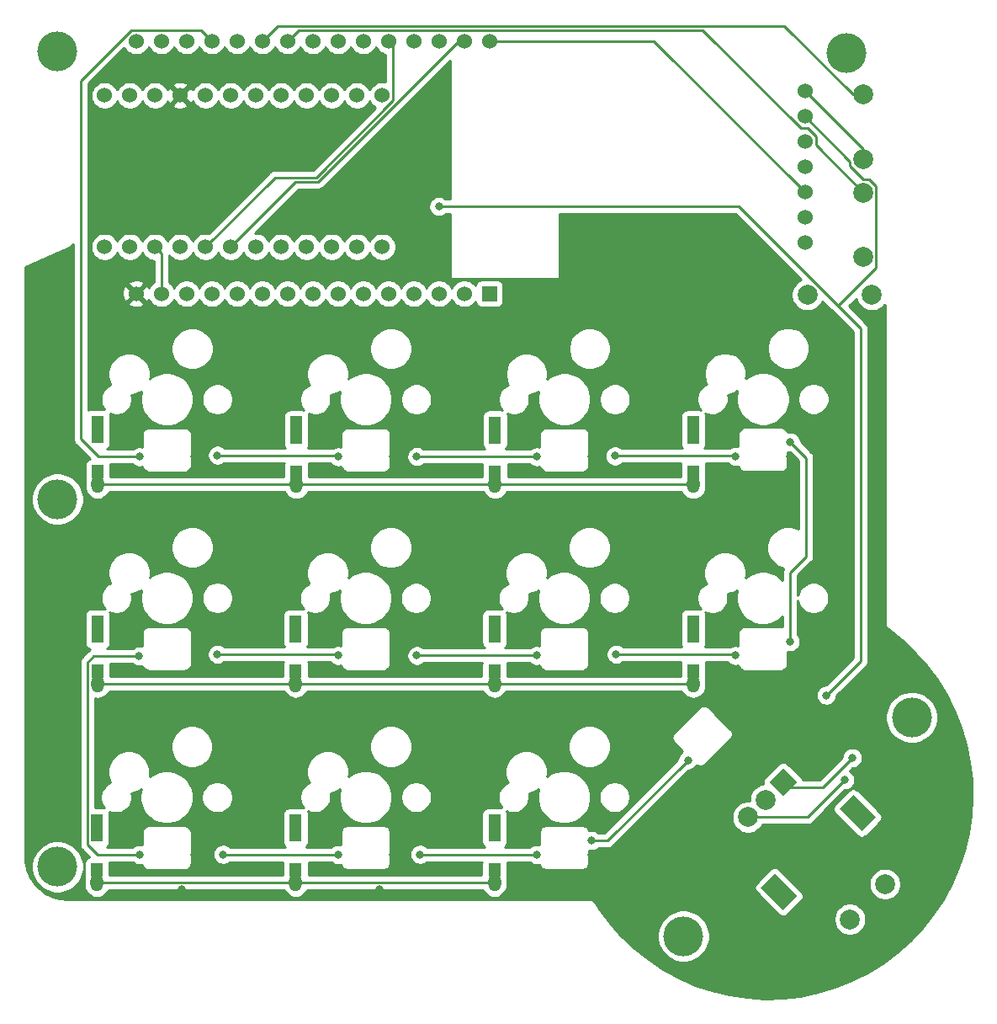
<source format=gbr>
%TF.GenerationSoftware,KiCad,Pcbnew,5.1.7-a382d34a8~88~ubuntu20.04.1*%
%TF.CreationDate,2021-03-20T14:16:57+01:00*%
%TF.ProjectId,WiFiDuck32,57694669-4475-4636-9b33-322e6b696361,2*%
%TF.SameCoordinates,Original*%
%TF.FileFunction,Copper,L1,Top*%
%TF.FilePolarity,Positive*%
%FSLAX46Y46*%
G04 Gerber Fmt 4.6, Leading zero omitted, Abs format (unit mm)*
G04 Created by KiCad (PCBNEW 5.1.7-a382d34a8~88~ubuntu20.04.1) date 2021-03-20 14:16:57*
%MOMM*%
%LPD*%
G01*
G04 APERTURE LIST*
%TA.AperFunction,ComponentPad*%
%ADD10C,1.524000*%
%TD*%
%TA.AperFunction,ComponentPad*%
%ADD11C,4.000000*%
%TD*%
%TA.AperFunction,ComponentPad*%
%ADD12R,1.300000X1.778000*%
%TD*%
%TA.AperFunction,ComponentPad*%
%ADD13O,1.300000X1.778000*%
%TD*%
%TA.AperFunction,SMDPad,CuDef*%
%ADD14R,1.300000X1.400000*%
%TD*%
%TA.AperFunction,ComponentPad*%
%ADD15C,2.000000*%
%TD*%
%TA.AperFunction,ComponentPad*%
%ADD16C,0.100000*%
%TD*%
%TA.AperFunction,ComponentPad*%
%ADD17R,1.524000X1.524000*%
%TD*%
%TA.AperFunction,ViaPad*%
%ADD18C,0.800000*%
%TD*%
%TA.AperFunction,Conductor*%
%ADD19C,0.250000*%
%TD*%
%TA.AperFunction,Conductor*%
%ADD20C,0.254000*%
%TD*%
%TA.AperFunction,Conductor*%
%ADD21C,0.100000*%
%TD*%
G04 APERTURE END LIST*
D10*
%TO.P,J1,4*%
%TO.N,TFT_MOSI*%
X101219000Y-35661600D03*
%TO.P,J1,3*%
%TO.N,TFT_SCLK*%
X101219000Y-33121600D03*
%TO.P,J1,2*%
%TO.N,+3V3*%
X101219000Y-30581600D03*
%TO.P,J1,1*%
%TO.N,GND*%
X101219000Y-28041600D03*
%TO.P,J1,5*%
%TO.N,TFT_RST*%
X101219000Y-38201600D03*
%TO.P,J1,6*%
%TO.N,TFT_DC*%
X101219000Y-40741600D03*
%TO.P,J1,7*%
%TO.N,TFT_BL*%
X101219000Y-43281600D03*
%TD*%
%TO.P,U1,24*%
%TO.N,Net-(U1-Pad24)*%
X30734000Y-28459400D03*
%TO.P,U1,23*%
%TO.N,GND*%
X33274000Y-28459400D03*
%TO.P,U1,22*%
%TO.N,RST*%
X35814000Y-28459400D03*
%TO.P,U1,21*%
%TO.N,+5V*%
X38354000Y-28459400D03*
%TO.P,U1,20*%
%TO.N,Net-(U1-Pad20)*%
X40894000Y-28459400D03*
%TO.P,U1,19*%
%TO.N,Net-(U1-Pad19)*%
X43434000Y-28459400D03*
%TO.P,U1,18*%
%TO.N,Net-(U1-Pad18)*%
X45974000Y-28459400D03*
%TO.P,U1,17*%
%TO.N,Net-(U1-Pad17)*%
X48514000Y-28459400D03*
%TO.P,U1,16*%
%TO.N,Net-(U1-Pad16)*%
X51054000Y-28459400D03*
%TO.P,U1,15*%
%TO.N,Net-(U1-Pad15)*%
X53594000Y-28459400D03*
%TO.P,U1,14*%
%TO.N,Net-(U1-Pad14)*%
X56134000Y-28459400D03*
%TO.P,U1,13*%
%TO.N,Net-(U1-Pad13)*%
X58674000Y-28459400D03*
%TO.P,U1,12*%
%TO.N,Net-(U1-Pad12)*%
X58674000Y-43679400D03*
%TO.P,U1,11*%
%TO.N,Net-(U1-Pad11)*%
X56134000Y-43679400D03*
%TO.P,U1,10*%
%TO.N,Net-(U1-Pad10)*%
X53594000Y-43679400D03*
%TO.P,U1,9*%
%TO.N,Net-(U1-Pad9)*%
X51054000Y-43679400D03*
%TO.P,U1,8*%
%TO.N,Net-(U1-Pad8)*%
X48514000Y-43679400D03*
%TO.P,U1,7*%
%TO.N,Net-(U1-Pad7)*%
X45974000Y-43679400D03*
%TO.P,U1,6*%
%TO.N,SCL*%
X43434000Y-43679400D03*
%TO.P,U1,5*%
%TO.N,SDA*%
X40894000Y-43679400D03*
%TO.P,U1,4*%
%TO.N,GND*%
X38354000Y-43679400D03*
%TO.P,U1,3*%
X35814000Y-43679400D03*
%TO.P,U1,2*%
%TO.N,Net-(U1-Pad2)*%
X33274000Y-43679400D03*
%TO.P,U1,1*%
%TO.N,Net-(U1-Pad1)*%
X30734000Y-43679400D03*
%TD*%
D11*
%TO.P,HOLE_M3,1*%
%TO.N,N/C*%
X111963200Y-90982800D03*
%TD*%
%TO.P,HOLE_M3,1*%
%TO.N,N/C*%
X89001600Y-112979200D03*
%TD*%
%TO.P,HOLE_M3,1*%
%TO.N,N/C*%
X26009600Y-106019600D03*
%TD*%
%TO.P,HOLE_M3,1*%
%TO.N,N/C*%
X26009600Y-69037200D03*
%TD*%
%TO.P,HOLE_M3,1*%
%TO.N,N/C*%
X26009600Y-24003000D03*
%TD*%
%TO.P,HOLE_M3,1*%
%TO.N,N/C*%
X105359200Y-24231600D03*
%TD*%
D12*
%TO.P,D1,1*%
%TO.N,Net-(D1-Pad1)*%
X30035500Y-61531500D03*
D13*
%TO.P,D1,2*%
%TO.N,row1*%
X30035500Y-67531500D03*
D14*
%TO.P,D1,1*%
%TO.N,Net-(D1-Pad1)*%
X30035500Y-62756500D03*
%TO.P,D1,2*%
%TO.N,row1*%
X30035500Y-66306500D03*
%TD*%
%TO.P,D5,2*%
%TO.N,row2*%
X30035500Y-86354000D03*
%TO.P,D5,1*%
%TO.N,Net-(D5-Pad1)*%
X30035500Y-82804000D03*
D13*
%TO.P,D5,2*%
%TO.N,row2*%
X30035500Y-87579000D03*
D12*
%TO.P,D5,1*%
%TO.N,Net-(D5-Pad1)*%
X30035500Y-81579000D03*
%TD*%
D14*
%TO.P,D9,2*%
%TO.N,row3*%
X29972000Y-106359500D03*
%TO.P,D9,1*%
%TO.N,Net-(D9-Pad1)*%
X29972000Y-102809500D03*
D13*
%TO.P,D9,2*%
%TO.N,row3*%
X29972000Y-107584500D03*
D12*
%TO.P,D9,1*%
%TO.N,Net-(D9-Pad1)*%
X29972000Y-101584500D03*
%TD*%
%TO.P,D2,1*%
%TO.N,Net-(D2-Pad1)*%
X50038000Y-61576500D03*
D13*
%TO.P,D2,2*%
%TO.N,row1*%
X50038000Y-67576500D03*
D14*
%TO.P,D2,1*%
%TO.N,Net-(D2-Pad1)*%
X50038000Y-62801500D03*
%TO.P,D2,2*%
%TO.N,row1*%
X50038000Y-66351500D03*
%TD*%
D12*
%TO.P,D6,1*%
%TO.N,Net-(D6-Pad1)*%
X49974500Y-81579000D03*
D13*
%TO.P,D6,2*%
%TO.N,row2*%
X49974500Y-87579000D03*
D14*
%TO.P,D6,1*%
%TO.N,Net-(D6-Pad1)*%
X49974500Y-82804000D03*
%TO.P,D6,2*%
%TO.N,row2*%
X49974500Y-86354000D03*
%TD*%
D12*
%TO.P,D10,1*%
%TO.N,Net-(D10-Pad1)*%
X49974500Y-101584500D03*
D13*
%TO.P,D10,2*%
%TO.N,row3*%
X49974500Y-107584500D03*
D14*
%TO.P,D10,1*%
%TO.N,Net-(D10-Pad1)*%
X49974500Y-102809500D03*
%TO.P,D10,2*%
%TO.N,row3*%
X49974500Y-106359500D03*
%TD*%
%TO.P,D3,2*%
%TO.N,row1*%
X70040500Y-66354500D03*
%TO.P,D3,1*%
%TO.N,Net-(D3-Pad1)*%
X70040500Y-62804500D03*
D13*
%TO.P,D3,2*%
%TO.N,row1*%
X70040500Y-67579500D03*
D12*
%TO.P,D3,1*%
%TO.N,Net-(D3-Pad1)*%
X70040500Y-61579500D03*
%TD*%
D14*
%TO.P,D7,2*%
%TO.N,row2*%
X69977000Y-86354000D03*
%TO.P,D7,1*%
%TO.N,Net-(D7-Pad1)*%
X69977000Y-82804000D03*
D13*
%TO.P,D7,2*%
%TO.N,row2*%
X69977000Y-87579000D03*
D12*
%TO.P,D7,1*%
%TO.N,Net-(D7-Pad1)*%
X69977000Y-81579000D03*
%TD*%
D14*
%TO.P,D11,2*%
%TO.N,row3*%
X69977000Y-106356500D03*
%TO.P,D11,1*%
%TO.N,Net-(D11-Pad1)*%
X69977000Y-102806500D03*
D13*
%TO.P,D11,2*%
%TO.N,row3*%
X69977000Y-107581500D03*
D12*
%TO.P,D11,1*%
%TO.N,Net-(D11-Pad1)*%
X69977000Y-101581500D03*
%TD*%
%TO.P,D4,1*%
%TO.N,Net-(D4-Pad1)*%
X89979500Y-61576500D03*
D13*
%TO.P,D4,2*%
%TO.N,row1*%
X89979500Y-67576500D03*
D14*
%TO.P,D4,1*%
%TO.N,Net-(D4-Pad1)*%
X89979500Y-62801500D03*
%TO.P,D4,2*%
%TO.N,row1*%
X89979500Y-66351500D03*
%TD*%
D12*
%TO.P,D8,1*%
%TO.N,Net-(D8-Pad1)*%
X89979500Y-81579000D03*
D13*
%TO.P,D8,2*%
%TO.N,row2*%
X89979500Y-87579000D03*
D14*
%TO.P,D8,1*%
%TO.N,Net-(D8-Pad1)*%
X89979500Y-82804000D03*
%TO.P,D8,2*%
%TO.N,row2*%
X89979500Y-86354000D03*
%TD*%
D15*
%TO.P,ENC1,S1*%
%TO.N,SW*%
X105739414Y-111286482D03*
%TO.P,ENC1,S2*%
%TO.N,GND*%
X109274948Y-107750948D03*
%TA.AperFunction,ComponentPad*%
D16*
%TO.P,ENC1,MP*%
%TO.N,N/C*%
G36*
X96759158Y-108104502D02*
G01*
X98173372Y-106690288D01*
X100436114Y-108953030D01*
X99021900Y-110367244D01*
X96759158Y-108104502D01*
G37*
%TD.AperFunction*%
%TA.AperFunction,ComponentPad*%
G36*
X104678754Y-100184906D02*
G01*
X106092968Y-98770692D01*
X108355710Y-101033434D01*
X106941496Y-102447648D01*
X104678754Y-100184906D01*
G37*
%TD.AperFunction*%
D15*
%TO.P,ENC1,B*%
%TO.N,DT*%
X95486366Y-101033434D03*
%TO.P,ENC1,C*%
%TO.N,GND*%
X97254133Y-99265667D03*
%TA.AperFunction,ComponentPad*%
D16*
%TO.P,ENC1,A*%
%TO.N,CLK*%
G36*
X97607686Y-97497900D02*
G01*
X99021900Y-96083686D01*
X100436114Y-97497900D01*
X99021900Y-98912114D01*
X97607686Y-97497900D01*
G37*
%TD.AperFunction*%
%TD*%
D17*
%TO.P,U2,1*%
%TO.N,RST*%
X69469000Y-48387000D03*
D10*
%TO.P,U2,2*%
%TO.N,CLK*%
X66929000Y-48387000D03*
%TO.P,U2,3*%
%TO.N,DT*%
X64389000Y-48387000D03*
%TO.P,U2,4*%
%TO.N,Net-(U2-Pad4)*%
X61849000Y-48387000D03*
%TO.P,U2,5*%
%TO.N,Net-(U2-Pad5)*%
X59309000Y-48387000D03*
%TO.P,U2,6*%
%TO.N,SW*%
X56769000Y-48387000D03*
%TO.P,U2,7*%
%TO.N,col4*%
X54229000Y-48387000D03*
%TO.P,U2,8*%
%TO.N,col3*%
X51689000Y-48387000D03*
%TO.P,U2,9*%
%TO.N,col2*%
X49149000Y-48387000D03*
%TO.P,U2,10*%
%TO.N,col1*%
X46609000Y-48387000D03*
%TO.P,U2,11*%
%TO.N,row3*%
X44069000Y-48387000D03*
%TO.P,U2,12*%
%TO.N,row2*%
X41529000Y-48387000D03*
%TO.P,U2,13*%
%TO.N,row1*%
X38989000Y-48387000D03*
%TO.P,U2,14*%
%TO.N,GND*%
X36449000Y-48387000D03*
%TO.P,U2,15*%
%TO.N,+5V*%
X33909000Y-48387000D03*
%TO.P,U2,16*%
%TO.N,+3V3*%
X33909000Y-22987000D03*
%TO.P,U2,17*%
%TO.N,GND*%
X36449000Y-22987000D03*
%TO.P,U2,18*%
%TO.N,TFT_BL*%
X38989000Y-22987000D03*
%TO.P,U2,19*%
%TO.N,LED1*%
X41529000Y-22987000D03*
%TO.P,U2,20*%
%TO.N,Net-(U2-Pad20)*%
X44069000Y-22987000D03*
%TO.P,U2,21*%
%TO.N,BTN1*%
X46609000Y-22987000D03*
%TO.P,U2,22*%
%TO.N,BTN2*%
X49149000Y-22987000D03*
%TO.P,U2,23*%
%TO.N,TFT_DC*%
X51689000Y-22987000D03*
%TO.P,U2,24*%
%TO.N,TFT_SCLK*%
X54229000Y-22987000D03*
%TO.P,U2,25*%
%TO.N,TFT_MOSI*%
X56769000Y-22987000D03*
%TO.P,U2,26*%
%TO.N,SDA*%
X59309000Y-22987000D03*
%TO.P,U2,27*%
%TO.N,Net-(U2-Pad27)*%
X61849000Y-22987000D03*
%TO.P,U2,28*%
%TO.N,Net-(U2-Pad28)*%
X64389000Y-22987000D03*
%TO.P,U2,29*%
%TO.N,SCL*%
X66929000Y-22987000D03*
%TO.P,U2,30*%
%TO.N,TFT_RST*%
X69469000Y-22987000D03*
%TD*%
D15*
%TO.P,SW_BTN1,1*%
%TO.N,BTN1*%
X107061000Y-28373000D03*
%TO.P,SW_BTN1,2*%
%TO.N,GND*%
X107061000Y-34873000D03*
%TD*%
%TO.P,SW_BTN2,2*%
%TO.N,GND*%
X107061000Y-44715500D03*
%TO.P,SW_BTN2,1*%
%TO.N,BTN2*%
X107061000Y-38215500D03*
%TD*%
%TO.P,SW_RST1,1*%
%TO.N,RST*%
X101461500Y-48514000D03*
%TO.P,SW_RST1,2*%
%TO.N,GND*%
X107961500Y-48514000D03*
%TD*%
D18*
%TO.N,DT*%
X105219500Y-97282000D03*
%TO.N,CLK*%
X105981500Y-95059500D03*
%TO.N,LED1*%
X34261800Y-64788200D03*
%TO.N,Net-(LED1-Pad2)*%
X42100500Y-64643000D03*
X54273000Y-64788200D03*
%TO.N,Net-(LED2-Pad2)*%
X62166500Y-64770000D03*
X74258800Y-64788200D03*
%TO.N,Net-(LED3-Pad2)*%
X82105500Y-64706500D03*
X94244600Y-64762800D03*
%TO.N,Net-(LED4-Pad2)*%
X99758500Y-63309500D03*
X99731900Y-83374000D03*
%TO.N,Net-(LED5-Pad2)*%
X82232500Y-84645500D03*
X94231900Y-84774000D03*
%TO.N,Net-(LED6-Pad2)*%
X62166500Y-84772500D03*
X74233400Y-84774000D03*
%TO.N,Net-(LED7-Pad2)*%
X42100500Y-84645500D03*
X54247600Y-84774000D03*
%TO.N,Net-(LED8-Pad2)*%
X34226500Y-84836000D03*
X34236400Y-104797900D03*
%TO.N,Net-(LED10-Pad4)*%
X42672000Y-104775000D03*
X54260300Y-104785200D03*
%TO.N,Net-(LED10-Pad2)*%
X62484000Y-104775000D03*
X74233400Y-104785200D03*
%TO.N,Net-(LED11-Pad2)*%
X79756000Y-103378000D03*
X89441932Y-95281519D03*
%TO.N,+5V*%
X78422500Y-69024500D03*
X74233400Y-83374000D03*
X75361000Y-88963500D03*
X79733400Y-104785200D03*
X59760300Y-104785200D03*
X39736400Y-104797900D03*
X35496500Y-89027000D03*
X38671500Y-68961000D03*
X39761800Y-64788200D03*
X59773000Y-64788200D03*
X58610500Y-69024500D03*
X79758800Y-64788200D03*
X99744600Y-64762800D03*
X98565500Y-69024500D03*
X94231900Y-83374000D03*
X93345000Y-91376500D03*
X95490500Y-88963500D03*
X94805500Y-94615000D03*
X78563000Y-108267500D03*
X58433500Y-108309500D03*
X38544500Y-108309500D03*
X54247600Y-83374000D03*
X55372000Y-89154000D03*
X34261800Y-83361300D03*
%TO.N,+3V3*%
X103378000Y-88773000D03*
X64389000Y-39624000D03*
%TD*%
D19*
%TO.N,Net-(D1-Pad1)*%
X30035500Y-61531500D02*
X30035500Y-62756500D01*
%TO.N,row1*%
X49993000Y-67531500D02*
X50038000Y-67576500D01*
X30035500Y-67531500D02*
X49993000Y-67531500D01*
X70037500Y-67576500D02*
X70040500Y-67579500D01*
X50038000Y-67576500D02*
X70037500Y-67576500D01*
X89976500Y-67579500D02*
X89979500Y-67576500D01*
X70040500Y-67579500D02*
X89976500Y-67579500D01*
X89979500Y-67576500D02*
X89979500Y-66351500D01*
X70040500Y-67579500D02*
X70040500Y-66354500D01*
X50038000Y-67576500D02*
X50038000Y-66351500D01*
X30035500Y-67531500D02*
X30035500Y-66306500D01*
%TO.N,row2*%
X30035500Y-87579000D02*
X49974500Y-87579000D01*
X49974500Y-87579000D02*
X69977000Y-87579000D01*
X69977000Y-87579000D02*
X89979500Y-87579000D01*
X30035500Y-87579000D02*
X30035500Y-86354000D01*
X49974500Y-87579000D02*
X49974500Y-86354000D01*
X69977000Y-87579000D02*
X69977000Y-86354000D01*
X89979500Y-87579000D02*
X89979500Y-86354000D01*
%TO.N,Net-(D2-Pad1)*%
X50038000Y-61576500D02*
X50038000Y-62801500D01*
%TO.N,row3*%
X29972000Y-107584500D02*
X49974500Y-107584500D01*
X69974000Y-107584500D02*
X69977000Y-107581500D01*
X49974500Y-107584500D02*
X69974000Y-107584500D01*
X69977000Y-107581500D02*
X69977000Y-106356500D01*
X49974500Y-107584500D02*
X49974500Y-106359500D01*
X29972000Y-107584500D02*
X29972000Y-106359500D01*
%TO.N,Net-(D3-Pad1)*%
X70040500Y-61579500D02*
X70040500Y-62804500D01*
%TO.N,Net-(D4-Pad1)*%
X89979500Y-61576500D02*
X89979500Y-62801500D01*
%TO.N,Net-(D5-Pad1)*%
X30035500Y-81579000D02*
X30035500Y-82804000D01*
%TO.N,Net-(D6-Pad1)*%
X49974500Y-81579000D02*
X49974500Y-82804000D01*
%TO.N,Net-(D7-Pad1)*%
X69977000Y-81579000D02*
X69977000Y-82804000D01*
%TO.N,Net-(D8-Pad1)*%
X89979500Y-81579000D02*
X89979500Y-82804000D01*
%TO.N,Net-(D9-Pad1)*%
X29972000Y-101584500D02*
X29972000Y-102809500D01*
%TO.N,Net-(D10-Pad1)*%
X49974500Y-101584500D02*
X49974500Y-102809500D01*
%TO.N,Net-(D11-Pad1)*%
X69977000Y-101581500D02*
X69977000Y-102806500D01*
%TO.N,DT*%
X101468066Y-101033434D02*
X95486366Y-101033434D01*
X105219500Y-97282000D02*
X101468066Y-101033434D01*
%TO.N,CLK*%
X105981500Y-95059500D02*
X102997000Y-98044000D01*
X99568000Y-98044000D02*
X99021900Y-97497900D01*
X102997000Y-98044000D02*
X99568000Y-98044000D01*
%TO.N,LED1*%
X28334601Y-62990603D02*
X30132198Y-64788200D01*
X28334601Y-26952637D02*
X28334601Y-62990603D01*
X33387239Y-21899999D02*
X28334601Y-26952637D01*
X30132198Y-64788200D02*
X34261800Y-64788200D01*
X40441999Y-21899999D02*
X33387239Y-21899999D01*
X41529000Y-22987000D02*
X40441999Y-21899999D01*
%TO.N,Net-(LED1-Pad2)*%
X54127800Y-64643000D02*
X54273000Y-64788200D01*
X42100500Y-64643000D02*
X54127800Y-64643000D01*
%TO.N,Net-(LED2-Pad2)*%
X74240600Y-64770000D02*
X74258800Y-64788200D01*
X62166500Y-64770000D02*
X74240600Y-64770000D01*
%TO.N,Net-(LED3-Pad2)*%
X94188300Y-64706500D02*
X94244600Y-64762800D01*
X82105500Y-64706500D02*
X94188300Y-64706500D01*
%TO.N,Net-(LED4-Pad2)*%
X99731900Y-76405002D02*
X99731900Y-83374000D01*
X101346901Y-74790001D02*
X99731900Y-76405002D01*
X101346901Y-64897901D02*
X101346901Y-74790001D01*
X99758500Y-63309500D02*
X101346901Y-64897901D01*
%TO.N,Net-(LED5-Pad2)*%
X94103400Y-84645500D02*
X94231900Y-84774000D01*
X82232500Y-84645500D02*
X94103400Y-84645500D01*
%TO.N,Net-(LED6-Pad2)*%
X74231900Y-84772500D02*
X74233400Y-84774000D01*
X62166500Y-84772500D02*
X74231900Y-84772500D01*
%TO.N,Net-(LED7-Pad2)*%
X54119100Y-84645500D02*
X54247600Y-84774000D01*
X42100500Y-84645500D02*
X54119100Y-84645500D01*
%TO.N,Net-(LED8-Pad2)*%
X30025398Y-104797900D02*
X34236400Y-104797900D01*
X28996999Y-103769501D02*
X30025398Y-104797900D01*
X28996999Y-85457499D02*
X28996999Y-103769501D01*
X29618498Y-84836000D02*
X28996999Y-85457499D01*
X34226500Y-84836000D02*
X29618498Y-84836000D01*
%TO.N,Net-(LED10-Pad4)*%
X54250100Y-104775000D02*
X54260300Y-104785200D01*
X42672000Y-104775000D02*
X54250100Y-104775000D01*
%TO.N,Net-(LED10-Pad2)*%
X74223200Y-104775000D02*
X74233400Y-104785200D01*
X62484000Y-104775000D02*
X74223200Y-104775000D01*
%TO.N,Net-(LED11-Pad2)*%
X81345451Y-103378000D02*
X89441932Y-95281519D01*
X79756000Y-103378000D02*
X81345451Y-103378000D01*
%TO.N,SDA*%
X59761001Y-28981161D02*
X52039162Y-36703000D01*
X59761001Y-23439001D02*
X59761001Y-28981161D01*
X59309000Y-22987000D02*
X59761001Y-23439001D01*
X47870400Y-36703000D02*
X40894000Y-43679400D01*
X52039162Y-36703000D02*
X47870400Y-36703000D01*
%TO.N,SCL*%
X66391572Y-22987000D02*
X66929000Y-22987000D01*
X52225563Y-37153009D02*
X66391572Y-22987000D01*
X49960390Y-37153010D02*
X52225563Y-37153009D01*
X43434000Y-43679400D02*
X49960390Y-37153010D01*
%TO.N,GND*%
X36449000Y-44314400D02*
X35814000Y-43679400D01*
X36449000Y-48387000D02*
X36449000Y-44314400D01*
X107061000Y-33883600D02*
X107061000Y-34873000D01*
X101219000Y-28041600D02*
X107061000Y-33883600D01*
%TO.N,+3V3*%
X103378000Y-88773000D02*
X106807000Y-85344000D01*
X94532502Y-39624000D02*
X64389000Y-39624000D01*
X106807000Y-85344000D02*
X106807000Y-51898498D01*
X108386001Y-45791999D02*
X104543251Y-49634749D01*
X107697001Y-36890499D02*
X108386001Y-37579499D01*
X108386001Y-37579499D02*
X108386001Y-45791999D01*
X104543251Y-49634749D02*
X94532502Y-39624000D01*
X106807000Y-51898498D02*
X104543251Y-49634749D01*
X107117497Y-36890499D02*
X107697001Y-36890499D01*
X105735999Y-35509001D02*
X107117497Y-36890499D01*
X105735999Y-35098599D02*
X105735999Y-35509001D01*
X101219000Y-30581600D02*
X105735999Y-35098599D01*
X64389000Y-39624000D02*
X64389000Y-39624000D01*
%TO.N,BTN1*%
X106059598Y-28373000D02*
X107061000Y-28373000D01*
X99136587Y-21449989D02*
X106059598Y-28373000D01*
X48146011Y-21449989D02*
X99136587Y-21449989D01*
X46609000Y-22987000D02*
X48146011Y-21449989D01*
%TO.N,BTN2*%
X107061000Y-37354838D02*
X107061000Y-38215500D01*
X100778638Y-31750000D02*
X101456162Y-31750000D01*
X90928637Y-21899999D02*
X100778638Y-31750000D01*
X50236001Y-21899999D02*
X90928637Y-21899999D01*
X49149000Y-22987000D02*
X50236001Y-21899999D01*
X102306001Y-32599839D02*
X101456162Y-31750000D01*
X102306001Y-33460501D02*
X102306001Y-32599839D01*
X107061000Y-38215500D02*
X102306001Y-33460501D01*
%TO.N,TFT_RST*%
X86004400Y-22987000D02*
X101219000Y-38201600D01*
X69469000Y-22987000D02*
X86004400Y-22987000D01*
%TD*%
D20*
%TO.N,+5V*%
X58070995Y-23648727D02*
X58223880Y-23877535D01*
X58418465Y-24072120D01*
X58647273Y-24225005D01*
X58901510Y-24330314D01*
X59001001Y-24350104D01*
X59001002Y-27100076D01*
X58811592Y-27062400D01*
X58536408Y-27062400D01*
X58266510Y-27116086D01*
X58012273Y-27221395D01*
X57783465Y-27374280D01*
X57588880Y-27568865D01*
X57435995Y-27797673D01*
X57404000Y-27874915D01*
X57372005Y-27797673D01*
X57219120Y-27568865D01*
X57024535Y-27374280D01*
X56795727Y-27221395D01*
X56541490Y-27116086D01*
X56271592Y-27062400D01*
X55996408Y-27062400D01*
X55726510Y-27116086D01*
X55472273Y-27221395D01*
X55243465Y-27374280D01*
X55048880Y-27568865D01*
X54895995Y-27797673D01*
X54864000Y-27874915D01*
X54832005Y-27797673D01*
X54679120Y-27568865D01*
X54484535Y-27374280D01*
X54255727Y-27221395D01*
X54001490Y-27116086D01*
X53731592Y-27062400D01*
X53456408Y-27062400D01*
X53186510Y-27116086D01*
X52932273Y-27221395D01*
X52703465Y-27374280D01*
X52508880Y-27568865D01*
X52355995Y-27797673D01*
X52324000Y-27874915D01*
X52292005Y-27797673D01*
X52139120Y-27568865D01*
X51944535Y-27374280D01*
X51715727Y-27221395D01*
X51461490Y-27116086D01*
X51191592Y-27062400D01*
X50916408Y-27062400D01*
X50646510Y-27116086D01*
X50392273Y-27221395D01*
X50163465Y-27374280D01*
X49968880Y-27568865D01*
X49815995Y-27797673D01*
X49784000Y-27874915D01*
X49752005Y-27797673D01*
X49599120Y-27568865D01*
X49404535Y-27374280D01*
X49175727Y-27221395D01*
X48921490Y-27116086D01*
X48651592Y-27062400D01*
X48376408Y-27062400D01*
X48106510Y-27116086D01*
X47852273Y-27221395D01*
X47623465Y-27374280D01*
X47428880Y-27568865D01*
X47275995Y-27797673D01*
X47244000Y-27874915D01*
X47212005Y-27797673D01*
X47059120Y-27568865D01*
X46864535Y-27374280D01*
X46635727Y-27221395D01*
X46381490Y-27116086D01*
X46111592Y-27062400D01*
X45836408Y-27062400D01*
X45566510Y-27116086D01*
X45312273Y-27221395D01*
X45083465Y-27374280D01*
X44888880Y-27568865D01*
X44735995Y-27797673D01*
X44704000Y-27874915D01*
X44672005Y-27797673D01*
X44519120Y-27568865D01*
X44324535Y-27374280D01*
X44095727Y-27221395D01*
X43841490Y-27116086D01*
X43571592Y-27062400D01*
X43296408Y-27062400D01*
X43026510Y-27116086D01*
X42772273Y-27221395D01*
X42543465Y-27374280D01*
X42348880Y-27568865D01*
X42195995Y-27797673D01*
X42164000Y-27874915D01*
X42132005Y-27797673D01*
X41979120Y-27568865D01*
X41784535Y-27374280D01*
X41555727Y-27221395D01*
X41301490Y-27116086D01*
X41031592Y-27062400D01*
X40756408Y-27062400D01*
X40486510Y-27116086D01*
X40232273Y-27221395D01*
X40003465Y-27374280D01*
X39808880Y-27568865D01*
X39655995Y-27797673D01*
X39626308Y-27869343D01*
X39621636Y-27856377D01*
X39559656Y-27740420D01*
X39319565Y-27673440D01*
X38533605Y-28459400D01*
X39319565Y-29245360D01*
X39559656Y-29178380D01*
X39623485Y-29042640D01*
X39655995Y-29121127D01*
X39808880Y-29349935D01*
X40003465Y-29544520D01*
X40232273Y-29697405D01*
X40486510Y-29802714D01*
X40756408Y-29856400D01*
X41031592Y-29856400D01*
X41301490Y-29802714D01*
X41555727Y-29697405D01*
X41784535Y-29544520D01*
X41979120Y-29349935D01*
X42132005Y-29121127D01*
X42164000Y-29043885D01*
X42195995Y-29121127D01*
X42348880Y-29349935D01*
X42543465Y-29544520D01*
X42772273Y-29697405D01*
X43026510Y-29802714D01*
X43296408Y-29856400D01*
X43571592Y-29856400D01*
X43841490Y-29802714D01*
X44095727Y-29697405D01*
X44324535Y-29544520D01*
X44519120Y-29349935D01*
X44672005Y-29121127D01*
X44704000Y-29043885D01*
X44735995Y-29121127D01*
X44888880Y-29349935D01*
X45083465Y-29544520D01*
X45312273Y-29697405D01*
X45566510Y-29802714D01*
X45836408Y-29856400D01*
X46111592Y-29856400D01*
X46381490Y-29802714D01*
X46635727Y-29697405D01*
X46864535Y-29544520D01*
X47059120Y-29349935D01*
X47212005Y-29121127D01*
X47244000Y-29043885D01*
X47275995Y-29121127D01*
X47428880Y-29349935D01*
X47623465Y-29544520D01*
X47852273Y-29697405D01*
X48106510Y-29802714D01*
X48376408Y-29856400D01*
X48651592Y-29856400D01*
X48921490Y-29802714D01*
X49175727Y-29697405D01*
X49404535Y-29544520D01*
X49599120Y-29349935D01*
X49752005Y-29121127D01*
X49784000Y-29043885D01*
X49815995Y-29121127D01*
X49968880Y-29349935D01*
X50163465Y-29544520D01*
X50392273Y-29697405D01*
X50646510Y-29802714D01*
X50916408Y-29856400D01*
X51191592Y-29856400D01*
X51461490Y-29802714D01*
X51715727Y-29697405D01*
X51944535Y-29544520D01*
X52139120Y-29349935D01*
X52292005Y-29121127D01*
X52324000Y-29043885D01*
X52355995Y-29121127D01*
X52508880Y-29349935D01*
X52703465Y-29544520D01*
X52932273Y-29697405D01*
X53186510Y-29802714D01*
X53456408Y-29856400D01*
X53731592Y-29856400D01*
X54001490Y-29802714D01*
X54255727Y-29697405D01*
X54484535Y-29544520D01*
X54679120Y-29349935D01*
X54832005Y-29121127D01*
X54864000Y-29043885D01*
X54895995Y-29121127D01*
X55048880Y-29349935D01*
X55243465Y-29544520D01*
X55472273Y-29697405D01*
X55726510Y-29802714D01*
X55996408Y-29856400D01*
X56271592Y-29856400D01*
X56541490Y-29802714D01*
X56795727Y-29697405D01*
X57024535Y-29544520D01*
X57219120Y-29349935D01*
X57372005Y-29121127D01*
X57404000Y-29043885D01*
X57435995Y-29121127D01*
X57588880Y-29349935D01*
X57783465Y-29544520D01*
X57986905Y-29680454D01*
X51724361Y-35943000D01*
X47907722Y-35943000D01*
X47870399Y-35939324D01*
X47833076Y-35943000D01*
X47833067Y-35943000D01*
X47721414Y-35953997D01*
X47578153Y-35997454D01*
X47446124Y-36068026D01*
X47446122Y-36068027D01*
X47446123Y-36068027D01*
X47359396Y-36139201D01*
X47359392Y-36139205D01*
X47330399Y-36162999D01*
X47306605Y-36191992D01*
X41185571Y-42313028D01*
X41031592Y-42282400D01*
X40756408Y-42282400D01*
X40486510Y-42336086D01*
X40232273Y-42441395D01*
X40003465Y-42594280D01*
X39808880Y-42788865D01*
X39655995Y-43017673D01*
X39624000Y-43094915D01*
X39592005Y-43017673D01*
X39439120Y-42788865D01*
X39244535Y-42594280D01*
X39015727Y-42441395D01*
X38761490Y-42336086D01*
X38491592Y-42282400D01*
X38216408Y-42282400D01*
X37946510Y-42336086D01*
X37692273Y-42441395D01*
X37463465Y-42594280D01*
X37268880Y-42788865D01*
X37115995Y-43017673D01*
X37084000Y-43094915D01*
X37052005Y-43017673D01*
X36899120Y-42788865D01*
X36704535Y-42594280D01*
X36475727Y-42441395D01*
X36221490Y-42336086D01*
X35951592Y-42282400D01*
X35676408Y-42282400D01*
X35406510Y-42336086D01*
X35152273Y-42441395D01*
X34923465Y-42594280D01*
X34728880Y-42788865D01*
X34575995Y-43017673D01*
X34544000Y-43094915D01*
X34512005Y-43017673D01*
X34359120Y-42788865D01*
X34164535Y-42594280D01*
X33935727Y-42441395D01*
X33681490Y-42336086D01*
X33411592Y-42282400D01*
X33136408Y-42282400D01*
X32866510Y-42336086D01*
X32612273Y-42441395D01*
X32383465Y-42594280D01*
X32188880Y-42788865D01*
X32035995Y-43017673D01*
X32004000Y-43094915D01*
X31972005Y-43017673D01*
X31819120Y-42788865D01*
X31624535Y-42594280D01*
X31395727Y-42441395D01*
X31141490Y-42336086D01*
X30871592Y-42282400D01*
X30596408Y-42282400D01*
X30326510Y-42336086D01*
X30072273Y-42441395D01*
X29843465Y-42594280D01*
X29648880Y-42788865D01*
X29495995Y-43017673D01*
X29390686Y-43271910D01*
X29337000Y-43541808D01*
X29337000Y-43816992D01*
X29390686Y-44086890D01*
X29495995Y-44341127D01*
X29648880Y-44569935D01*
X29843465Y-44764520D01*
X30072273Y-44917405D01*
X30326510Y-45022714D01*
X30596408Y-45076400D01*
X30871592Y-45076400D01*
X31141490Y-45022714D01*
X31395727Y-44917405D01*
X31624535Y-44764520D01*
X31819120Y-44569935D01*
X31972005Y-44341127D01*
X32004000Y-44263885D01*
X32035995Y-44341127D01*
X32188880Y-44569935D01*
X32383465Y-44764520D01*
X32612273Y-44917405D01*
X32866510Y-45022714D01*
X33136408Y-45076400D01*
X33411592Y-45076400D01*
X33681490Y-45022714D01*
X33935727Y-44917405D01*
X34164535Y-44764520D01*
X34359120Y-44569935D01*
X34512005Y-44341127D01*
X34544000Y-44263885D01*
X34575995Y-44341127D01*
X34728880Y-44569935D01*
X34923465Y-44764520D01*
X35152273Y-44917405D01*
X35406510Y-45022714D01*
X35676408Y-45076400D01*
X35689001Y-45076400D01*
X35689000Y-47214659D01*
X35558465Y-47301880D01*
X35363880Y-47496465D01*
X35210995Y-47725273D01*
X35181308Y-47796943D01*
X35176636Y-47783977D01*
X35114656Y-47668020D01*
X34874565Y-47601040D01*
X34088605Y-48387000D01*
X34874565Y-49172960D01*
X35114656Y-49105980D01*
X35178485Y-48970240D01*
X35210995Y-49048727D01*
X35363880Y-49277535D01*
X35558465Y-49472120D01*
X35787273Y-49625005D01*
X36041510Y-49730314D01*
X36311408Y-49784000D01*
X36586592Y-49784000D01*
X36856490Y-49730314D01*
X37110727Y-49625005D01*
X37339535Y-49472120D01*
X37534120Y-49277535D01*
X37687005Y-49048727D01*
X37719000Y-48971485D01*
X37750995Y-49048727D01*
X37903880Y-49277535D01*
X38098465Y-49472120D01*
X38327273Y-49625005D01*
X38581510Y-49730314D01*
X38851408Y-49784000D01*
X39126592Y-49784000D01*
X39396490Y-49730314D01*
X39650727Y-49625005D01*
X39879535Y-49472120D01*
X40074120Y-49277535D01*
X40227005Y-49048727D01*
X40259000Y-48971485D01*
X40290995Y-49048727D01*
X40443880Y-49277535D01*
X40638465Y-49472120D01*
X40867273Y-49625005D01*
X41121510Y-49730314D01*
X41391408Y-49784000D01*
X41666592Y-49784000D01*
X41936490Y-49730314D01*
X42190727Y-49625005D01*
X42419535Y-49472120D01*
X42614120Y-49277535D01*
X42767005Y-49048727D01*
X42799000Y-48971485D01*
X42830995Y-49048727D01*
X42983880Y-49277535D01*
X43178465Y-49472120D01*
X43407273Y-49625005D01*
X43661510Y-49730314D01*
X43931408Y-49784000D01*
X44206592Y-49784000D01*
X44476490Y-49730314D01*
X44730727Y-49625005D01*
X44959535Y-49472120D01*
X45154120Y-49277535D01*
X45307005Y-49048727D01*
X45339000Y-48971485D01*
X45370995Y-49048727D01*
X45523880Y-49277535D01*
X45718465Y-49472120D01*
X45947273Y-49625005D01*
X46201510Y-49730314D01*
X46471408Y-49784000D01*
X46746592Y-49784000D01*
X47016490Y-49730314D01*
X47270727Y-49625005D01*
X47499535Y-49472120D01*
X47694120Y-49277535D01*
X47847005Y-49048727D01*
X47879000Y-48971485D01*
X47910995Y-49048727D01*
X48063880Y-49277535D01*
X48258465Y-49472120D01*
X48487273Y-49625005D01*
X48741510Y-49730314D01*
X49011408Y-49784000D01*
X49286592Y-49784000D01*
X49556490Y-49730314D01*
X49810727Y-49625005D01*
X50039535Y-49472120D01*
X50234120Y-49277535D01*
X50387005Y-49048727D01*
X50419000Y-48971485D01*
X50450995Y-49048727D01*
X50603880Y-49277535D01*
X50798465Y-49472120D01*
X51027273Y-49625005D01*
X51281510Y-49730314D01*
X51551408Y-49784000D01*
X51826592Y-49784000D01*
X52096490Y-49730314D01*
X52350727Y-49625005D01*
X52579535Y-49472120D01*
X52774120Y-49277535D01*
X52927005Y-49048727D01*
X52959000Y-48971485D01*
X52990995Y-49048727D01*
X53143880Y-49277535D01*
X53338465Y-49472120D01*
X53567273Y-49625005D01*
X53821510Y-49730314D01*
X54091408Y-49784000D01*
X54366592Y-49784000D01*
X54636490Y-49730314D01*
X54890727Y-49625005D01*
X55119535Y-49472120D01*
X55314120Y-49277535D01*
X55467005Y-49048727D01*
X55499000Y-48971485D01*
X55530995Y-49048727D01*
X55683880Y-49277535D01*
X55878465Y-49472120D01*
X56107273Y-49625005D01*
X56361510Y-49730314D01*
X56631408Y-49784000D01*
X56906592Y-49784000D01*
X57176490Y-49730314D01*
X57430727Y-49625005D01*
X57659535Y-49472120D01*
X57854120Y-49277535D01*
X58007005Y-49048727D01*
X58039000Y-48971485D01*
X58070995Y-49048727D01*
X58223880Y-49277535D01*
X58418465Y-49472120D01*
X58647273Y-49625005D01*
X58901510Y-49730314D01*
X59171408Y-49784000D01*
X59446592Y-49784000D01*
X59716490Y-49730314D01*
X59970727Y-49625005D01*
X60199535Y-49472120D01*
X60394120Y-49277535D01*
X60547005Y-49048727D01*
X60579000Y-48971485D01*
X60610995Y-49048727D01*
X60763880Y-49277535D01*
X60958465Y-49472120D01*
X61187273Y-49625005D01*
X61441510Y-49730314D01*
X61711408Y-49784000D01*
X61986592Y-49784000D01*
X62256490Y-49730314D01*
X62510727Y-49625005D01*
X62739535Y-49472120D01*
X62934120Y-49277535D01*
X63087005Y-49048727D01*
X63119000Y-48971485D01*
X63150995Y-49048727D01*
X63303880Y-49277535D01*
X63498465Y-49472120D01*
X63727273Y-49625005D01*
X63981510Y-49730314D01*
X64251408Y-49784000D01*
X64526592Y-49784000D01*
X64796490Y-49730314D01*
X65050727Y-49625005D01*
X65279535Y-49472120D01*
X65474120Y-49277535D01*
X65627005Y-49048727D01*
X65659000Y-48971485D01*
X65690995Y-49048727D01*
X65843880Y-49277535D01*
X66038465Y-49472120D01*
X66267273Y-49625005D01*
X66521510Y-49730314D01*
X66791408Y-49784000D01*
X67066592Y-49784000D01*
X67336490Y-49730314D01*
X67590727Y-49625005D01*
X67819535Y-49472120D01*
X68014120Y-49277535D01*
X68072920Y-49189535D01*
X68081188Y-49273482D01*
X68117498Y-49393180D01*
X68176463Y-49503494D01*
X68255815Y-49600185D01*
X68352506Y-49679537D01*
X68462820Y-49738502D01*
X68582518Y-49774812D01*
X68707000Y-49787072D01*
X70231000Y-49787072D01*
X70355482Y-49774812D01*
X70475180Y-49738502D01*
X70585494Y-49679537D01*
X70682185Y-49600185D01*
X70761537Y-49503494D01*
X70820502Y-49393180D01*
X70856812Y-49273482D01*
X70869072Y-49149000D01*
X70869072Y-47625000D01*
X70856812Y-47500518D01*
X70820502Y-47380820D01*
X70761537Y-47270506D01*
X70682185Y-47173815D01*
X70585494Y-47094463D01*
X70475180Y-47035498D01*
X70355482Y-46999188D01*
X70231000Y-46986928D01*
X68707000Y-46986928D01*
X68582518Y-46999188D01*
X68462820Y-47035498D01*
X68352506Y-47094463D01*
X68255815Y-47173815D01*
X68176463Y-47270506D01*
X68117498Y-47380820D01*
X68081188Y-47500518D01*
X68072920Y-47584465D01*
X68014120Y-47496465D01*
X67819535Y-47301880D01*
X67590727Y-47148995D01*
X67336490Y-47043686D01*
X67066592Y-46990000D01*
X66791408Y-46990000D01*
X66521510Y-47043686D01*
X66267273Y-47148995D01*
X66038465Y-47301880D01*
X65843880Y-47496465D01*
X65690995Y-47725273D01*
X65659000Y-47802515D01*
X65627005Y-47725273D01*
X65474120Y-47496465D01*
X65279535Y-47301880D01*
X65050727Y-47148995D01*
X64796490Y-47043686D01*
X64526592Y-46990000D01*
X64251408Y-46990000D01*
X63981510Y-47043686D01*
X63727273Y-47148995D01*
X63498465Y-47301880D01*
X63303880Y-47496465D01*
X63150995Y-47725273D01*
X63119000Y-47802515D01*
X63087005Y-47725273D01*
X62934120Y-47496465D01*
X62739535Y-47301880D01*
X62510727Y-47148995D01*
X62256490Y-47043686D01*
X61986592Y-46990000D01*
X61711408Y-46990000D01*
X61441510Y-47043686D01*
X61187273Y-47148995D01*
X60958465Y-47301880D01*
X60763880Y-47496465D01*
X60610995Y-47725273D01*
X60579000Y-47802515D01*
X60547005Y-47725273D01*
X60394120Y-47496465D01*
X60199535Y-47301880D01*
X59970727Y-47148995D01*
X59716490Y-47043686D01*
X59446592Y-46990000D01*
X59171408Y-46990000D01*
X58901510Y-47043686D01*
X58647273Y-47148995D01*
X58418465Y-47301880D01*
X58223880Y-47496465D01*
X58070995Y-47725273D01*
X58039000Y-47802515D01*
X58007005Y-47725273D01*
X57854120Y-47496465D01*
X57659535Y-47301880D01*
X57430727Y-47148995D01*
X57176490Y-47043686D01*
X56906592Y-46990000D01*
X56631408Y-46990000D01*
X56361510Y-47043686D01*
X56107273Y-47148995D01*
X55878465Y-47301880D01*
X55683880Y-47496465D01*
X55530995Y-47725273D01*
X55499000Y-47802515D01*
X55467005Y-47725273D01*
X55314120Y-47496465D01*
X55119535Y-47301880D01*
X54890727Y-47148995D01*
X54636490Y-47043686D01*
X54366592Y-46990000D01*
X54091408Y-46990000D01*
X53821510Y-47043686D01*
X53567273Y-47148995D01*
X53338465Y-47301880D01*
X53143880Y-47496465D01*
X52990995Y-47725273D01*
X52959000Y-47802515D01*
X52927005Y-47725273D01*
X52774120Y-47496465D01*
X52579535Y-47301880D01*
X52350727Y-47148995D01*
X52096490Y-47043686D01*
X51826592Y-46990000D01*
X51551408Y-46990000D01*
X51281510Y-47043686D01*
X51027273Y-47148995D01*
X50798465Y-47301880D01*
X50603880Y-47496465D01*
X50450995Y-47725273D01*
X50419000Y-47802515D01*
X50387005Y-47725273D01*
X50234120Y-47496465D01*
X50039535Y-47301880D01*
X49810727Y-47148995D01*
X49556490Y-47043686D01*
X49286592Y-46990000D01*
X49011408Y-46990000D01*
X48741510Y-47043686D01*
X48487273Y-47148995D01*
X48258465Y-47301880D01*
X48063880Y-47496465D01*
X47910995Y-47725273D01*
X47879000Y-47802515D01*
X47847005Y-47725273D01*
X47694120Y-47496465D01*
X47499535Y-47301880D01*
X47270727Y-47148995D01*
X47016490Y-47043686D01*
X46746592Y-46990000D01*
X46471408Y-46990000D01*
X46201510Y-47043686D01*
X45947273Y-47148995D01*
X45718465Y-47301880D01*
X45523880Y-47496465D01*
X45370995Y-47725273D01*
X45339000Y-47802515D01*
X45307005Y-47725273D01*
X45154120Y-47496465D01*
X44959535Y-47301880D01*
X44730727Y-47148995D01*
X44476490Y-47043686D01*
X44206592Y-46990000D01*
X43931408Y-46990000D01*
X43661510Y-47043686D01*
X43407273Y-47148995D01*
X43178465Y-47301880D01*
X42983880Y-47496465D01*
X42830995Y-47725273D01*
X42799000Y-47802515D01*
X42767005Y-47725273D01*
X42614120Y-47496465D01*
X42419535Y-47301880D01*
X42190727Y-47148995D01*
X41936490Y-47043686D01*
X41666592Y-46990000D01*
X41391408Y-46990000D01*
X41121510Y-47043686D01*
X40867273Y-47148995D01*
X40638465Y-47301880D01*
X40443880Y-47496465D01*
X40290995Y-47725273D01*
X40259000Y-47802515D01*
X40227005Y-47725273D01*
X40074120Y-47496465D01*
X39879535Y-47301880D01*
X39650727Y-47148995D01*
X39396490Y-47043686D01*
X39126592Y-46990000D01*
X38851408Y-46990000D01*
X38581510Y-47043686D01*
X38327273Y-47148995D01*
X38098465Y-47301880D01*
X37903880Y-47496465D01*
X37750995Y-47725273D01*
X37719000Y-47802515D01*
X37687005Y-47725273D01*
X37534120Y-47496465D01*
X37339535Y-47301880D01*
X37209000Y-47214659D01*
X37209000Y-44480318D01*
X37268880Y-44569935D01*
X37463465Y-44764520D01*
X37692273Y-44917405D01*
X37946510Y-45022714D01*
X38216408Y-45076400D01*
X38491592Y-45076400D01*
X38761490Y-45022714D01*
X39015727Y-44917405D01*
X39244535Y-44764520D01*
X39439120Y-44569935D01*
X39592005Y-44341127D01*
X39624000Y-44263885D01*
X39655995Y-44341127D01*
X39808880Y-44569935D01*
X40003465Y-44764520D01*
X40232273Y-44917405D01*
X40486510Y-45022714D01*
X40756408Y-45076400D01*
X41031592Y-45076400D01*
X41301490Y-45022714D01*
X41555727Y-44917405D01*
X41784535Y-44764520D01*
X41979120Y-44569935D01*
X42132005Y-44341127D01*
X42164000Y-44263885D01*
X42195995Y-44341127D01*
X42348880Y-44569935D01*
X42543465Y-44764520D01*
X42772273Y-44917405D01*
X43026510Y-45022714D01*
X43296408Y-45076400D01*
X43571592Y-45076400D01*
X43841490Y-45022714D01*
X44095727Y-44917405D01*
X44324535Y-44764520D01*
X44519120Y-44569935D01*
X44672005Y-44341127D01*
X44704000Y-44263885D01*
X44735995Y-44341127D01*
X44888880Y-44569935D01*
X45083465Y-44764520D01*
X45312273Y-44917405D01*
X45566510Y-45022714D01*
X45836408Y-45076400D01*
X46111592Y-45076400D01*
X46381490Y-45022714D01*
X46635727Y-44917405D01*
X46864535Y-44764520D01*
X47059120Y-44569935D01*
X47212005Y-44341127D01*
X47244000Y-44263885D01*
X47275995Y-44341127D01*
X47428880Y-44569935D01*
X47623465Y-44764520D01*
X47852273Y-44917405D01*
X48106510Y-45022714D01*
X48376408Y-45076400D01*
X48651592Y-45076400D01*
X48921490Y-45022714D01*
X49175727Y-44917405D01*
X49404535Y-44764520D01*
X49599120Y-44569935D01*
X49752005Y-44341127D01*
X49784000Y-44263885D01*
X49815995Y-44341127D01*
X49968880Y-44569935D01*
X50163465Y-44764520D01*
X50392273Y-44917405D01*
X50646510Y-45022714D01*
X50916408Y-45076400D01*
X51191592Y-45076400D01*
X51461490Y-45022714D01*
X51715727Y-44917405D01*
X51944535Y-44764520D01*
X52139120Y-44569935D01*
X52292005Y-44341127D01*
X52324000Y-44263885D01*
X52355995Y-44341127D01*
X52508880Y-44569935D01*
X52703465Y-44764520D01*
X52932273Y-44917405D01*
X53186510Y-45022714D01*
X53456408Y-45076400D01*
X53731592Y-45076400D01*
X54001490Y-45022714D01*
X54255727Y-44917405D01*
X54484535Y-44764520D01*
X54679120Y-44569935D01*
X54832005Y-44341127D01*
X54864000Y-44263885D01*
X54895995Y-44341127D01*
X55048880Y-44569935D01*
X55243465Y-44764520D01*
X55472273Y-44917405D01*
X55726510Y-45022714D01*
X55996408Y-45076400D01*
X56271592Y-45076400D01*
X56541490Y-45022714D01*
X56795727Y-44917405D01*
X57024535Y-44764520D01*
X57219120Y-44569935D01*
X57372005Y-44341127D01*
X57404000Y-44263885D01*
X57435995Y-44341127D01*
X57588880Y-44569935D01*
X57783465Y-44764520D01*
X58012273Y-44917405D01*
X58266510Y-45022714D01*
X58536408Y-45076400D01*
X58811592Y-45076400D01*
X59081490Y-45022714D01*
X59335727Y-44917405D01*
X59564535Y-44764520D01*
X59759120Y-44569935D01*
X59912005Y-44341127D01*
X60017314Y-44086890D01*
X60071000Y-43816992D01*
X60071000Y-43541808D01*
X60017314Y-43271910D01*
X59912005Y-43017673D01*
X59759120Y-42788865D01*
X59564535Y-42594280D01*
X59335727Y-42441395D01*
X59081490Y-42336086D01*
X58811592Y-42282400D01*
X58536408Y-42282400D01*
X58266510Y-42336086D01*
X58012273Y-42441395D01*
X57783465Y-42594280D01*
X57588880Y-42788865D01*
X57435995Y-43017673D01*
X57404000Y-43094915D01*
X57372005Y-43017673D01*
X57219120Y-42788865D01*
X57024535Y-42594280D01*
X56795727Y-42441395D01*
X56541490Y-42336086D01*
X56271592Y-42282400D01*
X55996408Y-42282400D01*
X55726510Y-42336086D01*
X55472273Y-42441395D01*
X55243465Y-42594280D01*
X55048880Y-42788865D01*
X54895995Y-43017673D01*
X54864000Y-43094915D01*
X54832005Y-43017673D01*
X54679120Y-42788865D01*
X54484535Y-42594280D01*
X54255727Y-42441395D01*
X54001490Y-42336086D01*
X53731592Y-42282400D01*
X53456408Y-42282400D01*
X53186510Y-42336086D01*
X52932273Y-42441395D01*
X52703465Y-42594280D01*
X52508880Y-42788865D01*
X52355995Y-43017673D01*
X52324000Y-43094915D01*
X52292005Y-43017673D01*
X52139120Y-42788865D01*
X51944535Y-42594280D01*
X51715727Y-42441395D01*
X51461490Y-42336086D01*
X51191592Y-42282400D01*
X50916408Y-42282400D01*
X50646510Y-42336086D01*
X50392273Y-42441395D01*
X50163465Y-42594280D01*
X49968880Y-42788865D01*
X49815995Y-43017673D01*
X49784000Y-43094915D01*
X49752005Y-43017673D01*
X49599120Y-42788865D01*
X49404535Y-42594280D01*
X49175727Y-42441395D01*
X48921490Y-42336086D01*
X48651592Y-42282400D01*
X48376408Y-42282400D01*
X48106510Y-42336086D01*
X47852273Y-42441395D01*
X47623465Y-42594280D01*
X47428880Y-42788865D01*
X47275995Y-43017673D01*
X47244000Y-43094915D01*
X47212005Y-43017673D01*
X47059120Y-42788865D01*
X46864535Y-42594280D01*
X46635727Y-42441395D01*
X46381490Y-42336086D01*
X46111592Y-42282400D01*
X45905801Y-42282400D01*
X50275192Y-37913010D01*
X52188231Y-37913008D01*
X52225563Y-37916685D01*
X52300005Y-37909353D01*
X52374549Y-37902011D01*
X52418005Y-37888829D01*
X52517809Y-37858555D01*
X52649839Y-37787983D01*
X52736565Y-37716808D01*
X52736566Y-37716807D01*
X52765564Y-37693009D01*
X52789362Y-37664011D01*
X65532000Y-24921374D01*
X65532000Y-38864000D01*
X65092711Y-38864000D01*
X65048774Y-38820063D01*
X64879256Y-38706795D01*
X64690898Y-38628774D01*
X64490939Y-38589000D01*
X64287061Y-38589000D01*
X64087102Y-38628774D01*
X63898744Y-38706795D01*
X63729226Y-38820063D01*
X63585063Y-38964226D01*
X63471795Y-39133744D01*
X63393774Y-39322102D01*
X63354000Y-39522061D01*
X63354000Y-39725939D01*
X63393774Y-39925898D01*
X63471795Y-40114256D01*
X63585063Y-40283774D01*
X63729226Y-40427937D01*
X63898744Y-40541205D01*
X64087102Y-40619226D01*
X64287061Y-40659000D01*
X64490939Y-40659000D01*
X64690898Y-40619226D01*
X64879256Y-40541205D01*
X65048774Y-40427937D01*
X65092711Y-40384000D01*
X65532000Y-40384000D01*
X65532000Y-46736000D01*
X65534440Y-46760776D01*
X65541667Y-46784601D01*
X65553403Y-46806557D01*
X65569197Y-46825803D01*
X65588443Y-46841597D01*
X65610399Y-46853333D01*
X65634224Y-46860560D01*
X65659000Y-46863000D01*
X76390500Y-46863000D01*
X76415276Y-46860560D01*
X76439101Y-46853333D01*
X76461057Y-46841597D01*
X76480303Y-46825803D01*
X76496097Y-46806557D01*
X76507833Y-46784601D01*
X76515060Y-46760776D01*
X76517500Y-46736000D01*
X76517500Y-40384000D01*
X94217701Y-40384000D01*
X100836763Y-47003063D01*
X100687037Y-47065082D01*
X100419248Y-47244013D01*
X100191513Y-47471748D01*
X100012582Y-47739537D01*
X99889332Y-48037088D01*
X99826500Y-48352967D01*
X99826500Y-48675033D01*
X99889332Y-48990912D01*
X100012582Y-49288463D01*
X100191513Y-49556252D01*
X100419248Y-49783987D01*
X100687037Y-49962918D01*
X100984588Y-50086168D01*
X101300467Y-50149000D01*
X101622533Y-50149000D01*
X101938412Y-50086168D01*
X102235963Y-49962918D01*
X102503752Y-49783987D01*
X102731487Y-49556252D01*
X102910418Y-49288463D01*
X102972437Y-49138737D01*
X103979451Y-50145751D01*
X104003250Y-50174750D01*
X104032248Y-50198548D01*
X104032253Y-50198552D01*
X106047001Y-52213301D01*
X106047000Y-85029198D01*
X103338199Y-87738000D01*
X103276061Y-87738000D01*
X103076102Y-87777774D01*
X102887744Y-87855795D01*
X102718226Y-87969063D01*
X102574063Y-88113226D01*
X102460795Y-88282744D01*
X102382774Y-88471102D01*
X102343000Y-88671061D01*
X102343000Y-88874939D01*
X102382774Y-89074898D01*
X102460795Y-89263256D01*
X102574063Y-89432774D01*
X102718226Y-89576937D01*
X102887744Y-89690205D01*
X103076102Y-89768226D01*
X103276061Y-89808000D01*
X103479939Y-89808000D01*
X103679898Y-89768226D01*
X103868256Y-89690205D01*
X104037774Y-89576937D01*
X104181937Y-89432774D01*
X104295205Y-89263256D01*
X104373226Y-89074898D01*
X104413000Y-88874939D01*
X104413000Y-88812801D01*
X107318004Y-85907798D01*
X107347001Y-85884001D01*
X107441974Y-85768276D01*
X107512546Y-85636247D01*
X107556003Y-85492986D01*
X107567000Y-85381333D01*
X107567000Y-85381324D01*
X107570676Y-85344001D01*
X107567000Y-85306678D01*
X107567000Y-51935831D01*
X107570677Y-51898498D01*
X107556003Y-51749512D01*
X107512546Y-51606251D01*
X107441974Y-51474222D01*
X107370799Y-51387495D01*
X107347001Y-51358497D01*
X107318003Y-51334699D01*
X105618052Y-49634749D01*
X106368188Y-48884613D01*
X106389332Y-48990912D01*
X106512582Y-49288463D01*
X106691513Y-49556252D01*
X106919248Y-49783987D01*
X107187037Y-49962918D01*
X107484588Y-50086168D01*
X107800467Y-50149000D01*
X108122533Y-50149000D01*
X108438412Y-50086168D01*
X108735963Y-49962918D01*
X109003752Y-49783987D01*
X109231487Y-49556252D01*
X109265000Y-49506096D01*
X109265001Y-81536105D01*
X109275636Y-81644085D01*
X109317664Y-81782633D01*
X109385914Y-81910320D01*
X109477763Y-82022238D01*
X109589681Y-82114087D01*
X109595346Y-82117115D01*
X110971037Y-83208782D01*
X112271452Y-84439960D01*
X113459605Y-85779781D01*
X114526462Y-87218056D01*
X115463916Y-88743859D01*
X116264813Y-90345543D01*
X116923068Y-92010943D01*
X117433667Y-93727366D01*
X117792730Y-95481779D01*
X117997518Y-97260796D01*
X118046476Y-99050886D01*
X117939229Y-100838454D01*
X117676598Y-102609845D01*
X117260574Y-104351623D01*
X116694326Y-106050521D01*
X115982173Y-107693580D01*
X115129522Y-109268331D01*
X114142868Y-110762772D01*
X113029720Y-112165537D01*
X111798540Y-113465952D01*
X110458719Y-114654105D01*
X109020439Y-115720965D01*
X107494641Y-116658416D01*
X105892952Y-117459315D01*
X104227557Y-118117568D01*
X102511132Y-118628167D01*
X100756721Y-118987230D01*
X98977705Y-119192018D01*
X97187614Y-119240976D01*
X95400046Y-119133729D01*
X93628655Y-118871098D01*
X91886877Y-118455074D01*
X90187979Y-117888826D01*
X88544920Y-117176673D01*
X86970169Y-116324022D01*
X85475728Y-115337368D01*
X84072963Y-114224220D01*
X82772548Y-112993040D01*
X82530128Y-112719675D01*
X86366600Y-112719675D01*
X86366600Y-113238725D01*
X86467861Y-113747801D01*
X86666493Y-114227341D01*
X86954862Y-114658915D01*
X87321885Y-115025938D01*
X87753459Y-115314307D01*
X88232999Y-115512939D01*
X88742075Y-115614200D01*
X89261125Y-115614200D01*
X89770201Y-115512939D01*
X90249741Y-115314307D01*
X90681315Y-115025938D01*
X91048338Y-114658915D01*
X91336707Y-114227341D01*
X91535339Y-113747801D01*
X91636600Y-113238725D01*
X91636600Y-112719675D01*
X91535339Y-112210599D01*
X91336707Y-111731059D01*
X91048338Y-111299485D01*
X90874302Y-111125449D01*
X104104414Y-111125449D01*
X104104414Y-111447515D01*
X104167246Y-111763394D01*
X104290496Y-112060945D01*
X104469427Y-112328734D01*
X104697162Y-112556469D01*
X104964951Y-112735400D01*
X105262502Y-112858650D01*
X105578381Y-112921482D01*
X105900447Y-112921482D01*
X106216326Y-112858650D01*
X106513877Y-112735400D01*
X106781666Y-112556469D01*
X107009401Y-112328734D01*
X107188332Y-112060945D01*
X107311582Y-111763394D01*
X107374414Y-111447515D01*
X107374414Y-111125449D01*
X107311582Y-110809570D01*
X107188332Y-110512019D01*
X107009401Y-110244230D01*
X106781666Y-110016495D01*
X106513877Y-109837564D01*
X106216326Y-109714314D01*
X105900447Y-109651482D01*
X105578381Y-109651482D01*
X105262502Y-109714314D01*
X104964951Y-109837564D01*
X104697162Y-110016495D01*
X104469427Y-110244230D01*
X104290496Y-110512019D01*
X104167246Y-110809570D01*
X104104414Y-111125449D01*
X90874302Y-111125449D01*
X90681315Y-110932462D01*
X90249741Y-110644093D01*
X89770201Y-110445461D01*
X89261125Y-110344200D01*
X88742075Y-110344200D01*
X88232999Y-110445461D01*
X87753459Y-110644093D01*
X87321885Y-110932462D01*
X86954862Y-111299485D01*
X86666493Y-111731059D01*
X86467861Y-112210599D01*
X86366600Y-112719675D01*
X82530128Y-112719675D01*
X81584395Y-111653219D01*
X80511828Y-110207245D01*
X80133405Y-109625822D01*
X80114087Y-109589680D01*
X80022238Y-109477762D01*
X79910320Y-109385913D01*
X79782633Y-109317663D01*
X79716314Y-109297545D01*
X79714055Y-109296748D01*
X79711609Y-109296118D01*
X79644085Y-109275635D01*
X79536105Y-109265000D01*
X27032731Y-109265000D01*
X26245252Y-109194719D01*
X25514357Y-108994769D01*
X24830425Y-108668550D01*
X24215072Y-108226374D01*
X23687741Y-107682211D01*
X23265114Y-107053274D01*
X22960536Y-106359429D01*
X22816645Y-105760075D01*
X23374600Y-105760075D01*
X23374600Y-106279125D01*
X23475861Y-106788201D01*
X23674493Y-107267741D01*
X23962862Y-107699315D01*
X24329885Y-108066338D01*
X24761459Y-108354707D01*
X25240999Y-108553339D01*
X25750075Y-108654600D01*
X26269125Y-108654600D01*
X26778201Y-108553339D01*
X27257741Y-108354707D01*
X27689315Y-108066338D01*
X28056338Y-107699315D01*
X28344707Y-107267741D01*
X28543339Y-106788201D01*
X28644600Y-106279125D01*
X28644600Y-105760075D01*
X28543339Y-105250999D01*
X28344707Y-104771459D01*
X28056338Y-104339885D01*
X27689315Y-103972862D01*
X27257741Y-103684493D01*
X26778201Y-103485861D01*
X26269125Y-103384600D01*
X25750075Y-103384600D01*
X25240999Y-103485861D01*
X24761459Y-103684493D01*
X24329885Y-103972862D01*
X23962862Y-104339885D01*
X23674493Y-104771459D01*
X23475861Y-105250999D01*
X23374600Y-105760075D01*
X22816645Y-105760075D01*
X22782286Y-105616961D01*
X22735000Y-104973051D01*
X22735000Y-73691021D01*
X37416800Y-73691021D01*
X37416800Y-74111579D01*
X37498847Y-74524056D01*
X37659788Y-74912602D01*
X37893437Y-75262283D01*
X38190817Y-75559663D01*
X38540498Y-75793312D01*
X38929044Y-75954253D01*
X39341521Y-76036300D01*
X39762079Y-76036300D01*
X40174556Y-75954253D01*
X40563102Y-75793312D01*
X40912783Y-75559663D01*
X41210163Y-75262283D01*
X41443812Y-74912602D01*
X41604753Y-74524056D01*
X41686800Y-74111579D01*
X41686800Y-73703721D01*
X57402600Y-73703721D01*
X57402600Y-74124279D01*
X57484647Y-74536756D01*
X57645588Y-74925302D01*
X57879237Y-75274983D01*
X58176617Y-75572363D01*
X58526298Y-75806012D01*
X58914844Y-75966953D01*
X59327321Y-76049000D01*
X59747879Y-76049000D01*
X60160356Y-75966953D01*
X60548902Y-75806012D01*
X60898583Y-75572363D01*
X61195963Y-75274983D01*
X61429612Y-74925302D01*
X61590553Y-74536756D01*
X61672600Y-74124279D01*
X61672600Y-73703721D01*
X77388400Y-73703721D01*
X77388400Y-74124279D01*
X77470447Y-74536756D01*
X77631388Y-74925302D01*
X77865037Y-75274983D01*
X78162417Y-75572363D01*
X78512098Y-75806012D01*
X78900644Y-75966953D01*
X79313121Y-76049000D01*
X79733679Y-76049000D01*
X80146156Y-75966953D01*
X80534702Y-75806012D01*
X80884383Y-75572363D01*
X81181763Y-75274983D01*
X81415412Y-74925302D01*
X81576353Y-74536756D01*
X81658400Y-74124279D01*
X81658400Y-73703721D01*
X81576353Y-73291244D01*
X81415412Y-72902698D01*
X81181763Y-72553017D01*
X80884383Y-72255637D01*
X80534702Y-72021988D01*
X80146156Y-71861047D01*
X79733679Y-71779000D01*
X79313121Y-71779000D01*
X78900644Y-71861047D01*
X78512098Y-72021988D01*
X78162417Y-72255637D01*
X77865037Y-72553017D01*
X77631388Y-72902698D01*
X77470447Y-73291244D01*
X77388400Y-73703721D01*
X61672600Y-73703721D01*
X61590553Y-73291244D01*
X61429612Y-72902698D01*
X61195963Y-72553017D01*
X60898583Y-72255637D01*
X60548902Y-72021988D01*
X60160356Y-71861047D01*
X59747879Y-71779000D01*
X59327321Y-71779000D01*
X58914844Y-71861047D01*
X58526298Y-72021988D01*
X58176617Y-72255637D01*
X57879237Y-72553017D01*
X57645588Y-72902698D01*
X57484647Y-73291244D01*
X57402600Y-73703721D01*
X41686800Y-73703721D01*
X41686800Y-73691021D01*
X41604753Y-73278544D01*
X41443812Y-72889998D01*
X41210163Y-72540317D01*
X40912783Y-72242937D01*
X40563102Y-72009288D01*
X40174556Y-71848347D01*
X39762079Y-71766300D01*
X39341521Y-71766300D01*
X38929044Y-71848347D01*
X38540498Y-72009288D01*
X38190817Y-72242937D01*
X37893437Y-72540317D01*
X37659788Y-72889998D01*
X37498847Y-73278544D01*
X37416800Y-73691021D01*
X22735000Y-73691021D01*
X22735000Y-68777675D01*
X23374600Y-68777675D01*
X23374600Y-69296725D01*
X23475861Y-69805801D01*
X23674493Y-70285341D01*
X23962862Y-70716915D01*
X24329885Y-71083938D01*
X24761459Y-71372307D01*
X25240999Y-71570939D01*
X25750075Y-71672200D01*
X26269125Y-71672200D01*
X26778201Y-71570939D01*
X27257741Y-71372307D01*
X27689315Y-71083938D01*
X28056338Y-70716915D01*
X28344707Y-70285341D01*
X28543339Y-69805801D01*
X28644600Y-69296725D01*
X28644600Y-68777675D01*
X28543339Y-68268599D01*
X28344707Y-67789059D01*
X28056338Y-67357485D01*
X27689315Y-66990462D01*
X27257741Y-66702093D01*
X26778201Y-66503461D01*
X26269125Y-66402200D01*
X25750075Y-66402200D01*
X25240999Y-66503461D01*
X24761459Y-66702093D01*
X24329885Y-66990462D01*
X23962862Y-67357485D01*
X23674493Y-67789059D01*
X23475861Y-68268599D01*
X23374600Y-68777675D01*
X22735000Y-68777675D01*
X22735000Y-45692276D01*
X27179152Y-43743673D01*
X27206633Y-43735337D01*
X27245294Y-43714672D01*
X27252212Y-43711639D01*
X27277120Y-43697661D01*
X27334320Y-43667087D01*
X27340200Y-43662261D01*
X27346833Y-43658539D01*
X27396106Y-43616381D01*
X27446238Y-43575238D01*
X27451064Y-43569358D01*
X27456843Y-43564413D01*
X27496941Y-43513457D01*
X27538087Y-43463320D01*
X27541673Y-43456610D01*
X27546377Y-43450633D01*
X27574601Y-43395118D01*
X27574602Y-62953270D01*
X27570925Y-62990603D01*
X27574602Y-63027936D01*
X27585599Y-63139589D01*
X27591947Y-63160515D01*
X27629055Y-63282849D01*
X27699627Y-63414879D01*
X27770716Y-63501500D01*
X27794601Y-63530604D01*
X27823599Y-63554402D01*
X29252476Y-64983279D01*
X29141320Y-65016998D01*
X29031006Y-65075963D01*
X28934315Y-65155315D01*
X28854963Y-65252006D01*
X28795998Y-65362320D01*
X28759688Y-65482018D01*
X28747428Y-65606500D01*
X28747428Y-67006500D01*
X28759688Y-67130982D01*
X28760068Y-67132234D01*
X28750500Y-67229377D01*
X28750500Y-67833622D01*
X28769093Y-68022403D01*
X28842571Y-68264626D01*
X28961892Y-68487861D01*
X29122472Y-68683528D01*
X29318138Y-68844108D01*
X29541373Y-68963429D01*
X29783596Y-69036907D01*
X30035500Y-69061717D01*
X30287403Y-69036907D01*
X30529626Y-68963429D01*
X30752861Y-68844108D01*
X30948528Y-68683528D01*
X31109108Y-68487862D01*
X31214065Y-68291500D01*
X48839573Y-68291500D01*
X48845071Y-68309626D01*
X48964392Y-68532861D01*
X49124972Y-68728528D01*
X49320638Y-68889108D01*
X49543873Y-69008429D01*
X49786096Y-69081907D01*
X50038000Y-69106717D01*
X50289903Y-69081907D01*
X50532126Y-69008429D01*
X50755361Y-68889108D01*
X50951028Y-68728528D01*
X51111608Y-68532862D01*
X51216565Y-68336500D01*
X68860332Y-68336500D01*
X68966892Y-68535861D01*
X69127472Y-68731528D01*
X69323138Y-68892108D01*
X69546373Y-69011429D01*
X69788596Y-69084907D01*
X70040500Y-69109717D01*
X70292403Y-69084907D01*
X70534626Y-69011429D01*
X70757861Y-68892108D01*
X70953528Y-68731528D01*
X71114108Y-68535862D01*
X71219065Y-68339500D01*
X88802539Y-68339500D01*
X88905892Y-68532861D01*
X89066472Y-68728528D01*
X89262138Y-68889108D01*
X89485373Y-69008429D01*
X89727596Y-69081907D01*
X89979500Y-69106717D01*
X90231403Y-69081907D01*
X90473626Y-69008429D01*
X90696861Y-68889108D01*
X90892528Y-68728528D01*
X91053108Y-68532862D01*
X91172429Y-68309627D01*
X91245907Y-68067404D01*
X91264500Y-67878623D01*
X91264500Y-67274378D01*
X91254932Y-67177234D01*
X91255312Y-67175982D01*
X91267572Y-67051500D01*
X91267572Y-65651500D01*
X91255312Y-65527018D01*
X91236954Y-65466500D01*
X93484589Y-65466500D01*
X93584826Y-65566737D01*
X93754344Y-65680005D01*
X93942702Y-65758026D01*
X94142661Y-65797800D01*
X94346539Y-65797800D01*
X94514323Y-65764426D01*
X94549398Y-65880052D01*
X94613933Y-66000789D01*
X94700783Y-66106617D01*
X94762802Y-66157514D01*
X94806611Y-66193467D01*
X94927348Y-66258002D01*
X95058356Y-66297743D01*
X95194600Y-66311162D01*
X95228734Y-66307800D01*
X98760466Y-66307800D01*
X98794600Y-66311162D01*
X98930844Y-66297743D01*
X99061852Y-66258002D01*
X99182589Y-66193467D01*
X99288417Y-66106617D01*
X99375267Y-66000789D01*
X99439802Y-65880052D01*
X99479543Y-65749044D01*
X99489600Y-65646935D01*
X99489600Y-65646934D01*
X99492962Y-65612800D01*
X99489600Y-65578665D01*
X99489600Y-64311290D01*
X99656561Y-64344500D01*
X99718699Y-64344500D01*
X100586901Y-65212703D01*
X100586902Y-72057869D01*
X100533202Y-72021988D01*
X100144656Y-71861047D01*
X99732179Y-71779000D01*
X99311621Y-71779000D01*
X98899144Y-71861047D01*
X98510598Y-72021988D01*
X98160917Y-72255637D01*
X97863537Y-72553017D01*
X97629888Y-72902698D01*
X97468947Y-73291244D01*
X97386900Y-73703721D01*
X97386900Y-74124279D01*
X97468947Y-74536756D01*
X97629888Y-74925302D01*
X97863537Y-75274983D01*
X98160917Y-75572363D01*
X98510598Y-75806012D01*
X98899144Y-75966953D01*
X99084573Y-76003837D01*
X99067221Y-76036300D01*
X99026354Y-76112756D01*
X98982897Y-76256017D01*
X98971900Y-76367670D01*
X98971900Y-76367680D01*
X98968224Y-76405002D01*
X98971900Y-76442325D01*
X98971900Y-77186836D01*
X98693488Y-76908424D01*
X98253725Y-76614583D01*
X97765086Y-76412183D01*
X97246349Y-76309000D01*
X96717451Y-76309000D01*
X96198714Y-76412183D01*
X95710075Y-76614583D01*
X95270312Y-76908424D01*
X95255363Y-76923373D01*
X95306900Y-76664279D01*
X95306900Y-76243721D01*
X95224853Y-75831244D01*
X95063912Y-75442698D01*
X94830263Y-75093017D01*
X94532883Y-74795637D01*
X94183202Y-74561988D01*
X93794656Y-74401047D01*
X93382179Y-74319000D01*
X92961621Y-74319000D01*
X92549144Y-74401047D01*
X92160598Y-74561988D01*
X91810917Y-74795637D01*
X91513537Y-75093017D01*
X91279888Y-75442698D01*
X91118947Y-75831244D01*
X91036900Y-76243721D01*
X91036900Y-76664279D01*
X91118947Y-77076756D01*
X91279888Y-77465302D01*
X91316915Y-77520717D01*
X91151121Y-77589391D01*
X90891521Y-77762850D01*
X90670750Y-77983621D01*
X90497291Y-78243221D01*
X90377811Y-78531673D01*
X90316900Y-78837891D01*
X90316900Y-79150109D01*
X90377811Y-79456327D01*
X90497291Y-79744779D01*
X90670750Y-80004379D01*
X90728000Y-80061629D01*
X90629500Y-80051928D01*
X89329500Y-80051928D01*
X89205018Y-80064188D01*
X89085320Y-80100498D01*
X88975006Y-80159463D01*
X88878315Y-80238815D01*
X88798963Y-80335506D01*
X88739998Y-80445820D01*
X88703688Y-80565518D01*
X88691428Y-80690000D01*
X88691428Y-83504000D01*
X88703688Y-83628482D01*
X88739998Y-83748180D01*
X88798963Y-83858494D01*
X88821126Y-83885500D01*
X82936211Y-83885500D01*
X82892274Y-83841563D01*
X82722756Y-83728295D01*
X82534398Y-83650274D01*
X82334439Y-83610500D01*
X82130561Y-83610500D01*
X81930602Y-83650274D01*
X81742244Y-83728295D01*
X81572726Y-83841563D01*
X81428563Y-83985726D01*
X81315295Y-84155244D01*
X81237274Y-84343602D01*
X81197500Y-84543561D01*
X81197500Y-84747439D01*
X81237274Y-84947398D01*
X81315295Y-85135756D01*
X81428563Y-85305274D01*
X81572726Y-85449437D01*
X81742244Y-85562705D01*
X81930602Y-85640726D01*
X82130561Y-85680500D01*
X82334439Y-85680500D01*
X82534398Y-85640726D01*
X82722756Y-85562705D01*
X82892274Y-85449437D01*
X82936211Y-85405500D01*
X88742307Y-85405500D01*
X88739998Y-85409820D01*
X88703688Y-85529518D01*
X88691428Y-85654000D01*
X88691428Y-86819000D01*
X71265072Y-86819000D01*
X71265072Y-85654000D01*
X71253106Y-85532500D01*
X73528189Y-85532500D01*
X73573626Y-85577937D01*
X73743144Y-85691205D01*
X73931502Y-85769226D01*
X74131461Y-85809000D01*
X74335339Y-85809000D01*
X74503123Y-85775626D01*
X74538198Y-85891252D01*
X74602733Y-86011989D01*
X74689583Y-86117817D01*
X74765003Y-86179712D01*
X74795411Y-86204667D01*
X74916148Y-86269202D01*
X75047156Y-86308943D01*
X75183400Y-86322362D01*
X75217534Y-86319000D01*
X78749266Y-86319000D01*
X78783400Y-86322362D01*
X78919644Y-86308943D01*
X79050652Y-86269202D01*
X79171389Y-86204667D01*
X79277217Y-86117817D01*
X79364067Y-86011989D01*
X79428602Y-85891252D01*
X79468343Y-85760244D01*
X79478400Y-85658135D01*
X79478400Y-85658134D01*
X79481762Y-85624000D01*
X79478400Y-85589865D01*
X79478400Y-82558135D01*
X79481762Y-82524000D01*
X79468343Y-82387756D01*
X79428602Y-82256748D01*
X79364067Y-82136011D01*
X79277217Y-82030183D01*
X79171389Y-81943333D01*
X79050652Y-81878798D01*
X78919644Y-81839057D01*
X78817535Y-81829000D01*
X78817534Y-81829000D01*
X78783400Y-81825638D01*
X78749265Y-81829000D01*
X75217535Y-81829000D01*
X75183400Y-81825638D01*
X75149266Y-81829000D01*
X75149265Y-81829000D01*
X75047156Y-81839057D01*
X74916148Y-81878798D01*
X74795411Y-81943333D01*
X74689583Y-82030183D01*
X74602733Y-82136011D01*
X74538198Y-82256748D01*
X74498457Y-82387756D01*
X74485038Y-82524000D01*
X74488401Y-82558145D01*
X74488401Y-83769446D01*
X74335339Y-83739000D01*
X74131461Y-83739000D01*
X73931502Y-83778774D01*
X73743144Y-83856795D01*
X73573626Y-83970063D01*
X73531189Y-84012500D01*
X71008346Y-84012500D01*
X71078185Y-83955185D01*
X71157537Y-83858494D01*
X71216502Y-83748180D01*
X71252812Y-83628482D01*
X71265072Y-83504000D01*
X71265072Y-80690000D01*
X71252812Y-80565518D01*
X71216502Y-80445820D01*
X71202256Y-80419168D01*
X71441073Y-80518089D01*
X71747291Y-80579000D01*
X72059509Y-80579000D01*
X72365727Y-80518089D01*
X72654179Y-80398609D01*
X72913779Y-80225150D01*
X73134550Y-80004379D01*
X73308009Y-79744779D01*
X73427489Y-79456327D01*
X73488400Y-79150109D01*
X73488400Y-78837891D01*
X73436791Y-78578435D01*
X73796156Y-78506953D01*
X74184702Y-78346012D01*
X74407148Y-78197378D01*
X74401583Y-78210814D01*
X74298400Y-78729551D01*
X74298400Y-79258449D01*
X74401583Y-79777186D01*
X74603983Y-80265825D01*
X74897824Y-80705588D01*
X75271812Y-81079576D01*
X75711575Y-81373417D01*
X76200214Y-81575817D01*
X76718951Y-81679000D01*
X77247849Y-81679000D01*
X77766586Y-81575817D01*
X78255225Y-81373417D01*
X78694988Y-81079576D01*
X79068976Y-80705588D01*
X79362817Y-80265825D01*
X79565217Y-79777186D01*
X79668400Y-79258449D01*
X79668400Y-78837891D01*
X80478400Y-78837891D01*
X80478400Y-79150109D01*
X80539311Y-79456327D01*
X80658791Y-79744779D01*
X80832250Y-80004379D01*
X81053021Y-80225150D01*
X81312621Y-80398609D01*
X81601073Y-80518089D01*
X81907291Y-80579000D01*
X82219509Y-80579000D01*
X82525727Y-80518089D01*
X82814179Y-80398609D01*
X83073779Y-80225150D01*
X83294550Y-80004379D01*
X83468009Y-79744779D01*
X83587489Y-79456327D01*
X83648400Y-79150109D01*
X83648400Y-78837891D01*
X83587489Y-78531673D01*
X83468009Y-78243221D01*
X83294550Y-77983621D01*
X83073779Y-77762850D01*
X82814179Y-77589391D01*
X82525727Y-77469911D01*
X82219509Y-77409000D01*
X81907291Y-77409000D01*
X81601073Y-77469911D01*
X81312621Y-77589391D01*
X81053021Y-77762850D01*
X80832250Y-77983621D01*
X80658791Y-78243221D01*
X80539311Y-78531673D01*
X80478400Y-78837891D01*
X79668400Y-78837891D01*
X79668400Y-78729551D01*
X79565217Y-78210814D01*
X79362817Y-77722175D01*
X79068976Y-77282412D01*
X78694988Y-76908424D01*
X78255225Y-76614583D01*
X77766586Y-76412183D01*
X77247849Y-76309000D01*
X76718951Y-76309000D01*
X76200214Y-76412183D01*
X75711575Y-76614583D01*
X75271812Y-76908424D01*
X75256863Y-76923373D01*
X75308400Y-76664279D01*
X75308400Y-76243721D01*
X75226353Y-75831244D01*
X75065412Y-75442698D01*
X74831763Y-75093017D01*
X74534383Y-74795637D01*
X74184702Y-74561988D01*
X73796156Y-74401047D01*
X73383679Y-74319000D01*
X72963121Y-74319000D01*
X72550644Y-74401047D01*
X72162098Y-74561988D01*
X71812417Y-74795637D01*
X71515037Y-75093017D01*
X71281388Y-75442698D01*
X71120447Y-75831244D01*
X71038400Y-76243721D01*
X71038400Y-76664279D01*
X71120447Y-77076756D01*
X71281388Y-77465302D01*
X71318415Y-77520717D01*
X71152621Y-77589391D01*
X70893021Y-77762850D01*
X70672250Y-77983621D01*
X70498791Y-78243221D01*
X70379311Y-78531673D01*
X70318400Y-78837891D01*
X70318400Y-79150109D01*
X70379311Y-79456327D01*
X70498791Y-79744779D01*
X70672250Y-80004379D01*
X70729937Y-80062066D01*
X70627000Y-80051928D01*
X69327000Y-80051928D01*
X69202518Y-80064188D01*
X69082820Y-80100498D01*
X68972506Y-80159463D01*
X68875815Y-80238815D01*
X68796463Y-80335506D01*
X68737498Y-80445820D01*
X68701188Y-80565518D01*
X68688928Y-80690000D01*
X68688928Y-83504000D01*
X68701188Y-83628482D01*
X68737498Y-83748180D01*
X68796463Y-83858494D01*
X68875815Y-83955185D01*
X68945654Y-84012500D01*
X62870211Y-84012500D01*
X62826274Y-83968563D01*
X62656756Y-83855295D01*
X62468398Y-83777274D01*
X62268439Y-83737500D01*
X62064561Y-83737500D01*
X61864602Y-83777274D01*
X61676244Y-83855295D01*
X61506726Y-83968563D01*
X61362563Y-84112726D01*
X61249295Y-84282244D01*
X61171274Y-84470602D01*
X61131500Y-84670561D01*
X61131500Y-84874439D01*
X61171274Y-85074398D01*
X61249295Y-85262756D01*
X61362563Y-85432274D01*
X61506726Y-85576437D01*
X61676244Y-85689705D01*
X61864602Y-85767726D01*
X62064561Y-85807500D01*
X62268439Y-85807500D01*
X62468398Y-85767726D01*
X62656756Y-85689705D01*
X62826274Y-85576437D01*
X62870211Y-85532500D01*
X68700894Y-85532500D01*
X68688928Y-85654000D01*
X68688928Y-86819000D01*
X51262572Y-86819000D01*
X51262572Y-85654000D01*
X51250312Y-85529518D01*
X51214002Y-85409820D01*
X51211693Y-85405500D01*
X53424771Y-85405500D01*
X53443663Y-85433774D01*
X53587826Y-85577937D01*
X53757344Y-85691205D01*
X53945702Y-85769226D01*
X54145661Y-85809000D01*
X54349539Y-85809000D01*
X54517323Y-85775626D01*
X54552398Y-85891252D01*
X54616933Y-86011989D01*
X54703783Y-86117817D01*
X54779203Y-86179712D01*
X54809611Y-86204667D01*
X54930348Y-86269202D01*
X55061356Y-86308943D01*
X55197600Y-86322362D01*
X55231734Y-86319000D01*
X58763466Y-86319000D01*
X58797600Y-86322362D01*
X58933844Y-86308943D01*
X59064852Y-86269202D01*
X59185589Y-86204667D01*
X59291417Y-86117817D01*
X59378267Y-86011989D01*
X59442802Y-85891252D01*
X59482543Y-85760244D01*
X59492600Y-85658135D01*
X59492600Y-85658134D01*
X59495962Y-85624000D01*
X59492600Y-85589865D01*
X59492600Y-82558135D01*
X59495962Y-82524000D01*
X59482543Y-82387756D01*
X59442802Y-82256748D01*
X59378267Y-82136011D01*
X59291417Y-82030183D01*
X59185589Y-81943333D01*
X59064852Y-81878798D01*
X58933844Y-81839057D01*
X58831735Y-81829000D01*
X58831734Y-81829000D01*
X58797600Y-81825638D01*
X58763465Y-81829000D01*
X55231735Y-81829000D01*
X55197600Y-81825638D01*
X55163466Y-81829000D01*
X55163465Y-81829000D01*
X55061356Y-81839057D01*
X54930348Y-81878798D01*
X54809611Y-81943333D01*
X54703783Y-82030183D01*
X54616933Y-82136011D01*
X54552398Y-82256748D01*
X54512657Y-82387756D01*
X54499238Y-82524000D01*
X54502601Y-82558145D01*
X54502601Y-83769446D01*
X54349539Y-83739000D01*
X54145661Y-83739000D01*
X53945702Y-83778774D01*
X53757344Y-83856795D01*
X53714384Y-83885500D01*
X51132874Y-83885500D01*
X51155037Y-83858494D01*
X51214002Y-83748180D01*
X51250312Y-83628482D01*
X51262572Y-83504000D01*
X51262572Y-80690000D01*
X51250312Y-80565518D01*
X51214002Y-80445820D01*
X51195007Y-80410284D01*
X51455273Y-80518089D01*
X51761491Y-80579000D01*
X52073709Y-80579000D01*
X52379927Y-80518089D01*
X52668379Y-80398609D01*
X52927979Y-80225150D01*
X53148750Y-80004379D01*
X53322209Y-79744779D01*
X53441689Y-79456327D01*
X53502600Y-79150109D01*
X53502600Y-78837891D01*
X53450991Y-78578435D01*
X53810356Y-78506953D01*
X54198902Y-78346012D01*
X54421348Y-78197378D01*
X54415783Y-78210814D01*
X54312600Y-78729551D01*
X54312600Y-79258449D01*
X54415783Y-79777186D01*
X54618183Y-80265825D01*
X54912024Y-80705588D01*
X55286012Y-81079576D01*
X55725775Y-81373417D01*
X56214414Y-81575817D01*
X56733151Y-81679000D01*
X57262049Y-81679000D01*
X57780786Y-81575817D01*
X58269425Y-81373417D01*
X58709188Y-81079576D01*
X59083176Y-80705588D01*
X59377017Y-80265825D01*
X59579417Y-79777186D01*
X59682600Y-79258449D01*
X59682600Y-78837891D01*
X60492600Y-78837891D01*
X60492600Y-79150109D01*
X60553511Y-79456327D01*
X60672991Y-79744779D01*
X60846450Y-80004379D01*
X61067221Y-80225150D01*
X61326821Y-80398609D01*
X61615273Y-80518089D01*
X61921491Y-80579000D01*
X62233709Y-80579000D01*
X62539927Y-80518089D01*
X62828379Y-80398609D01*
X63087979Y-80225150D01*
X63308750Y-80004379D01*
X63482209Y-79744779D01*
X63601689Y-79456327D01*
X63662600Y-79150109D01*
X63662600Y-78837891D01*
X63601689Y-78531673D01*
X63482209Y-78243221D01*
X63308750Y-77983621D01*
X63087979Y-77762850D01*
X62828379Y-77589391D01*
X62539927Y-77469911D01*
X62233709Y-77409000D01*
X61921491Y-77409000D01*
X61615273Y-77469911D01*
X61326821Y-77589391D01*
X61067221Y-77762850D01*
X60846450Y-77983621D01*
X60672991Y-78243221D01*
X60553511Y-78531673D01*
X60492600Y-78837891D01*
X59682600Y-78837891D01*
X59682600Y-78729551D01*
X59579417Y-78210814D01*
X59377017Y-77722175D01*
X59083176Y-77282412D01*
X58709188Y-76908424D01*
X58269425Y-76614583D01*
X57780786Y-76412183D01*
X57262049Y-76309000D01*
X56733151Y-76309000D01*
X56214414Y-76412183D01*
X55725775Y-76614583D01*
X55286012Y-76908424D01*
X55271063Y-76923373D01*
X55322600Y-76664279D01*
X55322600Y-76243721D01*
X55240553Y-75831244D01*
X55079612Y-75442698D01*
X54845963Y-75093017D01*
X54548583Y-74795637D01*
X54198902Y-74561988D01*
X53810356Y-74401047D01*
X53397879Y-74319000D01*
X52977321Y-74319000D01*
X52564844Y-74401047D01*
X52176298Y-74561988D01*
X51826617Y-74795637D01*
X51529237Y-75093017D01*
X51295588Y-75442698D01*
X51134647Y-75831244D01*
X51052600Y-76243721D01*
X51052600Y-76664279D01*
X51134647Y-77076756D01*
X51295588Y-77465302D01*
X51332615Y-77520717D01*
X51166821Y-77589391D01*
X50907221Y-77762850D01*
X50686450Y-77983621D01*
X50512991Y-78243221D01*
X50393511Y-78531673D01*
X50332600Y-78837891D01*
X50332600Y-79150109D01*
X50393511Y-79456327D01*
X50512991Y-79744779D01*
X50686450Y-80004379D01*
X50745962Y-80063891D01*
X50624500Y-80051928D01*
X49324500Y-80051928D01*
X49200018Y-80064188D01*
X49080320Y-80100498D01*
X48970006Y-80159463D01*
X48873315Y-80238815D01*
X48793963Y-80335506D01*
X48734998Y-80445820D01*
X48698688Y-80565518D01*
X48686428Y-80690000D01*
X48686428Y-83504000D01*
X48698688Y-83628482D01*
X48734998Y-83748180D01*
X48793963Y-83858494D01*
X48816126Y-83885500D01*
X42804211Y-83885500D01*
X42760274Y-83841563D01*
X42590756Y-83728295D01*
X42402398Y-83650274D01*
X42202439Y-83610500D01*
X41998561Y-83610500D01*
X41798602Y-83650274D01*
X41610244Y-83728295D01*
X41440726Y-83841563D01*
X41296563Y-83985726D01*
X41183295Y-84155244D01*
X41105274Y-84343602D01*
X41065500Y-84543561D01*
X41065500Y-84747439D01*
X41105274Y-84947398D01*
X41183295Y-85135756D01*
X41296563Y-85305274D01*
X41440726Y-85449437D01*
X41610244Y-85562705D01*
X41798602Y-85640726D01*
X41998561Y-85680500D01*
X42202439Y-85680500D01*
X42402398Y-85640726D01*
X42590756Y-85562705D01*
X42760274Y-85449437D01*
X42804211Y-85405500D01*
X48737307Y-85405500D01*
X48734998Y-85409820D01*
X48698688Y-85529518D01*
X48686428Y-85654000D01*
X48686428Y-86819000D01*
X31323572Y-86819000D01*
X31323572Y-85654000D01*
X31317860Y-85596000D01*
X33522789Y-85596000D01*
X33566726Y-85639937D01*
X33736244Y-85753205D01*
X33924602Y-85831226D01*
X34124561Y-85871000D01*
X34328439Y-85871000D01*
X34528398Y-85831226D01*
X34549580Y-85822452D01*
X34566598Y-85878552D01*
X34631133Y-85999289D01*
X34717983Y-86105117D01*
X34808878Y-86179712D01*
X34823811Y-86191967D01*
X34944548Y-86256502D01*
X35075556Y-86296243D01*
X35211800Y-86309662D01*
X35245934Y-86306300D01*
X38777666Y-86306300D01*
X38811800Y-86309662D01*
X38948044Y-86296243D01*
X39079052Y-86256502D01*
X39199789Y-86191967D01*
X39305617Y-86105117D01*
X39392467Y-85999289D01*
X39457002Y-85878552D01*
X39496743Y-85747544D01*
X39506800Y-85645435D01*
X39506800Y-85645434D01*
X39510162Y-85611300D01*
X39506800Y-85577165D01*
X39506800Y-82545435D01*
X39510162Y-82511300D01*
X39496743Y-82375056D01*
X39457002Y-82244048D01*
X39392467Y-82123311D01*
X39305617Y-82017483D01*
X39199789Y-81930633D01*
X39079052Y-81866098D01*
X38948044Y-81826357D01*
X38845935Y-81816300D01*
X38845934Y-81816300D01*
X38811800Y-81812938D01*
X38777665Y-81816300D01*
X35245935Y-81816300D01*
X35211800Y-81812938D01*
X35177666Y-81816300D01*
X35177665Y-81816300D01*
X35075556Y-81826357D01*
X34944548Y-81866098D01*
X34823811Y-81930633D01*
X34717983Y-82017483D01*
X34631133Y-82123311D01*
X34566598Y-82244048D01*
X34526857Y-82375056D01*
X34513438Y-82511300D01*
X34516801Y-82545445D01*
X34516801Y-83838467D01*
X34328439Y-83801000D01*
X34124561Y-83801000D01*
X33924602Y-83840774D01*
X33736244Y-83918795D01*
X33566726Y-84032063D01*
X33522789Y-84076000D01*
X30962423Y-84076000D01*
X31039994Y-84034537D01*
X31136685Y-83955185D01*
X31216037Y-83858494D01*
X31275002Y-83748180D01*
X31311312Y-83628482D01*
X31323572Y-83504000D01*
X31323572Y-80690000D01*
X31311312Y-80565518D01*
X31275002Y-80445820D01*
X31260597Y-80418870D01*
X31469473Y-80505389D01*
X31775691Y-80566300D01*
X32087909Y-80566300D01*
X32394127Y-80505389D01*
X32682579Y-80385909D01*
X32942179Y-80212450D01*
X33162950Y-79991679D01*
X33336409Y-79732079D01*
X33455889Y-79443627D01*
X33516800Y-79137409D01*
X33516800Y-78825191D01*
X33465191Y-78565735D01*
X33824556Y-78494253D01*
X34213102Y-78333312D01*
X34435548Y-78184678D01*
X34429983Y-78198114D01*
X34326800Y-78716851D01*
X34326800Y-79245749D01*
X34429983Y-79764486D01*
X34632383Y-80253125D01*
X34926224Y-80692888D01*
X35300212Y-81066876D01*
X35739975Y-81360717D01*
X36228614Y-81563117D01*
X36747351Y-81666300D01*
X37276249Y-81666300D01*
X37794986Y-81563117D01*
X38283625Y-81360717D01*
X38723388Y-81066876D01*
X39097376Y-80692888D01*
X39391217Y-80253125D01*
X39593617Y-79764486D01*
X39696800Y-79245749D01*
X39696800Y-78825191D01*
X40506800Y-78825191D01*
X40506800Y-79137409D01*
X40567711Y-79443627D01*
X40687191Y-79732079D01*
X40860650Y-79991679D01*
X41081421Y-80212450D01*
X41341021Y-80385909D01*
X41629473Y-80505389D01*
X41935691Y-80566300D01*
X42247909Y-80566300D01*
X42554127Y-80505389D01*
X42842579Y-80385909D01*
X43102179Y-80212450D01*
X43322950Y-79991679D01*
X43496409Y-79732079D01*
X43615889Y-79443627D01*
X43676800Y-79137409D01*
X43676800Y-78825191D01*
X43615889Y-78518973D01*
X43496409Y-78230521D01*
X43322950Y-77970921D01*
X43102179Y-77750150D01*
X42842579Y-77576691D01*
X42554127Y-77457211D01*
X42247909Y-77396300D01*
X41935691Y-77396300D01*
X41629473Y-77457211D01*
X41341021Y-77576691D01*
X41081421Y-77750150D01*
X40860650Y-77970921D01*
X40687191Y-78230521D01*
X40567711Y-78518973D01*
X40506800Y-78825191D01*
X39696800Y-78825191D01*
X39696800Y-78716851D01*
X39593617Y-78198114D01*
X39391217Y-77709475D01*
X39097376Y-77269712D01*
X38723388Y-76895724D01*
X38283625Y-76601883D01*
X37794986Y-76399483D01*
X37276249Y-76296300D01*
X36747351Y-76296300D01*
X36228614Y-76399483D01*
X35739975Y-76601883D01*
X35300212Y-76895724D01*
X35285263Y-76910673D01*
X35336800Y-76651579D01*
X35336800Y-76231021D01*
X35254753Y-75818544D01*
X35093812Y-75429998D01*
X34860163Y-75080317D01*
X34562783Y-74782937D01*
X34213102Y-74549288D01*
X33824556Y-74388347D01*
X33412079Y-74306300D01*
X32991521Y-74306300D01*
X32579044Y-74388347D01*
X32190498Y-74549288D01*
X31840817Y-74782937D01*
X31543437Y-75080317D01*
X31309788Y-75429998D01*
X31148847Y-75818544D01*
X31066800Y-76231021D01*
X31066800Y-76651579D01*
X31148847Y-77064056D01*
X31309788Y-77452602D01*
X31346815Y-77508017D01*
X31181021Y-77576691D01*
X30921421Y-77750150D01*
X30700650Y-77970921D01*
X30527191Y-78230521D01*
X30407711Y-78518973D01*
X30346800Y-78825191D01*
X30346800Y-79137409D01*
X30407711Y-79443627D01*
X30527191Y-79732079D01*
X30700650Y-79991679D01*
X30769136Y-80060165D01*
X30685500Y-80051928D01*
X29385500Y-80051928D01*
X29261018Y-80064188D01*
X29141320Y-80100498D01*
X29031006Y-80159463D01*
X28934315Y-80238815D01*
X28854963Y-80335506D01*
X28795998Y-80445820D01*
X28759688Y-80565518D01*
X28747428Y-80690000D01*
X28747428Y-83504000D01*
X28759688Y-83628482D01*
X28795998Y-83748180D01*
X28854963Y-83858494D01*
X28934315Y-83955185D01*
X29031006Y-84034537D01*
X29141320Y-84093502D01*
X29261018Y-84129812D01*
X29317116Y-84135337D01*
X29194222Y-84201026D01*
X29078497Y-84295999D01*
X29054698Y-84324998D01*
X28486001Y-84893696D01*
X28456998Y-84917498D01*
X28406691Y-84978798D01*
X28362025Y-85033223D01*
X28307220Y-85135756D01*
X28291453Y-85165253D01*
X28247996Y-85308514D01*
X28236999Y-85420167D01*
X28236999Y-85420177D01*
X28233323Y-85457499D01*
X28236999Y-85494821D01*
X28237000Y-103732168D01*
X28233323Y-103769501D01*
X28237000Y-103806834D01*
X28247997Y-103918487D01*
X28259887Y-103957685D01*
X28291453Y-104061747D01*
X28362025Y-104193777D01*
X28417434Y-104261292D01*
X28456999Y-104309502D01*
X28485997Y-104333300D01*
X29188976Y-105036279D01*
X29077820Y-105069998D01*
X28967506Y-105128963D01*
X28870815Y-105208315D01*
X28791463Y-105305006D01*
X28732498Y-105415320D01*
X28696188Y-105535018D01*
X28683928Y-105659500D01*
X28683928Y-107059500D01*
X28696188Y-107183982D01*
X28696568Y-107185234D01*
X28687000Y-107282377D01*
X28687000Y-107886622D01*
X28705593Y-108075403D01*
X28779071Y-108317626D01*
X28898392Y-108540861D01*
X29058972Y-108736528D01*
X29254638Y-108897108D01*
X29477873Y-109016429D01*
X29720096Y-109089907D01*
X29972000Y-109114717D01*
X30223903Y-109089907D01*
X30466126Y-109016429D01*
X30689361Y-108897108D01*
X30885028Y-108736528D01*
X31045608Y-108540862D01*
X31150565Y-108344500D01*
X48795935Y-108344500D01*
X48900892Y-108540861D01*
X49061472Y-108736528D01*
X49257138Y-108897108D01*
X49480373Y-109016429D01*
X49722596Y-109089907D01*
X49974500Y-109114717D01*
X50226403Y-109089907D01*
X50468626Y-109016429D01*
X50691861Y-108897108D01*
X50887528Y-108736528D01*
X51048108Y-108540862D01*
X51153065Y-108344500D01*
X68800039Y-108344500D01*
X68903392Y-108537861D01*
X69063972Y-108733528D01*
X69259638Y-108894108D01*
X69482873Y-109013429D01*
X69725096Y-109086907D01*
X69977000Y-109111717D01*
X70228903Y-109086907D01*
X70471126Y-109013429D01*
X70694361Y-108894108D01*
X70890028Y-108733528D01*
X71050608Y-108537862D01*
X71169929Y-108314627D01*
X71233670Y-108104502D01*
X96121086Y-108104502D01*
X96133346Y-108228984D01*
X96169656Y-108348682D01*
X96228621Y-108458996D01*
X96307973Y-108555687D01*
X98570715Y-110818429D01*
X98667406Y-110897781D01*
X98777720Y-110956746D01*
X98897418Y-110993056D01*
X99021900Y-111005316D01*
X99146382Y-110993056D01*
X99266080Y-110956746D01*
X99376394Y-110897781D01*
X99473085Y-110818429D01*
X100887299Y-109404215D01*
X100966651Y-109307524D01*
X101025616Y-109197210D01*
X101061926Y-109077512D01*
X101074186Y-108953030D01*
X101061926Y-108828548D01*
X101025616Y-108708850D01*
X100966651Y-108598536D01*
X100887299Y-108501845D01*
X99975369Y-107589915D01*
X107639948Y-107589915D01*
X107639948Y-107911981D01*
X107702780Y-108227860D01*
X107826030Y-108525411D01*
X108004961Y-108793200D01*
X108232696Y-109020935D01*
X108500485Y-109199866D01*
X108798036Y-109323116D01*
X109113915Y-109385948D01*
X109435981Y-109385948D01*
X109751860Y-109323116D01*
X110049411Y-109199866D01*
X110317200Y-109020935D01*
X110544935Y-108793200D01*
X110723866Y-108525411D01*
X110847116Y-108227860D01*
X110909948Y-107911981D01*
X110909948Y-107589915D01*
X110847116Y-107274036D01*
X110723866Y-106976485D01*
X110544935Y-106708696D01*
X110317200Y-106480961D01*
X110049411Y-106302030D01*
X109751860Y-106178780D01*
X109435981Y-106115948D01*
X109113915Y-106115948D01*
X108798036Y-106178780D01*
X108500485Y-106302030D01*
X108232696Y-106480961D01*
X108004961Y-106708696D01*
X107826030Y-106976485D01*
X107702780Y-107274036D01*
X107639948Y-107589915D01*
X99975369Y-107589915D01*
X98624557Y-106239103D01*
X98527866Y-106159751D01*
X98417552Y-106100786D01*
X98297854Y-106064476D01*
X98173372Y-106052216D01*
X98048890Y-106064476D01*
X97929192Y-106100786D01*
X97818878Y-106159751D01*
X97722187Y-106239103D01*
X96307973Y-107653317D01*
X96228621Y-107750008D01*
X96169656Y-107860322D01*
X96133346Y-107980020D01*
X96121086Y-108104502D01*
X71233670Y-108104502D01*
X71243407Y-108072404D01*
X71262000Y-107883623D01*
X71262000Y-107279378D01*
X71252432Y-107182234D01*
X71252812Y-107180982D01*
X71265072Y-107056500D01*
X71265072Y-105656500D01*
X71253106Y-105535000D01*
X73519489Y-105535000D01*
X73573626Y-105589137D01*
X73743144Y-105702405D01*
X73931502Y-105780426D01*
X74131461Y-105820200D01*
X74335339Y-105820200D01*
X74503123Y-105786826D01*
X74538198Y-105902452D01*
X74602733Y-106023189D01*
X74689583Y-106129017D01*
X74795411Y-106215867D01*
X74916148Y-106280402D01*
X75047156Y-106320143D01*
X75050639Y-106320486D01*
X75183400Y-106333562D01*
X75217534Y-106330200D01*
X78749266Y-106330200D01*
X78783400Y-106333562D01*
X78916162Y-106320486D01*
X78919644Y-106320143D01*
X79050652Y-106280402D01*
X79171389Y-106215867D01*
X79277217Y-106129017D01*
X79364067Y-106023189D01*
X79428602Y-105902452D01*
X79468343Y-105771444D01*
X79481762Y-105635200D01*
X79478400Y-105601065D01*
X79478400Y-104378059D01*
X79654061Y-104413000D01*
X79857939Y-104413000D01*
X80057898Y-104373226D01*
X80246256Y-104295205D01*
X80415774Y-104181937D01*
X80459711Y-104138000D01*
X81308129Y-104138000D01*
X81345451Y-104141676D01*
X81382773Y-104138000D01*
X81382784Y-104138000D01*
X81494437Y-104127003D01*
X81637698Y-104083546D01*
X81769727Y-104012974D01*
X81885452Y-103918001D01*
X81909255Y-103888997D01*
X84925851Y-100872401D01*
X93851366Y-100872401D01*
X93851366Y-101194467D01*
X93914198Y-101510346D01*
X94037448Y-101807897D01*
X94216379Y-102075686D01*
X94444114Y-102303421D01*
X94711903Y-102482352D01*
X95009454Y-102605602D01*
X95325333Y-102668434D01*
X95647399Y-102668434D01*
X95963278Y-102605602D01*
X96260829Y-102482352D01*
X96528618Y-102303421D01*
X96756353Y-102075686D01*
X96935284Y-101807897D01*
X96941275Y-101793434D01*
X101430744Y-101793434D01*
X101468066Y-101797110D01*
X101505388Y-101793434D01*
X101505399Y-101793434D01*
X101617052Y-101782437D01*
X101760313Y-101738980D01*
X101892342Y-101668408D01*
X102008067Y-101573435D01*
X102031870Y-101544431D01*
X103391395Y-100184906D01*
X104040682Y-100184906D01*
X104052942Y-100309388D01*
X104089252Y-100429086D01*
X104148217Y-100539400D01*
X104227569Y-100636091D01*
X106490311Y-102898833D01*
X106587002Y-102978185D01*
X106697316Y-103037150D01*
X106817014Y-103073460D01*
X106941496Y-103085720D01*
X107065978Y-103073460D01*
X107185676Y-103037150D01*
X107295990Y-102978185D01*
X107392681Y-102898833D01*
X108806895Y-101484619D01*
X108886247Y-101387928D01*
X108945212Y-101277614D01*
X108981522Y-101157916D01*
X108993782Y-101033434D01*
X108981522Y-100908952D01*
X108945212Y-100789254D01*
X108886247Y-100678940D01*
X108806895Y-100582249D01*
X106544153Y-98319507D01*
X106447462Y-98240155D01*
X106337148Y-98181190D01*
X106217450Y-98144880D01*
X106092968Y-98132620D01*
X105968486Y-98144880D01*
X105848788Y-98181190D01*
X105738474Y-98240155D01*
X105641783Y-98319507D01*
X104227569Y-99733721D01*
X104148217Y-99830412D01*
X104089252Y-99940726D01*
X104052942Y-100060424D01*
X104040682Y-100184906D01*
X103391395Y-100184906D01*
X105259302Y-98317000D01*
X105321439Y-98317000D01*
X105521398Y-98277226D01*
X105709756Y-98199205D01*
X105879274Y-98085937D01*
X106023437Y-97941774D01*
X106136705Y-97772256D01*
X106214726Y-97583898D01*
X106254500Y-97383939D01*
X106254500Y-97180061D01*
X106214726Y-96980102D01*
X106136705Y-96791744D01*
X106023437Y-96622226D01*
X105879274Y-96478063D01*
X105734484Y-96381318D01*
X106021303Y-96094500D01*
X106083439Y-96094500D01*
X106283398Y-96054726D01*
X106471756Y-95976705D01*
X106641274Y-95863437D01*
X106785437Y-95719274D01*
X106898705Y-95549756D01*
X106976726Y-95361398D01*
X107016500Y-95161439D01*
X107016500Y-94957561D01*
X106976726Y-94757602D01*
X106898705Y-94569244D01*
X106785437Y-94399726D01*
X106641274Y-94255563D01*
X106471756Y-94142295D01*
X106283398Y-94064274D01*
X106083439Y-94024500D01*
X105879561Y-94024500D01*
X105679602Y-94064274D01*
X105491244Y-94142295D01*
X105321726Y-94255563D01*
X105177563Y-94399726D01*
X105064295Y-94569244D01*
X104986274Y-94757602D01*
X104946500Y-94957561D01*
X104946500Y-95019697D01*
X102682199Y-97284000D01*
X101034801Y-97284000D01*
X101025616Y-97253720D01*
X100966651Y-97143406D01*
X100887299Y-97046715D01*
X99473085Y-95632501D01*
X99376394Y-95553149D01*
X99266080Y-95494184D01*
X99146382Y-95457874D01*
X99021900Y-95445614D01*
X98897418Y-95457874D01*
X98777720Y-95494184D01*
X98667406Y-95553149D01*
X98570715Y-95632501D01*
X97156501Y-97046715D01*
X97077149Y-97143406D01*
X97018184Y-97253720D01*
X96981874Y-97373418D01*
X96969614Y-97497900D01*
X96981874Y-97622382D01*
X96990574Y-97651061D01*
X96777221Y-97693499D01*
X96479670Y-97816749D01*
X96211881Y-97995680D01*
X95984146Y-98223415D01*
X95805215Y-98491204D01*
X95681965Y-98788755D01*
X95619133Y-99104634D01*
X95619133Y-99398434D01*
X95325333Y-99398434D01*
X95009454Y-99461266D01*
X94711903Y-99584516D01*
X94444114Y-99763447D01*
X94216379Y-99991182D01*
X94037448Y-100258971D01*
X93914198Y-100556522D01*
X93851366Y-100872401D01*
X84925851Y-100872401D01*
X89481734Y-96316519D01*
X89543871Y-96316519D01*
X89743830Y-96276745D01*
X89932188Y-96198724D01*
X90101706Y-96085456D01*
X90245869Y-95941293D01*
X90340911Y-95799052D01*
X90447473Y-95856011D01*
X90578480Y-95895752D01*
X90714724Y-95909171D01*
X90850967Y-95895752D01*
X90981975Y-95856011D01*
X91102712Y-95791475D01*
X91182026Y-95726385D01*
X91182030Y-95726381D01*
X91208540Y-95704625D01*
X91230296Y-95678115D01*
X93727620Y-93180791D01*
X93754125Y-93159040D01*
X93775876Y-93132536D01*
X93775885Y-93132527D01*
X93840976Y-93053213D01*
X93905511Y-92932475D01*
X93945252Y-92801468D01*
X93958671Y-92665224D01*
X93945252Y-92528980D01*
X93905511Y-92397973D01*
X93840976Y-92277236D01*
X93802983Y-92230941D01*
X93775885Y-92197921D01*
X93775878Y-92197914D01*
X93754125Y-92171408D01*
X93727619Y-92149655D01*
X92301239Y-90723275D01*
X109328200Y-90723275D01*
X109328200Y-91242325D01*
X109429461Y-91751401D01*
X109628093Y-92230941D01*
X109916462Y-92662515D01*
X110283485Y-93029538D01*
X110715059Y-93317907D01*
X111194599Y-93516539D01*
X111703675Y-93617800D01*
X112222725Y-93617800D01*
X112731801Y-93516539D01*
X113211341Y-93317907D01*
X113642915Y-93029538D01*
X114009938Y-92662515D01*
X114298307Y-92230941D01*
X114496939Y-91751401D01*
X114598200Y-91242325D01*
X114598200Y-90723275D01*
X114496939Y-90214199D01*
X114298307Y-89734659D01*
X114009938Y-89303085D01*
X113642915Y-88936062D01*
X113211341Y-88647693D01*
X112731801Y-88449061D01*
X112222725Y-88347800D01*
X111703675Y-88347800D01*
X111194599Y-88449061D01*
X110715059Y-88647693D01*
X110283485Y-88936062D01*
X109916462Y-89303085D01*
X109628093Y-89734659D01*
X109429461Y-90214199D01*
X109328200Y-90723275D01*
X92301239Y-90723275D01*
X91583851Y-90005888D01*
X91562094Y-89979377D01*
X91535583Y-89957620D01*
X91535580Y-89957617D01*
X91510177Y-89936770D01*
X91456266Y-89892526D01*
X91335529Y-89827991D01*
X91204522Y-89788250D01*
X91068278Y-89774831D01*
X90932034Y-89788250D01*
X90801027Y-89827991D01*
X90680289Y-89892526D01*
X90600975Y-89957617D01*
X90600966Y-89957626D01*
X90574462Y-89979377D01*
X90552711Y-90005882D01*
X88055387Y-92503206D01*
X88028877Y-92524962D01*
X88007121Y-92551472D01*
X88007117Y-92551476D01*
X87986239Y-92576917D01*
X87942027Y-92630790D01*
X87877491Y-92751527D01*
X87837750Y-92882535D01*
X87824331Y-93018778D01*
X87837750Y-93155021D01*
X87877491Y-93286029D01*
X87942027Y-93406766D01*
X88007117Y-93486080D01*
X88007121Y-93486084D01*
X88028877Y-93512594D01*
X88055387Y-93534350D01*
X88911917Y-94390880D01*
X88782158Y-94477582D01*
X88637995Y-94621745D01*
X88524727Y-94791263D01*
X88446706Y-94979621D01*
X88406932Y-95179580D01*
X88406932Y-95241717D01*
X81030650Y-102618000D01*
X80459711Y-102618000D01*
X80415774Y-102574063D01*
X80246256Y-102460795D01*
X80057898Y-102382774D01*
X79857939Y-102343000D01*
X79654061Y-102343000D01*
X79462903Y-102381023D01*
X79428602Y-102267948D01*
X79364067Y-102147211D01*
X79277217Y-102041383D01*
X79171389Y-101954533D01*
X79050652Y-101889998D01*
X78919644Y-101850257D01*
X78817535Y-101840200D01*
X78817534Y-101840200D01*
X78783400Y-101836838D01*
X78749265Y-101840200D01*
X75217535Y-101840200D01*
X75183400Y-101836838D01*
X75149266Y-101840200D01*
X75149265Y-101840200D01*
X75047156Y-101850257D01*
X74916148Y-101889998D01*
X74795411Y-101954533D01*
X74689583Y-102041383D01*
X74602733Y-102147211D01*
X74538198Y-102267948D01*
X74498457Y-102398956D01*
X74485038Y-102535200D01*
X74488401Y-102569345D01*
X74488401Y-103780646D01*
X74335339Y-103750200D01*
X74131461Y-103750200D01*
X73931502Y-103789974D01*
X73743144Y-103867995D01*
X73573626Y-103981263D01*
X73539889Y-104015000D01*
X71008346Y-104015000D01*
X71078185Y-103957685D01*
X71157537Y-103860994D01*
X71216502Y-103750680D01*
X71252812Y-103630982D01*
X71265072Y-103506500D01*
X71265072Y-100692500D01*
X71252812Y-100568018D01*
X71216502Y-100448320D01*
X71208229Y-100432842D01*
X71441073Y-100529289D01*
X71747291Y-100590200D01*
X72059509Y-100590200D01*
X72365727Y-100529289D01*
X72654179Y-100409809D01*
X72913779Y-100236350D01*
X73134550Y-100015579D01*
X73308009Y-99755979D01*
X73427489Y-99467527D01*
X73488400Y-99161309D01*
X73488400Y-98849091D01*
X73436791Y-98589635D01*
X73796156Y-98518153D01*
X74184702Y-98357212D01*
X74407148Y-98208578D01*
X74401583Y-98222014D01*
X74298400Y-98740751D01*
X74298400Y-99269649D01*
X74401583Y-99788386D01*
X74603983Y-100277025D01*
X74897824Y-100716788D01*
X75271812Y-101090776D01*
X75711575Y-101384617D01*
X76200214Y-101587017D01*
X76718951Y-101690200D01*
X77247849Y-101690200D01*
X77766586Y-101587017D01*
X78255225Y-101384617D01*
X78694988Y-101090776D01*
X79068976Y-100716788D01*
X79362817Y-100277025D01*
X79565217Y-99788386D01*
X79668400Y-99269649D01*
X79668400Y-98849091D01*
X80478400Y-98849091D01*
X80478400Y-99161309D01*
X80539311Y-99467527D01*
X80658791Y-99755979D01*
X80832250Y-100015579D01*
X81053021Y-100236350D01*
X81312621Y-100409809D01*
X81601073Y-100529289D01*
X81907291Y-100590200D01*
X82219509Y-100590200D01*
X82525727Y-100529289D01*
X82814179Y-100409809D01*
X83073779Y-100236350D01*
X83294550Y-100015579D01*
X83468009Y-99755979D01*
X83587489Y-99467527D01*
X83648400Y-99161309D01*
X83648400Y-98849091D01*
X83587489Y-98542873D01*
X83468009Y-98254421D01*
X83294550Y-97994821D01*
X83073779Y-97774050D01*
X82814179Y-97600591D01*
X82525727Y-97481111D01*
X82219509Y-97420200D01*
X81907291Y-97420200D01*
X81601073Y-97481111D01*
X81312621Y-97600591D01*
X81053021Y-97774050D01*
X80832250Y-97994821D01*
X80658791Y-98254421D01*
X80539311Y-98542873D01*
X80478400Y-98849091D01*
X79668400Y-98849091D01*
X79668400Y-98740751D01*
X79565217Y-98222014D01*
X79362817Y-97733375D01*
X79068976Y-97293612D01*
X78694988Y-96919624D01*
X78255225Y-96625783D01*
X77766586Y-96423383D01*
X77247849Y-96320200D01*
X76718951Y-96320200D01*
X76200214Y-96423383D01*
X75711575Y-96625783D01*
X75271812Y-96919624D01*
X75256863Y-96934573D01*
X75308400Y-96675479D01*
X75308400Y-96254921D01*
X75226353Y-95842444D01*
X75065412Y-95453898D01*
X74831763Y-95104217D01*
X74534383Y-94806837D01*
X74184702Y-94573188D01*
X73796156Y-94412247D01*
X73383679Y-94330200D01*
X72963121Y-94330200D01*
X72550644Y-94412247D01*
X72162098Y-94573188D01*
X71812417Y-94806837D01*
X71515037Y-95104217D01*
X71281388Y-95453898D01*
X71120447Y-95842444D01*
X71038400Y-96254921D01*
X71038400Y-96675479D01*
X71120447Y-97087956D01*
X71281388Y-97476502D01*
X71318415Y-97531917D01*
X71152621Y-97600591D01*
X70893021Y-97774050D01*
X70672250Y-97994821D01*
X70498791Y-98254421D01*
X70379311Y-98542873D01*
X70318400Y-98849091D01*
X70318400Y-99161309D01*
X70379311Y-99467527D01*
X70498791Y-99755979D01*
X70672250Y-100015579D01*
X70720287Y-100063616D01*
X70627000Y-100054428D01*
X69327000Y-100054428D01*
X69202518Y-100066688D01*
X69082820Y-100102998D01*
X68972506Y-100161963D01*
X68875815Y-100241315D01*
X68796463Y-100338006D01*
X68737498Y-100448320D01*
X68701188Y-100568018D01*
X68688928Y-100692500D01*
X68688928Y-103506500D01*
X68701188Y-103630982D01*
X68737498Y-103750680D01*
X68796463Y-103860994D01*
X68875815Y-103957685D01*
X68945654Y-104015000D01*
X63187711Y-104015000D01*
X63143774Y-103971063D01*
X62974256Y-103857795D01*
X62785898Y-103779774D01*
X62585939Y-103740000D01*
X62382061Y-103740000D01*
X62182102Y-103779774D01*
X61993744Y-103857795D01*
X61824226Y-103971063D01*
X61680063Y-104115226D01*
X61566795Y-104284744D01*
X61488774Y-104473102D01*
X61449000Y-104673061D01*
X61449000Y-104876939D01*
X61488774Y-105076898D01*
X61566795Y-105265256D01*
X61680063Y-105434774D01*
X61824226Y-105578937D01*
X61993744Y-105692205D01*
X62182102Y-105770226D01*
X62382061Y-105810000D01*
X62585939Y-105810000D01*
X62785898Y-105770226D01*
X62974256Y-105692205D01*
X63143774Y-105578937D01*
X63187711Y-105535000D01*
X68700894Y-105535000D01*
X68688928Y-105656500D01*
X68688928Y-106824500D01*
X51262572Y-106824500D01*
X51262572Y-105659500D01*
X51250312Y-105535018D01*
X51250307Y-105535000D01*
X53546389Y-105535000D01*
X53600526Y-105589137D01*
X53770044Y-105702405D01*
X53958402Y-105780426D01*
X54158361Y-105820200D01*
X54362239Y-105820200D01*
X54530023Y-105786826D01*
X54565098Y-105902452D01*
X54629633Y-106023189D01*
X54716483Y-106129017D01*
X54822311Y-106215867D01*
X54943048Y-106280402D01*
X55074056Y-106320143D01*
X55077539Y-106320486D01*
X55210300Y-106333562D01*
X55244434Y-106330200D01*
X58776166Y-106330200D01*
X58810300Y-106333562D01*
X58943062Y-106320486D01*
X58946544Y-106320143D01*
X59077552Y-106280402D01*
X59198289Y-106215867D01*
X59304117Y-106129017D01*
X59390967Y-106023189D01*
X59455502Y-105902452D01*
X59495243Y-105771444D01*
X59508662Y-105635200D01*
X59505300Y-105601065D01*
X59505300Y-102569335D01*
X59508662Y-102535200D01*
X59495243Y-102398956D01*
X59455502Y-102267948D01*
X59390967Y-102147211D01*
X59304117Y-102041383D01*
X59198289Y-101954533D01*
X59077552Y-101889998D01*
X58946544Y-101850257D01*
X58844435Y-101840200D01*
X58844434Y-101840200D01*
X58810300Y-101836838D01*
X58776165Y-101840200D01*
X55244435Y-101840200D01*
X55210300Y-101836838D01*
X55176166Y-101840200D01*
X55176165Y-101840200D01*
X55074056Y-101850257D01*
X54943048Y-101889998D01*
X54822311Y-101954533D01*
X54716483Y-102041383D01*
X54629633Y-102147211D01*
X54565098Y-102267948D01*
X54525357Y-102398956D01*
X54511938Y-102535200D01*
X54515301Y-102569345D01*
X54515301Y-103780646D01*
X54362239Y-103750200D01*
X54158361Y-103750200D01*
X53958402Y-103789974D01*
X53770044Y-103867995D01*
X53600526Y-103981263D01*
X53566789Y-104015000D01*
X51009502Y-104015000D01*
X51075685Y-103960685D01*
X51155037Y-103863994D01*
X51214002Y-103753680D01*
X51250312Y-103633982D01*
X51262572Y-103509500D01*
X51262572Y-100695500D01*
X51250312Y-100571018D01*
X51214002Y-100451320D01*
X51195309Y-100416349D01*
X51467973Y-100529289D01*
X51774191Y-100590200D01*
X52086409Y-100590200D01*
X52392627Y-100529289D01*
X52681079Y-100409809D01*
X52940679Y-100236350D01*
X53161450Y-100015579D01*
X53334909Y-99755979D01*
X53454389Y-99467527D01*
X53515300Y-99161309D01*
X53515300Y-98849091D01*
X53463691Y-98589635D01*
X53823056Y-98518153D01*
X54211602Y-98357212D01*
X54434048Y-98208578D01*
X54428483Y-98222014D01*
X54325300Y-98740751D01*
X54325300Y-99269649D01*
X54428483Y-99788386D01*
X54630883Y-100277025D01*
X54924724Y-100716788D01*
X55298712Y-101090776D01*
X55738475Y-101384617D01*
X56227114Y-101587017D01*
X56745851Y-101690200D01*
X57274749Y-101690200D01*
X57793486Y-101587017D01*
X58282125Y-101384617D01*
X58721888Y-101090776D01*
X59095876Y-100716788D01*
X59389717Y-100277025D01*
X59592117Y-99788386D01*
X59695300Y-99269649D01*
X59695300Y-98849091D01*
X60505300Y-98849091D01*
X60505300Y-99161309D01*
X60566211Y-99467527D01*
X60685691Y-99755979D01*
X60859150Y-100015579D01*
X61079921Y-100236350D01*
X61339521Y-100409809D01*
X61627973Y-100529289D01*
X61934191Y-100590200D01*
X62246409Y-100590200D01*
X62552627Y-100529289D01*
X62841079Y-100409809D01*
X63100679Y-100236350D01*
X63321450Y-100015579D01*
X63494909Y-99755979D01*
X63614389Y-99467527D01*
X63675300Y-99161309D01*
X63675300Y-98849091D01*
X63614389Y-98542873D01*
X63494909Y-98254421D01*
X63321450Y-97994821D01*
X63100679Y-97774050D01*
X62841079Y-97600591D01*
X62552627Y-97481111D01*
X62246409Y-97420200D01*
X61934191Y-97420200D01*
X61627973Y-97481111D01*
X61339521Y-97600591D01*
X61079921Y-97774050D01*
X60859150Y-97994821D01*
X60685691Y-98254421D01*
X60566211Y-98542873D01*
X60505300Y-98849091D01*
X59695300Y-98849091D01*
X59695300Y-98740751D01*
X59592117Y-98222014D01*
X59389717Y-97733375D01*
X59095876Y-97293612D01*
X58721888Y-96919624D01*
X58282125Y-96625783D01*
X57793486Y-96423383D01*
X57274749Y-96320200D01*
X56745851Y-96320200D01*
X56227114Y-96423383D01*
X55738475Y-96625783D01*
X55298712Y-96919624D01*
X55283763Y-96934573D01*
X55335300Y-96675479D01*
X55335300Y-96254921D01*
X55253253Y-95842444D01*
X55092312Y-95453898D01*
X54858663Y-95104217D01*
X54561283Y-94806837D01*
X54211602Y-94573188D01*
X53823056Y-94412247D01*
X53410579Y-94330200D01*
X52990021Y-94330200D01*
X52577544Y-94412247D01*
X52188998Y-94573188D01*
X51839317Y-94806837D01*
X51541937Y-95104217D01*
X51308288Y-95453898D01*
X51147347Y-95842444D01*
X51065300Y-96254921D01*
X51065300Y-96675479D01*
X51147347Y-97087956D01*
X51308288Y-97476502D01*
X51345315Y-97531917D01*
X51179521Y-97600591D01*
X50919921Y-97774050D01*
X50699150Y-97994821D01*
X50525691Y-98254421D01*
X50406211Y-98542873D01*
X50345300Y-98849091D01*
X50345300Y-99161309D01*
X50406211Y-99467527D01*
X50525691Y-99755979D01*
X50699150Y-100015579D01*
X50755121Y-100071550D01*
X50748982Y-100069688D01*
X50624500Y-100057428D01*
X49324500Y-100057428D01*
X49200018Y-100069688D01*
X49080320Y-100105998D01*
X48970006Y-100164963D01*
X48873315Y-100244315D01*
X48793963Y-100341006D01*
X48734998Y-100451320D01*
X48698688Y-100571018D01*
X48686428Y-100695500D01*
X48686428Y-103509500D01*
X48698688Y-103633982D01*
X48734998Y-103753680D01*
X48793963Y-103863994D01*
X48873315Y-103960685D01*
X48939498Y-104015000D01*
X43375711Y-104015000D01*
X43331774Y-103971063D01*
X43162256Y-103857795D01*
X42973898Y-103779774D01*
X42773939Y-103740000D01*
X42570061Y-103740000D01*
X42370102Y-103779774D01*
X42181744Y-103857795D01*
X42012226Y-103971063D01*
X41868063Y-104115226D01*
X41754795Y-104284744D01*
X41676774Y-104473102D01*
X41637000Y-104673061D01*
X41637000Y-104876939D01*
X41676774Y-105076898D01*
X41754795Y-105265256D01*
X41868063Y-105434774D01*
X42012226Y-105578937D01*
X42181744Y-105692205D01*
X42370102Y-105770226D01*
X42570061Y-105810000D01*
X42773939Y-105810000D01*
X42973898Y-105770226D01*
X43162256Y-105692205D01*
X43331774Y-105578937D01*
X43375711Y-105535000D01*
X48698693Y-105535000D01*
X48698688Y-105535018D01*
X48686428Y-105659500D01*
X48686428Y-106824500D01*
X31260072Y-106824500D01*
X31260072Y-105659500D01*
X31250066Y-105557900D01*
X33532689Y-105557900D01*
X33576626Y-105601837D01*
X33746144Y-105715105D01*
X33934502Y-105793126D01*
X34134461Y-105832900D01*
X34338339Y-105832900D01*
X34506123Y-105799526D01*
X34541198Y-105915152D01*
X34605733Y-106035889D01*
X34692583Y-106141717D01*
X34770388Y-106205569D01*
X34798411Y-106228567D01*
X34919148Y-106293102D01*
X35050156Y-106332843D01*
X35186400Y-106346262D01*
X35220534Y-106342900D01*
X38752266Y-106342900D01*
X38786400Y-106346262D01*
X38922644Y-106332843D01*
X39053652Y-106293102D01*
X39174389Y-106228567D01*
X39280217Y-106141717D01*
X39367067Y-106035889D01*
X39431602Y-105915152D01*
X39471343Y-105784144D01*
X39481400Y-105682035D01*
X39481400Y-105682034D01*
X39484762Y-105647900D01*
X39481400Y-105613765D01*
X39481400Y-102582035D01*
X39484762Y-102547900D01*
X39471343Y-102411656D01*
X39431602Y-102280648D01*
X39367067Y-102159911D01*
X39280217Y-102054083D01*
X39174389Y-101967233D01*
X39053652Y-101902698D01*
X38922644Y-101862957D01*
X38820535Y-101852900D01*
X38820534Y-101852900D01*
X38786400Y-101849538D01*
X38752265Y-101852900D01*
X35220535Y-101852900D01*
X35186400Y-101849538D01*
X35152266Y-101852900D01*
X35152265Y-101852900D01*
X35050156Y-101862957D01*
X34919148Y-101902698D01*
X34798411Y-101967233D01*
X34692583Y-102054083D01*
X34605733Y-102159911D01*
X34541198Y-102280648D01*
X34501457Y-102411656D01*
X34488038Y-102547900D01*
X34491401Y-102582045D01*
X34491401Y-103793346D01*
X34338339Y-103762900D01*
X34134461Y-103762900D01*
X33934502Y-103802674D01*
X33746144Y-103880695D01*
X33576626Y-103993963D01*
X33532689Y-104037900D01*
X30979098Y-104037900D01*
X31073185Y-103960685D01*
X31152537Y-103863994D01*
X31211502Y-103753680D01*
X31247812Y-103633982D01*
X31260072Y-103509500D01*
X31260072Y-100695500D01*
X31247812Y-100571018D01*
X31211502Y-100451320D01*
X31207613Y-100444045D01*
X31444073Y-100541989D01*
X31750291Y-100602900D01*
X32062509Y-100602900D01*
X32368727Y-100541989D01*
X32657179Y-100422509D01*
X32916779Y-100249050D01*
X33137550Y-100028279D01*
X33311009Y-99768679D01*
X33430489Y-99480227D01*
X33491400Y-99174009D01*
X33491400Y-98861791D01*
X33439791Y-98602335D01*
X33799156Y-98530853D01*
X34187702Y-98369912D01*
X34410148Y-98221278D01*
X34404583Y-98234714D01*
X34301400Y-98753451D01*
X34301400Y-99282349D01*
X34404583Y-99801086D01*
X34606983Y-100289725D01*
X34900824Y-100729488D01*
X35274812Y-101103476D01*
X35714575Y-101397317D01*
X36203214Y-101599717D01*
X36721951Y-101702900D01*
X37250849Y-101702900D01*
X37769586Y-101599717D01*
X38258225Y-101397317D01*
X38697988Y-101103476D01*
X39071976Y-100729488D01*
X39365817Y-100289725D01*
X39568217Y-99801086D01*
X39671400Y-99282349D01*
X39671400Y-98861791D01*
X40481400Y-98861791D01*
X40481400Y-99174009D01*
X40542311Y-99480227D01*
X40661791Y-99768679D01*
X40835250Y-100028279D01*
X41056021Y-100249050D01*
X41315621Y-100422509D01*
X41604073Y-100541989D01*
X41910291Y-100602900D01*
X42222509Y-100602900D01*
X42528727Y-100541989D01*
X42817179Y-100422509D01*
X43076779Y-100249050D01*
X43297550Y-100028279D01*
X43471009Y-99768679D01*
X43590489Y-99480227D01*
X43651400Y-99174009D01*
X43651400Y-98861791D01*
X43590489Y-98555573D01*
X43471009Y-98267121D01*
X43297550Y-98007521D01*
X43076779Y-97786750D01*
X42817179Y-97613291D01*
X42528727Y-97493811D01*
X42222509Y-97432900D01*
X41910291Y-97432900D01*
X41604073Y-97493811D01*
X41315621Y-97613291D01*
X41056021Y-97786750D01*
X40835250Y-98007521D01*
X40661791Y-98267121D01*
X40542311Y-98555573D01*
X40481400Y-98861791D01*
X39671400Y-98861791D01*
X39671400Y-98753451D01*
X39568217Y-98234714D01*
X39365817Y-97746075D01*
X39071976Y-97306312D01*
X38697988Y-96932324D01*
X38258225Y-96638483D01*
X37769586Y-96436083D01*
X37250849Y-96332900D01*
X36721951Y-96332900D01*
X36203214Y-96436083D01*
X35714575Y-96638483D01*
X35274812Y-96932324D01*
X35259863Y-96947273D01*
X35311400Y-96688179D01*
X35311400Y-96267621D01*
X35229353Y-95855144D01*
X35068412Y-95466598D01*
X34834763Y-95116917D01*
X34537383Y-94819537D01*
X34187702Y-94585888D01*
X33799156Y-94424947D01*
X33386679Y-94342900D01*
X32966121Y-94342900D01*
X32553644Y-94424947D01*
X32165098Y-94585888D01*
X31815417Y-94819537D01*
X31518037Y-95116917D01*
X31284388Y-95466598D01*
X31123447Y-95855144D01*
X31041400Y-96267621D01*
X31041400Y-96688179D01*
X31123447Y-97100656D01*
X31284388Y-97489202D01*
X31321415Y-97544617D01*
X31155621Y-97613291D01*
X30896021Y-97786750D01*
X30675250Y-98007521D01*
X30501791Y-98267121D01*
X30382311Y-98555573D01*
X30321400Y-98861791D01*
X30321400Y-99174009D01*
X30382311Y-99480227D01*
X30501791Y-99768679D01*
X30675250Y-100028279D01*
X30713401Y-100066430D01*
X30622000Y-100057428D01*
X29756999Y-100057428D01*
X29756999Y-93727621D01*
X37391400Y-93727621D01*
X37391400Y-94148179D01*
X37473447Y-94560656D01*
X37634388Y-94949202D01*
X37868037Y-95298883D01*
X38165417Y-95596263D01*
X38515098Y-95829912D01*
X38903644Y-95990853D01*
X39316121Y-96072900D01*
X39736679Y-96072900D01*
X40149156Y-95990853D01*
X40537702Y-95829912D01*
X40887383Y-95596263D01*
X41184763Y-95298883D01*
X41418412Y-94949202D01*
X41579353Y-94560656D01*
X41661400Y-94148179D01*
X41661400Y-93727621D01*
X41658874Y-93714921D01*
X57415300Y-93714921D01*
X57415300Y-94135479D01*
X57497347Y-94547956D01*
X57658288Y-94936502D01*
X57891937Y-95286183D01*
X58189317Y-95583563D01*
X58538998Y-95817212D01*
X58927544Y-95978153D01*
X59340021Y-96060200D01*
X59760579Y-96060200D01*
X60173056Y-95978153D01*
X60561602Y-95817212D01*
X60911283Y-95583563D01*
X61208663Y-95286183D01*
X61442312Y-94936502D01*
X61603253Y-94547956D01*
X61685300Y-94135479D01*
X61685300Y-93714921D01*
X77388400Y-93714921D01*
X77388400Y-94135479D01*
X77470447Y-94547956D01*
X77631388Y-94936502D01*
X77865037Y-95286183D01*
X78162417Y-95583563D01*
X78512098Y-95817212D01*
X78900644Y-95978153D01*
X79313121Y-96060200D01*
X79733679Y-96060200D01*
X80146156Y-95978153D01*
X80534702Y-95817212D01*
X80884383Y-95583563D01*
X81181763Y-95286183D01*
X81415412Y-94936502D01*
X81576353Y-94547956D01*
X81658400Y-94135479D01*
X81658400Y-93714921D01*
X81576353Y-93302444D01*
X81415412Y-92913898D01*
X81181763Y-92564217D01*
X80884383Y-92266837D01*
X80534702Y-92033188D01*
X80146156Y-91872247D01*
X79733679Y-91790200D01*
X79313121Y-91790200D01*
X78900644Y-91872247D01*
X78512098Y-92033188D01*
X78162417Y-92266837D01*
X77865037Y-92564217D01*
X77631388Y-92913898D01*
X77470447Y-93302444D01*
X77388400Y-93714921D01*
X61685300Y-93714921D01*
X61603253Y-93302444D01*
X61442312Y-92913898D01*
X61208663Y-92564217D01*
X60911283Y-92266837D01*
X60561602Y-92033188D01*
X60173056Y-91872247D01*
X59760579Y-91790200D01*
X59340021Y-91790200D01*
X58927544Y-91872247D01*
X58538998Y-92033188D01*
X58189317Y-92266837D01*
X57891937Y-92564217D01*
X57658288Y-92913898D01*
X57497347Y-93302444D01*
X57415300Y-93714921D01*
X41658874Y-93714921D01*
X41579353Y-93315144D01*
X41418412Y-92926598D01*
X41184763Y-92576917D01*
X40887383Y-92279537D01*
X40537702Y-92045888D01*
X40149156Y-91884947D01*
X39736679Y-91802900D01*
X39316121Y-91802900D01*
X38903644Y-91884947D01*
X38515098Y-92045888D01*
X38165417Y-92279537D01*
X37868037Y-92576917D01*
X37634388Y-92926598D01*
X37473447Y-93315144D01*
X37391400Y-93727621D01*
X29756999Y-93727621D01*
X29756999Y-89076339D01*
X29783596Y-89084407D01*
X30035500Y-89109217D01*
X30287403Y-89084407D01*
X30529626Y-89010929D01*
X30752861Y-88891608D01*
X30948528Y-88731028D01*
X31109108Y-88535362D01*
X31214065Y-88339000D01*
X48795935Y-88339000D01*
X48900892Y-88535361D01*
X49061472Y-88731028D01*
X49257138Y-88891608D01*
X49480373Y-89010929D01*
X49722596Y-89084407D01*
X49974500Y-89109217D01*
X50226403Y-89084407D01*
X50468626Y-89010929D01*
X50691861Y-88891608D01*
X50887528Y-88731028D01*
X51048108Y-88535362D01*
X51153065Y-88339000D01*
X68798435Y-88339000D01*
X68903392Y-88535361D01*
X69063972Y-88731028D01*
X69259638Y-88891608D01*
X69482873Y-89010929D01*
X69725096Y-89084407D01*
X69977000Y-89109217D01*
X70228903Y-89084407D01*
X70471126Y-89010929D01*
X70694361Y-88891608D01*
X70890028Y-88731028D01*
X71050608Y-88535362D01*
X71155565Y-88339000D01*
X88800935Y-88339000D01*
X88905892Y-88535361D01*
X89066472Y-88731028D01*
X89262138Y-88891608D01*
X89485373Y-89010929D01*
X89727596Y-89084407D01*
X89979500Y-89109217D01*
X90231403Y-89084407D01*
X90473626Y-89010929D01*
X90696861Y-88891608D01*
X90892528Y-88731028D01*
X91053108Y-88535362D01*
X91172429Y-88312127D01*
X91245907Y-88069904D01*
X91264500Y-87881123D01*
X91264500Y-87276878D01*
X91254932Y-87179734D01*
X91255312Y-87178482D01*
X91267572Y-87054000D01*
X91267572Y-85654000D01*
X91255312Y-85529518D01*
X91219002Y-85409820D01*
X91216693Y-85405500D01*
X93409071Y-85405500D01*
X93427963Y-85433774D01*
X93572126Y-85577937D01*
X93741644Y-85691205D01*
X93930002Y-85769226D01*
X94129961Y-85809000D01*
X94333839Y-85809000D01*
X94501623Y-85775626D01*
X94536698Y-85891252D01*
X94601233Y-86011989D01*
X94688083Y-86117817D01*
X94763503Y-86179712D01*
X94793911Y-86204667D01*
X94914648Y-86269202D01*
X95045656Y-86308943D01*
X95181900Y-86322362D01*
X95216034Y-86319000D01*
X98747766Y-86319000D01*
X98781900Y-86322362D01*
X98918144Y-86308943D01*
X99049152Y-86269202D01*
X99169889Y-86204667D01*
X99275717Y-86117817D01*
X99362567Y-86011989D01*
X99427102Y-85891252D01*
X99466843Y-85760244D01*
X99476900Y-85658135D01*
X99476900Y-85658134D01*
X99480262Y-85624000D01*
X99476900Y-85589865D01*
X99476900Y-84378555D01*
X99629961Y-84409000D01*
X99833839Y-84409000D01*
X100033798Y-84369226D01*
X100222156Y-84291205D01*
X100391674Y-84177937D01*
X100535837Y-84033774D01*
X100649105Y-83864256D01*
X100727126Y-83675898D01*
X100766900Y-83475939D01*
X100766900Y-83272061D01*
X100727126Y-83072102D01*
X100649105Y-82883744D01*
X100535837Y-82714226D01*
X100491900Y-82670289D01*
X100491900Y-79225519D01*
X100537811Y-79456327D01*
X100657291Y-79744779D01*
X100830750Y-80004379D01*
X101051521Y-80225150D01*
X101311121Y-80398609D01*
X101599573Y-80518089D01*
X101905791Y-80579000D01*
X102218009Y-80579000D01*
X102524227Y-80518089D01*
X102812679Y-80398609D01*
X103072279Y-80225150D01*
X103293050Y-80004379D01*
X103466509Y-79744779D01*
X103585989Y-79456327D01*
X103646900Y-79150109D01*
X103646900Y-78837891D01*
X103585989Y-78531673D01*
X103466509Y-78243221D01*
X103293050Y-77983621D01*
X103072279Y-77762850D01*
X102812679Y-77589391D01*
X102524227Y-77469911D01*
X102218009Y-77409000D01*
X101905791Y-77409000D01*
X101599573Y-77469911D01*
X101311121Y-77589391D01*
X101051521Y-77762850D01*
X100830750Y-77983621D01*
X100657291Y-78243221D01*
X100537811Y-78531673D01*
X100491900Y-78762481D01*
X100491900Y-76719803D01*
X101857904Y-75353800D01*
X101886902Y-75330002D01*
X101981875Y-75214277D01*
X102052447Y-75082248D01*
X102095904Y-74938987D01*
X102106901Y-74827334D01*
X102106901Y-74827325D01*
X102110577Y-74790002D01*
X102106901Y-74752679D01*
X102106901Y-64935223D01*
X102110577Y-64897900D01*
X102106901Y-64860577D01*
X102106901Y-64860568D01*
X102095904Y-64748915D01*
X102052447Y-64605654D01*
X101981875Y-64473625D01*
X101886902Y-64357900D01*
X101857905Y-64334103D01*
X100793500Y-63269699D01*
X100793500Y-63207561D01*
X100753726Y-63007602D01*
X100675705Y-62819244D01*
X100562437Y-62649726D01*
X100418274Y-62505563D01*
X100248756Y-62392295D01*
X100060398Y-62314274D01*
X99860439Y-62274500D01*
X99656561Y-62274500D01*
X99460420Y-62313515D01*
X99439802Y-62245548D01*
X99375267Y-62124811D01*
X99288417Y-62018983D01*
X99182589Y-61932133D01*
X99061852Y-61867598D01*
X98930844Y-61827857D01*
X98828735Y-61817800D01*
X98828734Y-61817800D01*
X98794600Y-61814438D01*
X98760465Y-61817800D01*
X95228735Y-61817800D01*
X95194600Y-61814438D01*
X95160466Y-61817800D01*
X95160465Y-61817800D01*
X95058356Y-61827857D01*
X94927348Y-61867598D01*
X94806611Y-61932133D01*
X94700783Y-62018983D01*
X94613933Y-62124811D01*
X94549398Y-62245548D01*
X94509657Y-62376556D01*
X94496238Y-62512800D01*
X94499601Y-62546945D01*
X94499601Y-63758246D01*
X94346539Y-63727800D01*
X94142661Y-63727800D01*
X93942702Y-63767574D01*
X93754344Y-63845595D01*
X93603329Y-63946500D01*
X91085761Y-63946500D01*
X91160037Y-63855994D01*
X91219002Y-63745680D01*
X91255312Y-63625982D01*
X91267572Y-63501500D01*
X91267572Y-60687500D01*
X91255312Y-60563018D01*
X91219002Y-60443320D01*
X91196310Y-60400866D01*
X91452273Y-60506889D01*
X91758491Y-60567800D01*
X92070709Y-60567800D01*
X92376927Y-60506889D01*
X92665379Y-60387409D01*
X92924979Y-60213950D01*
X93145750Y-59993179D01*
X93319209Y-59733579D01*
X93438689Y-59445127D01*
X93499600Y-59138909D01*
X93499600Y-58826691D01*
X93447991Y-58567235D01*
X93807356Y-58495753D01*
X94195902Y-58334812D01*
X94418348Y-58186178D01*
X94412783Y-58199614D01*
X94309600Y-58718351D01*
X94309600Y-59247249D01*
X94412783Y-59765986D01*
X94615183Y-60254625D01*
X94909024Y-60694388D01*
X95283012Y-61068376D01*
X95722775Y-61362217D01*
X96211414Y-61564617D01*
X96730151Y-61667800D01*
X97259049Y-61667800D01*
X97777786Y-61564617D01*
X98266425Y-61362217D01*
X98706188Y-61068376D01*
X99080176Y-60694388D01*
X99374017Y-60254625D01*
X99576417Y-59765986D01*
X99679600Y-59247249D01*
X99679600Y-58826691D01*
X100489600Y-58826691D01*
X100489600Y-59138909D01*
X100550511Y-59445127D01*
X100669991Y-59733579D01*
X100843450Y-59993179D01*
X101064221Y-60213950D01*
X101323821Y-60387409D01*
X101612273Y-60506889D01*
X101918491Y-60567800D01*
X102230709Y-60567800D01*
X102536927Y-60506889D01*
X102825379Y-60387409D01*
X103084979Y-60213950D01*
X103305750Y-59993179D01*
X103479209Y-59733579D01*
X103598689Y-59445127D01*
X103659600Y-59138909D01*
X103659600Y-58826691D01*
X103598689Y-58520473D01*
X103479209Y-58232021D01*
X103305750Y-57972421D01*
X103084979Y-57751650D01*
X102825379Y-57578191D01*
X102536927Y-57458711D01*
X102230709Y-57397800D01*
X101918491Y-57397800D01*
X101612273Y-57458711D01*
X101323821Y-57578191D01*
X101064221Y-57751650D01*
X100843450Y-57972421D01*
X100669991Y-58232021D01*
X100550511Y-58520473D01*
X100489600Y-58826691D01*
X99679600Y-58826691D01*
X99679600Y-58718351D01*
X99576417Y-58199614D01*
X99374017Y-57710975D01*
X99080176Y-57271212D01*
X98706188Y-56897224D01*
X98266425Y-56603383D01*
X97777786Y-56400983D01*
X97259049Y-56297800D01*
X96730151Y-56297800D01*
X96211414Y-56400983D01*
X95722775Y-56603383D01*
X95283012Y-56897224D01*
X95268063Y-56912173D01*
X95319600Y-56653079D01*
X95319600Y-56232521D01*
X95237553Y-55820044D01*
X95076612Y-55431498D01*
X94842963Y-55081817D01*
X94545583Y-54784437D01*
X94195902Y-54550788D01*
X93807356Y-54389847D01*
X93394879Y-54307800D01*
X92974321Y-54307800D01*
X92561844Y-54389847D01*
X92173298Y-54550788D01*
X91823617Y-54784437D01*
X91526237Y-55081817D01*
X91292588Y-55431498D01*
X91131647Y-55820044D01*
X91049600Y-56232521D01*
X91049600Y-56653079D01*
X91131647Y-57065556D01*
X91292588Y-57454102D01*
X91329615Y-57509517D01*
X91163821Y-57578191D01*
X90904221Y-57751650D01*
X90683450Y-57972421D01*
X90509991Y-58232021D01*
X90390511Y-58520473D01*
X90329600Y-58826691D01*
X90329600Y-59138909D01*
X90390511Y-59445127D01*
X90509991Y-59733579D01*
X90683450Y-59993179D01*
X90751738Y-60061467D01*
X90629500Y-60049428D01*
X89329500Y-60049428D01*
X89205018Y-60061688D01*
X89085320Y-60097998D01*
X88975006Y-60156963D01*
X88878315Y-60236315D01*
X88798963Y-60333006D01*
X88739998Y-60443320D01*
X88703688Y-60563018D01*
X88691428Y-60687500D01*
X88691428Y-63501500D01*
X88703688Y-63625982D01*
X88739998Y-63745680D01*
X88798963Y-63855994D01*
X88873239Y-63946500D01*
X82809211Y-63946500D01*
X82765274Y-63902563D01*
X82595756Y-63789295D01*
X82407398Y-63711274D01*
X82207439Y-63671500D01*
X82003561Y-63671500D01*
X81803602Y-63711274D01*
X81615244Y-63789295D01*
X81445726Y-63902563D01*
X81301563Y-64046726D01*
X81188295Y-64216244D01*
X81110274Y-64404602D01*
X81070500Y-64604561D01*
X81070500Y-64808439D01*
X81110274Y-65008398D01*
X81188295Y-65196756D01*
X81301563Y-65366274D01*
X81445726Y-65510437D01*
X81615244Y-65623705D01*
X81803602Y-65701726D01*
X82003561Y-65741500D01*
X82207439Y-65741500D01*
X82407398Y-65701726D01*
X82595756Y-65623705D01*
X82765274Y-65510437D01*
X82809211Y-65466500D01*
X88722046Y-65466500D01*
X88703688Y-65527018D01*
X88691428Y-65651500D01*
X88691428Y-66819500D01*
X71328572Y-66819500D01*
X71328572Y-65654500D01*
X71316312Y-65530018D01*
X71316307Y-65530000D01*
X73536889Y-65530000D01*
X73599026Y-65592137D01*
X73768544Y-65705405D01*
X73956902Y-65783426D01*
X74156861Y-65823200D01*
X74360739Y-65823200D01*
X74528523Y-65789826D01*
X74563598Y-65905452D01*
X74628133Y-66026189D01*
X74714983Y-66132017D01*
X74789861Y-66193467D01*
X74820811Y-66218867D01*
X74941548Y-66283402D01*
X75072556Y-66323143D01*
X75208800Y-66336562D01*
X75242934Y-66333200D01*
X78774666Y-66333200D01*
X78808800Y-66336562D01*
X78945044Y-66323143D01*
X79076052Y-66283402D01*
X79196789Y-66218867D01*
X79302617Y-66132017D01*
X79389467Y-66026189D01*
X79454002Y-65905452D01*
X79493743Y-65774444D01*
X79503800Y-65672335D01*
X79503800Y-65672334D01*
X79507162Y-65638200D01*
X79503800Y-65604065D01*
X79503800Y-62572335D01*
X79507162Y-62538200D01*
X79493743Y-62401956D01*
X79454002Y-62270948D01*
X79389467Y-62150211D01*
X79302617Y-62044383D01*
X79196789Y-61957533D01*
X79076052Y-61892998D01*
X78945044Y-61853257D01*
X78842935Y-61843200D01*
X78842934Y-61843200D01*
X78808800Y-61839838D01*
X78774665Y-61843200D01*
X75242935Y-61843200D01*
X75208800Y-61839838D01*
X75174666Y-61843200D01*
X75174665Y-61843200D01*
X75072556Y-61853257D01*
X74941548Y-61892998D01*
X74820811Y-61957533D01*
X74714983Y-62044383D01*
X74628133Y-62150211D01*
X74563598Y-62270948D01*
X74523857Y-62401956D01*
X74510438Y-62538200D01*
X74513801Y-62572345D01*
X74513801Y-63783646D01*
X74360739Y-63753200D01*
X74156861Y-63753200D01*
X73956902Y-63792974D01*
X73768544Y-63870995D01*
X73599026Y-63984263D01*
X73573289Y-64010000D01*
X71075502Y-64010000D01*
X71141685Y-63955685D01*
X71221037Y-63858994D01*
X71280002Y-63748680D01*
X71316312Y-63628982D01*
X71328572Y-63504500D01*
X71328572Y-60690500D01*
X71316312Y-60566018D01*
X71283031Y-60456305D01*
X71466473Y-60532289D01*
X71772691Y-60593200D01*
X72084909Y-60593200D01*
X72391127Y-60532289D01*
X72679579Y-60412809D01*
X72939179Y-60239350D01*
X73159950Y-60018579D01*
X73333409Y-59758979D01*
X73452889Y-59470527D01*
X73513800Y-59164309D01*
X73513800Y-58852091D01*
X73462191Y-58592635D01*
X73821556Y-58521153D01*
X74210102Y-58360212D01*
X74432548Y-58211578D01*
X74426983Y-58225014D01*
X74323800Y-58743751D01*
X74323800Y-59272649D01*
X74426983Y-59791386D01*
X74629383Y-60280025D01*
X74923224Y-60719788D01*
X75297212Y-61093776D01*
X75736975Y-61387617D01*
X76225614Y-61590017D01*
X76744351Y-61693200D01*
X77273249Y-61693200D01*
X77791986Y-61590017D01*
X78280625Y-61387617D01*
X78720388Y-61093776D01*
X79094376Y-60719788D01*
X79388217Y-60280025D01*
X79590617Y-59791386D01*
X79693800Y-59272649D01*
X79693800Y-58852091D01*
X80503800Y-58852091D01*
X80503800Y-59164309D01*
X80564711Y-59470527D01*
X80684191Y-59758979D01*
X80857650Y-60018579D01*
X81078421Y-60239350D01*
X81338021Y-60412809D01*
X81626473Y-60532289D01*
X81932691Y-60593200D01*
X82244909Y-60593200D01*
X82551127Y-60532289D01*
X82839579Y-60412809D01*
X83099179Y-60239350D01*
X83319950Y-60018579D01*
X83493409Y-59758979D01*
X83612889Y-59470527D01*
X83673800Y-59164309D01*
X83673800Y-58852091D01*
X83612889Y-58545873D01*
X83493409Y-58257421D01*
X83319950Y-57997821D01*
X83099179Y-57777050D01*
X82839579Y-57603591D01*
X82551127Y-57484111D01*
X82244909Y-57423200D01*
X81932691Y-57423200D01*
X81626473Y-57484111D01*
X81338021Y-57603591D01*
X81078421Y-57777050D01*
X80857650Y-57997821D01*
X80684191Y-58257421D01*
X80564711Y-58545873D01*
X80503800Y-58852091D01*
X79693800Y-58852091D01*
X79693800Y-58743751D01*
X79590617Y-58225014D01*
X79388217Y-57736375D01*
X79094376Y-57296612D01*
X78720388Y-56922624D01*
X78280625Y-56628783D01*
X77791986Y-56426383D01*
X77273249Y-56323200D01*
X76744351Y-56323200D01*
X76225614Y-56426383D01*
X75736975Y-56628783D01*
X75297212Y-56922624D01*
X75282263Y-56937573D01*
X75333800Y-56678479D01*
X75333800Y-56257921D01*
X75251753Y-55845444D01*
X75090812Y-55456898D01*
X74857163Y-55107217D01*
X74559783Y-54809837D01*
X74210102Y-54576188D01*
X73821556Y-54415247D01*
X73409079Y-54333200D01*
X72988521Y-54333200D01*
X72576044Y-54415247D01*
X72187498Y-54576188D01*
X71837817Y-54809837D01*
X71540437Y-55107217D01*
X71306788Y-55456898D01*
X71145847Y-55845444D01*
X71063800Y-56257921D01*
X71063800Y-56678479D01*
X71145847Y-57090956D01*
X71306788Y-57479502D01*
X71343815Y-57534917D01*
X71178021Y-57603591D01*
X70918421Y-57777050D01*
X70697650Y-57997821D01*
X70524191Y-58257421D01*
X70404711Y-58545873D01*
X70343800Y-58852091D01*
X70343800Y-59164309D01*
X70404711Y-59470527D01*
X70524191Y-59758979D01*
X70697650Y-60018579D01*
X70735978Y-60056907D01*
X70690500Y-60052428D01*
X69390500Y-60052428D01*
X69266018Y-60064688D01*
X69146320Y-60100998D01*
X69036006Y-60159963D01*
X68939315Y-60239315D01*
X68859963Y-60336006D01*
X68800998Y-60446320D01*
X68764688Y-60566018D01*
X68752428Y-60690500D01*
X68752428Y-63504500D01*
X68764688Y-63628982D01*
X68800998Y-63748680D01*
X68859963Y-63858994D01*
X68939315Y-63955685D01*
X69005498Y-64010000D01*
X62870211Y-64010000D01*
X62826274Y-63966063D01*
X62656756Y-63852795D01*
X62468398Y-63774774D01*
X62268439Y-63735000D01*
X62064561Y-63735000D01*
X61864602Y-63774774D01*
X61676244Y-63852795D01*
X61506726Y-63966063D01*
X61362563Y-64110226D01*
X61249295Y-64279744D01*
X61171274Y-64468102D01*
X61131500Y-64668061D01*
X61131500Y-64871939D01*
X61171274Y-65071898D01*
X61249295Y-65260256D01*
X61362563Y-65429774D01*
X61506726Y-65573937D01*
X61676244Y-65687205D01*
X61864602Y-65765226D01*
X62064561Y-65805000D01*
X62268439Y-65805000D01*
X62468398Y-65765226D01*
X62656756Y-65687205D01*
X62826274Y-65573937D01*
X62870211Y-65530000D01*
X68764693Y-65530000D01*
X68764688Y-65530018D01*
X68752428Y-65654500D01*
X68752428Y-66816500D01*
X51326072Y-66816500D01*
X51326072Y-65651500D01*
X51313812Y-65527018D01*
X51277502Y-65407320D01*
X51275193Y-65403000D01*
X53439012Y-65403000D01*
X53469063Y-65447974D01*
X53613226Y-65592137D01*
X53782744Y-65705405D01*
X53971102Y-65783426D01*
X54171061Y-65823200D01*
X54374939Y-65823200D01*
X54542723Y-65789826D01*
X54577798Y-65905452D01*
X54642333Y-66026189D01*
X54729183Y-66132017D01*
X54804061Y-66193467D01*
X54835011Y-66218867D01*
X54955748Y-66283402D01*
X55086756Y-66323143D01*
X55223000Y-66336562D01*
X55257134Y-66333200D01*
X58788866Y-66333200D01*
X58823000Y-66336562D01*
X58959244Y-66323143D01*
X59090252Y-66283402D01*
X59210989Y-66218867D01*
X59316817Y-66132017D01*
X59403667Y-66026189D01*
X59468202Y-65905452D01*
X59507943Y-65774444D01*
X59518000Y-65672335D01*
X59518000Y-65672334D01*
X59521362Y-65638200D01*
X59518000Y-65604065D01*
X59518000Y-62572335D01*
X59521362Y-62538200D01*
X59507943Y-62401956D01*
X59468202Y-62270948D01*
X59403667Y-62150211D01*
X59316817Y-62044383D01*
X59210989Y-61957533D01*
X59090252Y-61892998D01*
X58959244Y-61853257D01*
X58857135Y-61843200D01*
X58857134Y-61843200D01*
X58823000Y-61839838D01*
X58788865Y-61843200D01*
X55257135Y-61843200D01*
X55223000Y-61839838D01*
X55188866Y-61843200D01*
X55188865Y-61843200D01*
X55086756Y-61853257D01*
X54955748Y-61892998D01*
X54835011Y-61957533D01*
X54729183Y-62044383D01*
X54642333Y-62150211D01*
X54577798Y-62270948D01*
X54538057Y-62401956D01*
X54524638Y-62538200D01*
X54528001Y-62572345D01*
X54528001Y-63783646D01*
X54374939Y-63753200D01*
X54171061Y-63753200D01*
X53971102Y-63792974D01*
X53782744Y-63870995D01*
X53764777Y-63883000D01*
X51196374Y-63883000D01*
X51218537Y-63855994D01*
X51277502Y-63745680D01*
X51313812Y-63625982D01*
X51326072Y-63501500D01*
X51326072Y-60687500D01*
X51313812Y-60563018D01*
X51279172Y-60448825D01*
X51480673Y-60532289D01*
X51786891Y-60593200D01*
X52099109Y-60593200D01*
X52405327Y-60532289D01*
X52693779Y-60412809D01*
X52953379Y-60239350D01*
X53174150Y-60018579D01*
X53347609Y-59758979D01*
X53467089Y-59470527D01*
X53528000Y-59164309D01*
X53528000Y-58852091D01*
X53476391Y-58592635D01*
X53835756Y-58521153D01*
X54224302Y-58360212D01*
X54446748Y-58211578D01*
X54441183Y-58225014D01*
X54338000Y-58743751D01*
X54338000Y-59272649D01*
X54441183Y-59791386D01*
X54643583Y-60280025D01*
X54937424Y-60719788D01*
X55311412Y-61093776D01*
X55751175Y-61387617D01*
X56239814Y-61590017D01*
X56758551Y-61693200D01*
X57287449Y-61693200D01*
X57806186Y-61590017D01*
X58294825Y-61387617D01*
X58734588Y-61093776D01*
X59108576Y-60719788D01*
X59402417Y-60280025D01*
X59604817Y-59791386D01*
X59708000Y-59272649D01*
X59708000Y-58852091D01*
X60518000Y-58852091D01*
X60518000Y-59164309D01*
X60578911Y-59470527D01*
X60698391Y-59758979D01*
X60871850Y-60018579D01*
X61092621Y-60239350D01*
X61352221Y-60412809D01*
X61640673Y-60532289D01*
X61946891Y-60593200D01*
X62259109Y-60593200D01*
X62565327Y-60532289D01*
X62853779Y-60412809D01*
X63113379Y-60239350D01*
X63334150Y-60018579D01*
X63507609Y-59758979D01*
X63627089Y-59470527D01*
X63688000Y-59164309D01*
X63688000Y-58852091D01*
X63627089Y-58545873D01*
X63507609Y-58257421D01*
X63334150Y-57997821D01*
X63113379Y-57777050D01*
X62853779Y-57603591D01*
X62565327Y-57484111D01*
X62259109Y-57423200D01*
X61946891Y-57423200D01*
X61640673Y-57484111D01*
X61352221Y-57603591D01*
X61092621Y-57777050D01*
X60871850Y-57997821D01*
X60698391Y-58257421D01*
X60578911Y-58545873D01*
X60518000Y-58852091D01*
X59708000Y-58852091D01*
X59708000Y-58743751D01*
X59604817Y-58225014D01*
X59402417Y-57736375D01*
X59108576Y-57296612D01*
X58734588Y-56922624D01*
X58294825Y-56628783D01*
X57806186Y-56426383D01*
X57287449Y-56323200D01*
X56758551Y-56323200D01*
X56239814Y-56426383D01*
X55751175Y-56628783D01*
X55311412Y-56922624D01*
X55296463Y-56937573D01*
X55348000Y-56678479D01*
X55348000Y-56257921D01*
X55265953Y-55845444D01*
X55105012Y-55456898D01*
X54871363Y-55107217D01*
X54573983Y-54809837D01*
X54224302Y-54576188D01*
X53835756Y-54415247D01*
X53423279Y-54333200D01*
X53002721Y-54333200D01*
X52590244Y-54415247D01*
X52201698Y-54576188D01*
X51852017Y-54809837D01*
X51554637Y-55107217D01*
X51320988Y-55456898D01*
X51160047Y-55845444D01*
X51078000Y-56257921D01*
X51078000Y-56678479D01*
X51160047Y-57090956D01*
X51320988Y-57479502D01*
X51358015Y-57534917D01*
X51192221Y-57603591D01*
X50932621Y-57777050D01*
X50711850Y-57997821D01*
X50538391Y-58257421D01*
X50418911Y-58545873D01*
X50358000Y-58852091D01*
X50358000Y-59164309D01*
X50418911Y-59470527D01*
X50538391Y-59758979D01*
X50711850Y-60018579D01*
X50748675Y-60055404D01*
X50688000Y-60049428D01*
X49388000Y-60049428D01*
X49263518Y-60061688D01*
X49143820Y-60097998D01*
X49033506Y-60156963D01*
X48936815Y-60236315D01*
X48857463Y-60333006D01*
X48798498Y-60443320D01*
X48762188Y-60563018D01*
X48749928Y-60687500D01*
X48749928Y-63501500D01*
X48762188Y-63625982D01*
X48798498Y-63745680D01*
X48857463Y-63855994D01*
X48879626Y-63883000D01*
X42804211Y-63883000D01*
X42760274Y-63839063D01*
X42590756Y-63725795D01*
X42402398Y-63647774D01*
X42202439Y-63608000D01*
X41998561Y-63608000D01*
X41798602Y-63647774D01*
X41610244Y-63725795D01*
X41440726Y-63839063D01*
X41296563Y-63983226D01*
X41183295Y-64152744D01*
X41105274Y-64341102D01*
X41065500Y-64541061D01*
X41065500Y-64744939D01*
X41105274Y-64944898D01*
X41183295Y-65133256D01*
X41296563Y-65302774D01*
X41440726Y-65446937D01*
X41610244Y-65560205D01*
X41798602Y-65638226D01*
X41998561Y-65678000D01*
X42202439Y-65678000D01*
X42402398Y-65638226D01*
X42590756Y-65560205D01*
X42760274Y-65446937D01*
X42804211Y-65403000D01*
X48800807Y-65403000D01*
X48798498Y-65407320D01*
X48762188Y-65527018D01*
X48749928Y-65651500D01*
X48749928Y-66771500D01*
X31323572Y-66771500D01*
X31323572Y-65606500D01*
X31317830Y-65548200D01*
X33558089Y-65548200D01*
X33602026Y-65592137D01*
X33771544Y-65705405D01*
X33959902Y-65783426D01*
X34159861Y-65823200D01*
X34363739Y-65823200D01*
X34531523Y-65789826D01*
X34566598Y-65905452D01*
X34631133Y-66026189D01*
X34717983Y-66132017D01*
X34792861Y-66193467D01*
X34823811Y-66218867D01*
X34944548Y-66283402D01*
X35075556Y-66323143D01*
X35211800Y-66336562D01*
X35245934Y-66333200D01*
X38777666Y-66333200D01*
X38811800Y-66336562D01*
X38948044Y-66323143D01*
X39079052Y-66283402D01*
X39199789Y-66218867D01*
X39305617Y-66132017D01*
X39392467Y-66026189D01*
X39457002Y-65905452D01*
X39496743Y-65774444D01*
X39506800Y-65672335D01*
X39506800Y-65672334D01*
X39510162Y-65638200D01*
X39506800Y-65604065D01*
X39506800Y-62572335D01*
X39510162Y-62538200D01*
X39496743Y-62401956D01*
X39457002Y-62270948D01*
X39392467Y-62150211D01*
X39305617Y-62044383D01*
X39199789Y-61957533D01*
X39079052Y-61892998D01*
X38948044Y-61853257D01*
X38845935Y-61843200D01*
X38845934Y-61843200D01*
X38811800Y-61839838D01*
X38777665Y-61843200D01*
X35245935Y-61843200D01*
X35211800Y-61839838D01*
X35177666Y-61843200D01*
X35177665Y-61843200D01*
X35075556Y-61853257D01*
X34944548Y-61892998D01*
X34823811Y-61957533D01*
X34717983Y-62044383D01*
X34631133Y-62150211D01*
X34566598Y-62270948D01*
X34526857Y-62401956D01*
X34513438Y-62538200D01*
X34516801Y-62572345D01*
X34516801Y-63783646D01*
X34363739Y-63753200D01*
X34159861Y-63753200D01*
X33959902Y-63792974D01*
X33771544Y-63870995D01*
X33602026Y-63984263D01*
X33558089Y-64028200D01*
X30962985Y-64028200D01*
X31039994Y-63987037D01*
X31136685Y-63907685D01*
X31216037Y-63810994D01*
X31275002Y-63700680D01*
X31311312Y-63580982D01*
X31323572Y-63456500D01*
X31323572Y-60642500D01*
X31311312Y-60518018D01*
X31293534Y-60459413D01*
X31469473Y-60532289D01*
X31775691Y-60593200D01*
X32087909Y-60593200D01*
X32394127Y-60532289D01*
X32682579Y-60412809D01*
X32942179Y-60239350D01*
X33162950Y-60018579D01*
X33336409Y-59758979D01*
X33455889Y-59470527D01*
X33516800Y-59164309D01*
X33516800Y-58852091D01*
X33465191Y-58592635D01*
X33824556Y-58521153D01*
X34213102Y-58360212D01*
X34435548Y-58211578D01*
X34429983Y-58225014D01*
X34326800Y-58743751D01*
X34326800Y-59272649D01*
X34429983Y-59791386D01*
X34632383Y-60280025D01*
X34926224Y-60719788D01*
X35300212Y-61093776D01*
X35739975Y-61387617D01*
X36228614Y-61590017D01*
X36747351Y-61693200D01*
X37276249Y-61693200D01*
X37794986Y-61590017D01*
X38283625Y-61387617D01*
X38723388Y-61093776D01*
X39097376Y-60719788D01*
X39391217Y-60280025D01*
X39593617Y-59791386D01*
X39696800Y-59272649D01*
X39696800Y-58852091D01*
X40506800Y-58852091D01*
X40506800Y-59164309D01*
X40567711Y-59470527D01*
X40687191Y-59758979D01*
X40860650Y-60018579D01*
X41081421Y-60239350D01*
X41341021Y-60412809D01*
X41629473Y-60532289D01*
X41935691Y-60593200D01*
X42247909Y-60593200D01*
X42554127Y-60532289D01*
X42842579Y-60412809D01*
X43102179Y-60239350D01*
X43322950Y-60018579D01*
X43496409Y-59758979D01*
X43615889Y-59470527D01*
X43676800Y-59164309D01*
X43676800Y-58852091D01*
X43615889Y-58545873D01*
X43496409Y-58257421D01*
X43322950Y-57997821D01*
X43102179Y-57777050D01*
X42842579Y-57603591D01*
X42554127Y-57484111D01*
X42247909Y-57423200D01*
X41935691Y-57423200D01*
X41629473Y-57484111D01*
X41341021Y-57603591D01*
X41081421Y-57777050D01*
X40860650Y-57997821D01*
X40687191Y-58257421D01*
X40567711Y-58545873D01*
X40506800Y-58852091D01*
X39696800Y-58852091D01*
X39696800Y-58743751D01*
X39593617Y-58225014D01*
X39391217Y-57736375D01*
X39097376Y-57296612D01*
X38723388Y-56922624D01*
X38283625Y-56628783D01*
X37794986Y-56426383D01*
X37276249Y-56323200D01*
X36747351Y-56323200D01*
X36228614Y-56426383D01*
X35739975Y-56628783D01*
X35300212Y-56922624D01*
X35285263Y-56937573D01*
X35336800Y-56678479D01*
X35336800Y-56257921D01*
X35254753Y-55845444D01*
X35093812Y-55456898D01*
X34860163Y-55107217D01*
X34562783Y-54809837D01*
X34213102Y-54576188D01*
X33824556Y-54415247D01*
X33412079Y-54333200D01*
X32991521Y-54333200D01*
X32579044Y-54415247D01*
X32190498Y-54576188D01*
X31840817Y-54809837D01*
X31543437Y-55107217D01*
X31309788Y-55456898D01*
X31148847Y-55845444D01*
X31066800Y-56257921D01*
X31066800Y-56678479D01*
X31148847Y-57090956D01*
X31309788Y-57479502D01*
X31346815Y-57534917D01*
X31181021Y-57603591D01*
X30921421Y-57777050D01*
X30700650Y-57997821D01*
X30527191Y-58257421D01*
X30407711Y-58545873D01*
X30346800Y-58852091D01*
X30346800Y-59164309D01*
X30407711Y-59470527D01*
X30527191Y-59758979D01*
X30691596Y-60005028D01*
X30685500Y-60004428D01*
X29385500Y-60004428D01*
X29261018Y-60016688D01*
X29141320Y-60052998D01*
X29094601Y-60077970D01*
X29094601Y-53717921D01*
X37416800Y-53717921D01*
X37416800Y-54138479D01*
X37498847Y-54550956D01*
X37659788Y-54939502D01*
X37893437Y-55289183D01*
X38190817Y-55586563D01*
X38540498Y-55820212D01*
X38929044Y-55981153D01*
X39341521Y-56063200D01*
X39762079Y-56063200D01*
X40174556Y-55981153D01*
X40563102Y-55820212D01*
X40912783Y-55586563D01*
X41210163Y-55289183D01*
X41443812Y-54939502D01*
X41604753Y-54550956D01*
X41686800Y-54138479D01*
X41686800Y-53717921D01*
X57428000Y-53717921D01*
X57428000Y-54138479D01*
X57510047Y-54550956D01*
X57670988Y-54939502D01*
X57904637Y-55289183D01*
X58202017Y-55586563D01*
X58551698Y-55820212D01*
X58940244Y-55981153D01*
X59352721Y-56063200D01*
X59773279Y-56063200D01*
X60185756Y-55981153D01*
X60574302Y-55820212D01*
X60923983Y-55586563D01*
X61221363Y-55289183D01*
X61455012Y-54939502D01*
X61615953Y-54550956D01*
X61698000Y-54138479D01*
X61698000Y-53717921D01*
X77413800Y-53717921D01*
X77413800Y-54138479D01*
X77495847Y-54550956D01*
X77656788Y-54939502D01*
X77890437Y-55289183D01*
X78187817Y-55586563D01*
X78537498Y-55820212D01*
X78926044Y-55981153D01*
X79338521Y-56063200D01*
X79759079Y-56063200D01*
X80171556Y-55981153D01*
X80560102Y-55820212D01*
X80909783Y-55586563D01*
X81207163Y-55289183D01*
X81440812Y-54939502D01*
X81601753Y-54550956D01*
X81683800Y-54138479D01*
X81683800Y-53717921D01*
X81678748Y-53692521D01*
X97399600Y-53692521D01*
X97399600Y-54113079D01*
X97481647Y-54525556D01*
X97642588Y-54914102D01*
X97876237Y-55263783D01*
X98173617Y-55561163D01*
X98523298Y-55794812D01*
X98911844Y-55955753D01*
X99324321Y-56037800D01*
X99744879Y-56037800D01*
X100157356Y-55955753D01*
X100545902Y-55794812D01*
X100895583Y-55561163D01*
X101192963Y-55263783D01*
X101426612Y-54914102D01*
X101587553Y-54525556D01*
X101669600Y-54113079D01*
X101669600Y-53692521D01*
X101587553Y-53280044D01*
X101426612Y-52891498D01*
X101192963Y-52541817D01*
X100895583Y-52244437D01*
X100545902Y-52010788D01*
X100157356Y-51849847D01*
X99744879Y-51767800D01*
X99324321Y-51767800D01*
X98911844Y-51849847D01*
X98523298Y-52010788D01*
X98173617Y-52244437D01*
X97876237Y-52541817D01*
X97642588Y-52891498D01*
X97481647Y-53280044D01*
X97399600Y-53692521D01*
X81678748Y-53692521D01*
X81601753Y-53305444D01*
X81440812Y-52916898D01*
X81207163Y-52567217D01*
X80909783Y-52269837D01*
X80560102Y-52036188D01*
X80171556Y-51875247D01*
X79759079Y-51793200D01*
X79338521Y-51793200D01*
X78926044Y-51875247D01*
X78537498Y-52036188D01*
X78187817Y-52269837D01*
X77890437Y-52567217D01*
X77656788Y-52916898D01*
X77495847Y-53305444D01*
X77413800Y-53717921D01*
X61698000Y-53717921D01*
X61615953Y-53305444D01*
X61455012Y-52916898D01*
X61221363Y-52567217D01*
X60923983Y-52269837D01*
X60574302Y-52036188D01*
X60185756Y-51875247D01*
X59773279Y-51793200D01*
X59352721Y-51793200D01*
X58940244Y-51875247D01*
X58551698Y-52036188D01*
X58202017Y-52269837D01*
X57904637Y-52567217D01*
X57670988Y-52916898D01*
X57510047Y-53305444D01*
X57428000Y-53717921D01*
X41686800Y-53717921D01*
X41604753Y-53305444D01*
X41443812Y-52916898D01*
X41210163Y-52567217D01*
X40912783Y-52269837D01*
X40563102Y-52036188D01*
X40174556Y-51875247D01*
X39762079Y-51793200D01*
X39341521Y-51793200D01*
X38929044Y-51875247D01*
X38540498Y-52036188D01*
X38190817Y-52269837D01*
X37893437Y-52567217D01*
X37659788Y-52916898D01*
X37498847Y-53305444D01*
X37416800Y-53717921D01*
X29094601Y-53717921D01*
X29094601Y-49352565D01*
X33123040Y-49352565D01*
X33190020Y-49592656D01*
X33439048Y-49709756D01*
X33706135Y-49776023D01*
X33981017Y-49788910D01*
X34253133Y-49747922D01*
X34512023Y-49654636D01*
X34627980Y-49592656D01*
X34694960Y-49352565D01*
X33909000Y-48566605D01*
X33123040Y-49352565D01*
X29094601Y-49352565D01*
X29094601Y-48459017D01*
X32507090Y-48459017D01*
X32548078Y-48731133D01*
X32641364Y-48990023D01*
X32703344Y-49105980D01*
X32943435Y-49172960D01*
X33729395Y-48387000D01*
X32943435Y-47601040D01*
X32703344Y-47668020D01*
X32586244Y-47917048D01*
X32519977Y-48184135D01*
X32507090Y-48459017D01*
X29094601Y-48459017D01*
X29094601Y-47421435D01*
X33123040Y-47421435D01*
X33909000Y-48207395D01*
X34694960Y-47421435D01*
X34627980Y-47181344D01*
X34378952Y-47064244D01*
X34111865Y-46997977D01*
X33836983Y-46985090D01*
X33564867Y-47026078D01*
X33305977Y-47119364D01*
X33190020Y-47181344D01*
X33123040Y-47421435D01*
X29094601Y-47421435D01*
X29094601Y-28321808D01*
X29337000Y-28321808D01*
X29337000Y-28596992D01*
X29390686Y-28866890D01*
X29495995Y-29121127D01*
X29648880Y-29349935D01*
X29843465Y-29544520D01*
X30072273Y-29697405D01*
X30326510Y-29802714D01*
X30596408Y-29856400D01*
X30871592Y-29856400D01*
X31141490Y-29802714D01*
X31395727Y-29697405D01*
X31624535Y-29544520D01*
X31819120Y-29349935D01*
X31972005Y-29121127D01*
X32004000Y-29043885D01*
X32035995Y-29121127D01*
X32188880Y-29349935D01*
X32383465Y-29544520D01*
X32612273Y-29697405D01*
X32866510Y-29802714D01*
X33136408Y-29856400D01*
X33411592Y-29856400D01*
X33681490Y-29802714D01*
X33935727Y-29697405D01*
X34164535Y-29544520D01*
X34359120Y-29349935D01*
X34512005Y-29121127D01*
X34544000Y-29043885D01*
X34575995Y-29121127D01*
X34728880Y-29349935D01*
X34923465Y-29544520D01*
X35152273Y-29697405D01*
X35406510Y-29802714D01*
X35676408Y-29856400D01*
X35951592Y-29856400D01*
X36221490Y-29802714D01*
X36475727Y-29697405D01*
X36704535Y-29544520D01*
X36824090Y-29424965D01*
X37568040Y-29424965D01*
X37635020Y-29665056D01*
X37884048Y-29782156D01*
X38151135Y-29848423D01*
X38426017Y-29861310D01*
X38698133Y-29820322D01*
X38957023Y-29727036D01*
X39072980Y-29665056D01*
X39139960Y-29424965D01*
X38354000Y-28639005D01*
X37568040Y-29424965D01*
X36824090Y-29424965D01*
X36899120Y-29349935D01*
X37052005Y-29121127D01*
X37081692Y-29049457D01*
X37086364Y-29062423D01*
X37148344Y-29178380D01*
X37388435Y-29245360D01*
X38174395Y-28459400D01*
X37388435Y-27673440D01*
X37148344Y-27740420D01*
X37084515Y-27876160D01*
X37052005Y-27797673D01*
X36899120Y-27568865D01*
X36824090Y-27493835D01*
X37568040Y-27493835D01*
X38354000Y-28279795D01*
X39139960Y-27493835D01*
X39072980Y-27253744D01*
X38823952Y-27136644D01*
X38556865Y-27070377D01*
X38281983Y-27057490D01*
X38009867Y-27098478D01*
X37750977Y-27191764D01*
X37635020Y-27253744D01*
X37568040Y-27493835D01*
X36824090Y-27493835D01*
X36704535Y-27374280D01*
X36475727Y-27221395D01*
X36221490Y-27116086D01*
X35951592Y-27062400D01*
X35676408Y-27062400D01*
X35406510Y-27116086D01*
X35152273Y-27221395D01*
X34923465Y-27374280D01*
X34728880Y-27568865D01*
X34575995Y-27797673D01*
X34544000Y-27874915D01*
X34512005Y-27797673D01*
X34359120Y-27568865D01*
X34164535Y-27374280D01*
X33935727Y-27221395D01*
X33681490Y-27116086D01*
X33411592Y-27062400D01*
X33136408Y-27062400D01*
X32866510Y-27116086D01*
X32612273Y-27221395D01*
X32383465Y-27374280D01*
X32188880Y-27568865D01*
X32035995Y-27797673D01*
X32004000Y-27874915D01*
X31972005Y-27797673D01*
X31819120Y-27568865D01*
X31624535Y-27374280D01*
X31395727Y-27221395D01*
X31141490Y-27116086D01*
X30871592Y-27062400D01*
X30596408Y-27062400D01*
X30326510Y-27116086D01*
X30072273Y-27221395D01*
X29843465Y-27374280D01*
X29648880Y-27568865D01*
X29495995Y-27797673D01*
X29390686Y-28051910D01*
X29337000Y-28321808D01*
X29094601Y-28321808D01*
X29094601Y-27267438D01*
X32687945Y-23674095D01*
X32823880Y-23877535D01*
X33018465Y-24072120D01*
X33247273Y-24225005D01*
X33501510Y-24330314D01*
X33771408Y-24384000D01*
X34046592Y-24384000D01*
X34316490Y-24330314D01*
X34570727Y-24225005D01*
X34799535Y-24072120D01*
X34994120Y-23877535D01*
X35147005Y-23648727D01*
X35179000Y-23571485D01*
X35210995Y-23648727D01*
X35363880Y-23877535D01*
X35558465Y-24072120D01*
X35787273Y-24225005D01*
X36041510Y-24330314D01*
X36311408Y-24384000D01*
X36586592Y-24384000D01*
X36856490Y-24330314D01*
X37110727Y-24225005D01*
X37339535Y-24072120D01*
X37534120Y-23877535D01*
X37687005Y-23648727D01*
X37719000Y-23571485D01*
X37750995Y-23648727D01*
X37903880Y-23877535D01*
X38098465Y-24072120D01*
X38327273Y-24225005D01*
X38581510Y-24330314D01*
X38851408Y-24384000D01*
X39126592Y-24384000D01*
X39396490Y-24330314D01*
X39650727Y-24225005D01*
X39879535Y-24072120D01*
X40074120Y-23877535D01*
X40227005Y-23648727D01*
X40259000Y-23571485D01*
X40290995Y-23648727D01*
X40443880Y-23877535D01*
X40638465Y-24072120D01*
X40867273Y-24225005D01*
X41121510Y-24330314D01*
X41391408Y-24384000D01*
X41666592Y-24384000D01*
X41936490Y-24330314D01*
X42190727Y-24225005D01*
X42419535Y-24072120D01*
X42614120Y-23877535D01*
X42767005Y-23648727D01*
X42799000Y-23571485D01*
X42830995Y-23648727D01*
X42983880Y-23877535D01*
X43178465Y-24072120D01*
X43407273Y-24225005D01*
X43661510Y-24330314D01*
X43931408Y-24384000D01*
X44206592Y-24384000D01*
X44476490Y-24330314D01*
X44730727Y-24225005D01*
X44959535Y-24072120D01*
X45154120Y-23877535D01*
X45307005Y-23648727D01*
X45339000Y-23571485D01*
X45370995Y-23648727D01*
X45523880Y-23877535D01*
X45718465Y-24072120D01*
X45947273Y-24225005D01*
X46201510Y-24330314D01*
X46471408Y-24384000D01*
X46746592Y-24384000D01*
X47016490Y-24330314D01*
X47270727Y-24225005D01*
X47499535Y-24072120D01*
X47694120Y-23877535D01*
X47847005Y-23648727D01*
X47879000Y-23571485D01*
X47910995Y-23648727D01*
X48063880Y-23877535D01*
X48258465Y-24072120D01*
X48487273Y-24225005D01*
X48741510Y-24330314D01*
X49011408Y-24384000D01*
X49286592Y-24384000D01*
X49556490Y-24330314D01*
X49810727Y-24225005D01*
X50039535Y-24072120D01*
X50234120Y-23877535D01*
X50387005Y-23648727D01*
X50419000Y-23571485D01*
X50450995Y-23648727D01*
X50603880Y-23877535D01*
X50798465Y-24072120D01*
X51027273Y-24225005D01*
X51281510Y-24330314D01*
X51551408Y-24384000D01*
X51826592Y-24384000D01*
X52096490Y-24330314D01*
X52350727Y-24225005D01*
X52579535Y-24072120D01*
X52774120Y-23877535D01*
X52927005Y-23648727D01*
X52959000Y-23571485D01*
X52990995Y-23648727D01*
X53143880Y-23877535D01*
X53338465Y-24072120D01*
X53567273Y-24225005D01*
X53821510Y-24330314D01*
X54091408Y-24384000D01*
X54366592Y-24384000D01*
X54636490Y-24330314D01*
X54890727Y-24225005D01*
X55119535Y-24072120D01*
X55314120Y-23877535D01*
X55467005Y-23648727D01*
X55499000Y-23571485D01*
X55530995Y-23648727D01*
X55683880Y-23877535D01*
X55878465Y-24072120D01*
X56107273Y-24225005D01*
X56361510Y-24330314D01*
X56631408Y-24384000D01*
X56906592Y-24384000D01*
X57176490Y-24330314D01*
X57430727Y-24225005D01*
X57659535Y-24072120D01*
X57854120Y-23877535D01*
X58007005Y-23648727D01*
X58039000Y-23571485D01*
X58070995Y-23648727D01*
%TA.AperFunction,Conductor*%
D21*
G36*
X58070995Y-23648727D02*
G01*
X58223880Y-23877535D01*
X58418465Y-24072120D01*
X58647273Y-24225005D01*
X58901510Y-24330314D01*
X59001001Y-24350104D01*
X59001002Y-27100076D01*
X58811592Y-27062400D01*
X58536408Y-27062400D01*
X58266510Y-27116086D01*
X58012273Y-27221395D01*
X57783465Y-27374280D01*
X57588880Y-27568865D01*
X57435995Y-27797673D01*
X57404000Y-27874915D01*
X57372005Y-27797673D01*
X57219120Y-27568865D01*
X57024535Y-27374280D01*
X56795727Y-27221395D01*
X56541490Y-27116086D01*
X56271592Y-27062400D01*
X55996408Y-27062400D01*
X55726510Y-27116086D01*
X55472273Y-27221395D01*
X55243465Y-27374280D01*
X55048880Y-27568865D01*
X54895995Y-27797673D01*
X54864000Y-27874915D01*
X54832005Y-27797673D01*
X54679120Y-27568865D01*
X54484535Y-27374280D01*
X54255727Y-27221395D01*
X54001490Y-27116086D01*
X53731592Y-27062400D01*
X53456408Y-27062400D01*
X53186510Y-27116086D01*
X52932273Y-27221395D01*
X52703465Y-27374280D01*
X52508880Y-27568865D01*
X52355995Y-27797673D01*
X52324000Y-27874915D01*
X52292005Y-27797673D01*
X52139120Y-27568865D01*
X51944535Y-27374280D01*
X51715727Y-27221395D01*
X51461490Y-27116086D01*
X51191592Y-27062400D01*
X50916408Y-27062400D01*
X50646510Y-27116086D01*
X50392273Y-27221395D01*
X50163465Y-27374280D01*
X49968880Y-27568865D01*
X49815995Y-27797673D01*
X49784000Y-27874915D01*
X49752005Y-27797673D01*
X49599120Y-27568865D01*
X49404535Y-27374280D01*
X49175727Y-27221395D01*
X48921490Y-27116086D01*
X48651592Y-27062400D01*
X48376408Y-27062400D01*
X48106510Y-27116086D01*
X47852273Y-27221395D01*
X47623465Y-27374280D01*
X47428880Y-27568865D01*
X47275995Y-27797673D01*
X47244000Y-27874915D01*
X47212005Y-27797673D01*
X47059120Y-27568865D01*
X46864535Y-27374280D01*
X46635727Y-27221395D01*
X46381490Y-27116086D01*
X46111592Y-27062400D01*
X45836408Y-27062400D01*
X45566510Y-27116086D01*
X45312273Y-27221395D01*
X45083465Y-27374280D01*
X44888880Y-27568865D01*
X44735995Y-27797673D01*
X44704000Y-27874915D01*
X44672005Y-27797673D01*
X44519120Y-27568865D01*
X44324535Y-27374280D01*
X44095727Y-27221395D01*
X43841490Y-27116086D01*
X43571592Y-27062400D01*
X43296408Y-27062400D01*
X43026510Y-27116086D01*
X42772273Y-27221395D01*
X42543465Y-27374280D01*
X42348880Y-27568865D01*
X42195995Y-27797673D01*
X42164000Y-27874915D01*
X42132005Y-27797673D01*
X41979120Y-27568865D01*
X41784535Y-27374280D01*
X41555727Y-27221395D01*
X41301490Y-27116086D01*
X41031592Y-27062400D01*
X40756408Y-27062400D01*
X40486510Y-27116086D01*
X40232273Y-27221395D01*
X40003465Y-27374280D01*
X39808880Y-27568865D01*
X39655995Y-27797673D01*
X39626308Y-27869343D01*
X39621636Y-27856377D01*
X39559656Y-27740420D01*
X39319565Y-27673440D01*
X38533605Y-28459400D01*
X39319565Y-29245360D01*
X39559656Y-29178380D01*
X39623485Y-29042640D01*
X39655995Y-29121127D01*
X39808880Y-29349935D01*
X40003465Y-29544520D01*
X40232273Y-29697405D01*
X40486510Y-29802714D01*
X40756408Y-29856400D01*
X41031592Y-29856400D01*
X41301490Y-29802714D01*
X41555727Y-29697405D01*
X41784535Y-29544520D01*
X41979120Y-29349935D01*
X42132005Y-29121127D01*
X42164000Y-29043885D01*
X42195995Y-29121127D01*
X42348880Y-29349935D01*
X42543465Y-29544520D01*
X42772273Y-29697405D01*
X43026510Y-29802714D01*
X43296408Y-29856400D01*
X43571592Y-29856400D01*
X43841490Y-29802714D01*
X44095727Y-29697405D01*
X44324535Y-29544520D01*
X44519120Y-29349935D01*
X44672005Y-29121127D01*
X44704000Y-29043885D01*
X44735995Y-29121127D01*
X44888880Y-29349935D01*
X45083465Y-29544520D01*
X45312273Y-29697405D01*
X45566510Y-29802714D01*
X45836408Y-29856400D01*
X46111592Y-29856400D01*
X46381490Y-29802714D01*
X46635727Y-29697405D01*
X46864535Y-29544520D01*
X47059120Y-29349935D01*
X47212005Y-29121127D01*
X47244000Y-29043885D01*
X47275995Y-29121127D01*
X47428880Y-29349935D01*
X47623465Y-29544520D01*
X47852273Y-29697405D01*
X48106510Y-29802714D01*
X48376408Y-29856400D01*
X48651592Y-29856400D01*
X48921490Y-29802714D01*
X49175727Y-29697405D01*
X49404535Y-29544520D01*
X49599120Y-29349935D01*
X49752005Y-29121127D01*
X49784000Y-29043885D01*
X49815995Y-29121127D01*
X49968880Y-29349935D01*
X50163465Y-29544520D01*
X50392273Y-29697405D01*
X50646510Y-29802714D01*
X50916408Y-29856400D01*
X51191592Y-29856400D01*
X51461490Y-29802714D01*
X51715727Y-29697405D01*
X51944535Y-29544520D01*
X52139120Y-29349935D01*
X52292005Y-29121127D01*
X52324000Y-29043885D01*
X52355995Y-29121127D01*
X52508880Y-29349935D01*
X52703465Y-29544520D01*
X52932273Y-29697405D01*
X53186510Y-29802714D01*
X53456408Y-29856400D01*
X53731592Y-29856400D01*
X54001490Y-29802714D01*
X54255727Y-29697405D01*
X54484535Y-29544520D01*
X54679120Y-29349935D01*
X54832005Y-29121127D01*
X54864000Y-29043885D01*
X54895995Y-29121127D01*
X55048880Y-29349935D01*
X55243465Y-29544520D01*
X55472273Y-29697405D01*
X55726510Y-29802714D01*
X55996408Y-29856400D01*
X56271592Y-29856400D01*
X56541490Y-29802714D01*
X56795727Y-29697405D01*
X57024535Y-29544520D01*
X57219120Y-29349935D01*
X57372005Y-29121127D01*
X57404000Y-29043885D01*
X57435995Y-29121127D01*
X57588880Y-29349935D01*
X57783465Y-29544520D01*
X57986905Y-29680454D01*
X51724361Y-35943000D01*
X47907722Y-35943000D01*
X47870399Y-35939324D01*
X47833076Y-35943000D01*
X47833067Y-35943000D01*
X47721414Y-35953997D01*
X47578153Y-35997454D01*
X47446124Y-36068026D01*
X47446122Y-36068027D01*
X47446123Y-36068027D01*
X47359396Y-36139201D01*
X47359392Y-36139205D01*
X47330399Y-36162999D01*
X47306605Y-36191992D01*
X41185571Y-42313028D01*
X41031592Y-42282400D01*
X40756408Y-42282400D01*
X40486510Y-42336086D01*
X40232273Y-42441395D01*
X40003465Y-42594280D01*
X39808880Y-42788865D01*
X39655995Y-43017673D01*
X39624000Y-43094915D01*
X39592005Y-43017673D01*
X39439120Y-42788865D01*
X39244535Y-42594280D01*
X39015727Y-42441395D01*
X38761490Y-42336086D01*
X38491592Y-42282400D01*
X38216408Y-42282400D01*
X37946510Y-42336086D01*
X37692273Y-42441395D01*
X37463465Y-42594280D01*
X37268880Y-42788865D01*
X37115995Y-43017673D01*
X37084000Y-43094915D01*
X37052005Y-43017673D01*
X36899120Y-42788865D01*
X36704535Y-42594280D01*
X36475727Y-42441395D01*
X36221490Y-42336086D01*
X35951592Y-42282400D01*
X35676408Y-42282400D01*
X35406510Y-42336086D01*
X35152273Y-42441395D01*
X34923465Y-42594280D01*
X34728880Y-42788865D01*
X34575995Y-43017673D01*
X34544000Y-43094915D01*
X34512005Y-43017673D01*
X34359120Y-42788865D01*
X34164535Y-42594280D01*
X33935727Y-42441395D01*
X33681490Y-42336086D01*
X33411592Y-42282400D01*
X33136408Y-42282400D01*
X32866510Y-42336086D01*
X32612273Y-42441395D01*
X32383465Y-42594280D01*
X32188880Y-42788865D01*
X32035995Y-43017673D01*
X32004000Y-43094915D01*
X31972005Y-43017673D01*
X31819120Y-42788865D01*
X31624535Y-42594280D01*
X31395727Y-42441395D01*
X31141490Y-42336086D01*
X30871592Y-42282400D01*
X30596408Y-42282400D01*
X30326510Y-42336086D01*
X30072273Y-42441395D01*
X29843465Y-42594280D01*
X29648880Y-42788865D01*
X29495995Y-43017673D01*
X29390686Y-43271910D01*
X29337000Y-43541808D01*
X29337000Y-43816992D01*
X29390686Y-44086890D01*
X29495995Y-44341127D01*
X29648880Y-44569935D01*
X29843465Y-44764520D01*
X30072273Y-44917405D01*
X30326510Y-45022714D01*
X30596408Y-45076400D01*
X30871592Y-45076400D01*
X31141490Y-45022714D01*
X31395727Y-44917405D01*
X31624535Y-44764520D01*
X31819120Y-44569935D01*
X31972005Y-44341127D01*
X32004000Y-44263885D01*
X32035995Y-44341127D01*
X32188880Y-44569935D01*
X32383465Y-44764520D01*
X32612273Y-44917405D01*
X32866510Y-45022714D01*
X33136408Y-45076400D01*
X33411592Y-45076400D01*
X33681490Y-45022714D01*
X33935727Y-44917405D01*
X34164535Y-44764520D01*
X34359120Y-44569935D01*
X34512005Y-44341127D01*
X34544000Y-44263885D01*
X34575995Y-44341127D01*
X34728880Y-44569935D01*
X34923465Y-44764520D01*
X35152273Y-44917405D01*
X35406510Y-45022714D01*
X35676408Y-45076400D01*
X35689001Y-45076400D01*
X35689000Y-47214659D01*
X35558465Y-47301880D01*
X35363880Y-47496465D01*
X35210995Y-47725273D01*
X35181308Y-47796943D01*
X35176636Y-47783977D01*
X35114656Y-47668020D01*
X34874565Y-47601040D01*
X34088605Y-48387000D01*
X34874565Y-49172960D01*
X35114656Y-49105980D01*
X35178485Y-48970240D01*
X35210995Y-49048727D01*
X35363880Y-49277535D01*
X35558465Y-49472120D01*
X35787273Y-49625005D01*
X36041510Y-49730314D01*
X36311408Y-49784000D01*
X36586592Y-49784000D01*
X36856490Y-49730314D01*
X37110727Y-49625005D01*
X37339535Y-49472120D01*
X37534120Y-49277535D01*
X37687005Y-49048727D01*
X37719000Y-48971485D01*
X37750995Y-49048727D01*
X37903880Y-49277535D01*
X38098465Y-49472120D01*
X38327273Y-49625005D01*
X38581510Y-49730314D01*
X38851408Y-49784000D01*
X39126592Y-49784000D01*
X39396490Y-49730314D01*
X39650727Y-49625005D01*
X39879535Y-49472120D01*
X40074120Y-49277535D01*
X40227005Y-49048727D01*
X40259000Y-48971485D01*
X40290995Y-49048727D01*
X40443880Y-49277535D01*
X40638465Y-49472120D01*
X40867273Y-49625005D01*
X41121510Y-49730314D01*
X41391408Y-49784000D01*
X41666592Y-49784000D01*
X41936490Y-49730314D01*
X42190727Y-49625005D01*
X42419535Y-49472120D01*
X42614120Y-49277535D01*
X42767005Y-49048727D01*
X42799000Y-48971485D01*
X42830995Y-49048727D01*
X42983880Y-49277535D01*
X43178465Y-49472120D01*
X43407273Y-49625005D01*
X43661510Y-49730314D01*
X43931408Y-49784000D01*
X44206592Y-49784000D01*
X44476490Y-49730314D01*
X44730727Y-49625005D01*
X44959535Y-49472120D01*
X45154120Y-49277535D01*
X45307005Y-49048727D01*
X45339000Y-48971485D01*
X45370995Y-49048727D01*
X45523880Y-49277535D01*
X45718465Y-49472120D01*
X45947273Y-49625005D01*
X46201510Y-49730314D01*
X46471408Y-49784000D01*
X46746592Y-49784000D01*
X47016490Y-49730314D01*
X47270727Y-49625005D01*
X47499535Y-49472120D01*
X47694120Y-49277535D01*
X47847005Y-49048727D01*
X47879000Y-48971485D01*
X47910995Y-49048727D01*
X48063880Y-49277535D01*
X48258465Y-49472120D01*
X48487273Y-49625005D01*
X48741510Y-49730314D01*
X49011408Y-49784000D01*
X49286592Y-49784000D01*
X49556490Y-49730314D01*
X49810727Y-49625005D01*
X50039535Y-49472120D01*
X50234120Y-49277535D01*
X50387005Y-49048727D01*
X50419000Y-48971485D01*
X50450995Y-49048727D01*
X50603880Y-49277535D01*
X50798465Y-49472120D01*
X51027273Y-49625005D01*
X51281510Y-49730314D01*
X51551408Y-49784000D01*
X51826592Y-49784000D01*
X52096490Y-49730314D01*
X52350727Y-49625005D01*
X52579535Y-49472120D01*
X52774120Y-49277535D01*
X52927005Y-49048727D01*
X52959000Y-48971485D01*
X52990995Y-49048727D01*
X53143880Y-49277535D01*
X53338465Y-49472120D01*
X53567273Y-49625005D01*
X53821510Y-49730314D01*
X54091408Y-49784000D01*
X54366592Y-49784000D01*
X54636490Y-49730314D01*
X54890727Y-49625005D01*
X55119535Y-49472120D01*
X55314120Y-49277535D01*
X55467005Y-49048727D01*
X55499000Y-48971485D01*
X55530995Y-49048727D01*
X55683880Y-49277535D01*
X55878465Y-49472120D01*
X56107273Y-49625005D01*
X56361510Y-49730314D01*
X56631408Y-49784000D01*
X56906592Y-49784000D01*
X57176490Y-49730314D01*
X57430727Y-49625005D01*
X57659535Y-49472120D01*
X57854120Y-49277535D01*
X58007005Y-49048727D01*
X58039000Y-48971485D01*
X58070995Y-49048727D01*
X58223880Y-49277535D01*
X58418465Y-49472120D01*
X58647273Y-49625005D01*
X58901510Y-49730314D01*
X59171408Y-49784000D01*
X59446592Y-49784000D01*
X59716490Y-49730314D01*
X59970727Y-49625005D01*
X60199535Y-49472120D01*
X60394120Y-49277535D01*
X60547005Y-49048727D01*
X60579000Y-48971485D01*
X60610995Y-49048727D01*
X60763880Y-49277535D01*
X60958465Y-49472120D01*
X61187273Y-49625005D01*
X61441510Y-49730314D01*
X61711408Y-49784000D01*
X61986592Y-49784000D01*
X62256490Y-49730314D01*
X62510727Y-49625005D01*
X62739535Y-49472120D01*
X62934120Y-49277535D01*
X63087005Y-49048727D01*
X63119000Y-48971485D01*
X63150995Y-49048727D01*
X63303880Y-49277535D01*
X63498465Y-49472120D01*
X63727273Y-49625005D01*
X63981510Y-49730314D01*
X64251408Y-49784000D01*
X64526592Y-49784000D01*
X64796490Y-49730314D01*
X65050727Y-49625005D01*
X65279535Y-49472120D01*
X65474120Y-49277535D01*
X65627005Y-49048727D01*
X65659000Y-48971485D01*
X65690995Y-49048727D01*
X65843880Y-49277535D01*
X66038465Y-49472120D01*
X66267273Y-49625005D01*
X66521510Y-49730314D01*
X66791408Y-49784000D01*
X67066592Y-49784000D01*
X67336490Y-49730314D01*
X67590727Y-49625005D01*
X67819535Y-49472120D01*
X68014120Y-49277535D01*
X68072920Y-49189535D01*
X68081188Y-49273482D01*
X68117498Y-49393180D01*
X68176463Y-49503494D01*
X68255815Y-49600185D01*
X68352506Y-49679537D01*
X68462820Y-49738502D01*
X68582518Y-49774812D01*
X68707000Y-49787072D01*
X70231000Y-49787072D01*
X70355482Y-49774812D01*
X70475180Y-49738502D01*
X70585494Y-49679537D01*
X70682185Y-49600185D01*
X70761537Y-49503494D01*
X70820502Y-49393180D01*
X70856812Y-49273482D01*
X70869072Y-49149000D01*
X70869072Y-47625000D01*
X70856812Y-47500518D01*
X70820502Y-47380820D01*
X70761537Y-47270506D01*
X70682185Y-47173815D01*
X70585494Y-47094463D01*
X70475180Y-47035498D01*
X70355482Y-46999188D01*
X70231000Y-46986928D01*
X68707000Y-46986928D01*
X68582518Y-46999188D01*
X68462820Y-47035498D01*
X68352506Y-47094463D01*
X68255815Y-47173815D01*
X68176463Y-47270506D01*
X68117498Y-47380820D01*
X68081188Y-47500518D01*
X68072920Y-47584465D01*
X68014120Y-47496465D01*
X67819535Y-47301880D01*
X67590727Y-47148995D01*
X67336490Y-47043686D01*
X67066592Y-46990000D01*
X66791408Y-46990000D01*
X66521510Y-47043686D01*
X66267273Y-47148995D01*
X66038465Y-47301880D01*
X65843880Y-47496465D01*
X65690995Y-47725273D01*
X65659000Y-47802515D01*
X65627005Y-47725273D01*
X65474120Y-47496465D01*
X65279535Y-47301880D01*
X65050727Y-47148995D01*
X64796490Y-47043686D01*
X64526592Y-46990000D01*
X64251408Y-46990000D01*
X63981510Y-47043686D01*
X63727273Y-47148995D01*
X63498465Y-47301880D01*
X63303880Y-47496465D01*
X63150995Y-47725273D01*
X63119000Y-47802515D01*
X63087005Y-47725273D01*
X62934120Y-47496465D01*
X62739535Y-47301880D01*
X62510727Y-47148995D01*
X62256490Y-47043686D01*
X61986592Y-46990000D01*
X61711408Y-46990000D01*
X61441510Y-47043686D01*
X61187273Y-47148995D01*
X60958465Y-47301880D01*
X60763880Y-47496465D01*
X60610995Y-47725273D01*
X60579000Y-47802515D01*
X60547005Y-47725273D01*
X60394120Y-47496465D01*
X60199535Y-47301880D01*
X59970727Y-47148995D01*
X59716490Y-47043686D01*
X59446592Y-46990000D01*
X59171408Y-46990000D01*
X58901510Y-47043686D01*
X58647273Y-47148995D01*
X58418465Y-47301880D01*
X58223880Y-47496465D01*
X58070995Y-47725273D01*
X58039000Y-47802515D01*
X58007005Y-47725273D01*
X57854120Y-47496465D01*
X57659535Y-47301880D01*
X57430727Y-47148995D01*
X57176490Y-47043686D01*
X56906592Y-46990000D01*
X56631408Y-46990000D01*
X56361510Y-47043686D01*
X56107273Y-47148995D01*
X55878465Y-47301880D01*
X55683880Y-47496465D01*
X55530995Y-47725273D01*
X55499000Y-47802515D01*
X55467005Y-47725273D01*
X55314120Y-47496465D01*
X55119535Y-47301880D01*
X54890727Y-47148995D01*
X54636490Y-47043686D01*
X54366592Y-46990000D01*
X54091408Y-46990000D01*
X53821510Y-47043686D01*
X53567273Y-47148995D01*
X53338465Y-47301880D01*
X53143880Y-47496465D01*
X52990995Y-47725273D01*
X52959000Y-47802515D01*
X52927005Y-47725273D01*
X52774120Y-47496465D01*
X52579535Y-47301880D01*
X52350727Y-47148995D01*
X52096490Y-47043686D01*
X51826592Y-46990000D01*
X51551408Y-46990000D01*
X51281510Y-47043686D01*
X51027273Y-47148995D01*
X50798465Y-47301880D01*
X50603880Y-47496465D01*
X50450995Y-47725273D01*
X50419000Y-47802515D01*
X50387005Y-47725273D01*
X50234120Y-47496465D01*
X50039535Y-47301880D01*
X49810727Y-47148995D01*
X49556490Y-47043686D01*
X49286592Y-46990000D01*
X49011408Y-46990000D01*
X48741510Y-47043686D01*
X48487273Y-47148995D01*
X48258465Y-47301880D01*
X48063880Y-47496465D01*
X47910995Y-47725273D01*
X47879000Y-47802515D01*
X47847005Y-47725273D01*
X47694120Y-47496465D01*
X47499535Y-47301880D01*
X47270727Y-47148995D01*
X47016490Y-47043686D01*
X46746592Y-46990000D01*
X46471408Y-46990000D01*
X46201510Y-47043686D01*
X45947273Y-47148995D01*
X45718465Y-47301880D01*
X45523880Y-47496465D01*
X45370995Y-47725273D01*
X45339000Y-47802515D01*
X45307005Y-47725273D01*
X45154120Y-47496465D01*
X44959535Y-47301880D01*
X44730727Y-47148995D01*
X44476490Y-47043686D01*
X44206592Y-46990000D01*
X43931408Y-46990000D01*
X43661510Y-47043686D01*
X43407273Y-47148995D01*
X43178465Y-47301880D01*
X42983880Y-47496465D01*
X42830995Y-47725273D01*
X42799000Y-47802515D01*
X42767005Y-47725273D01*
X42614120Y-47496465D01*
X42419535Y-47301880D01*
X42190727Y-47148995D01*
X41936490Y-47043686D01*
X41666592Y-46990000D01*
X41391408Y-46990000D01*
X41121510Y-47043686D01*
X40867273Y-47148995D01*
X40638465Y-47301880D01*
X40443880Y-47496465D01*
X40290995Y-47725273D01*
X40259000Y-47802515D01*
X40227005Y-47725273D01*
X40074120Y-47496465D01*
X39879535Y-47301880D01*
X39650727Y-47148995D01*
X39396490Y-47043686D01*
X39126592Y-46990000D01*
X38851408Y-46990000D01*
X38581510Y-47043686D01*
X38327273Y-47148995D01*
X38098465Y-47301880D01*
X37903880Y-47496465D01*
X37750995Y-47725273D01*
X37719000Y-47802515D01*
X37687005Y-47725273D01*
X37534120Y-47496465D01*
X37339535Y-47301880D01*
X37209000Y-47214659D01*
X37209000Y-44480318D01*
X37268880Y-44569935D01*
X37463465Y-44764520D01*
X37692273Y-44917405D01*
X37946510Y-45022714D01*
X38216408Y-45076400D01*
X38491592Y-45076400D01*
X38761490Y-45022714D01*
X39015727Y-44917405D01*
X39244535Y-44764520D01*
X39439120Y-44569935D01*
X39592005Y-44341127D01*
X39624000Y-44263885D01*
X39655995Y-44341127D01*
X39808880Y-44569935D01*
X40003465Y-44764520D01*
X40232273Y-44917405D01*
X40486510Y-45022714D01*
X40756408Y-45076400D01*
X41031592Y-45076400D01*
X41301490Y-45022714D01*
X41555727Y-44917405D01*
X41784535Y-44764520D01*
X41979120Y-44569935D01*
X42132005Y-44341127D01*
X42164000Y-44263885D01*
X42195995Y-44341127D01*
X42348880Y-44569935D01*
X42543465Y-44764520D01*
X42772273Y-44917405D01*
X43026510Y-45022714D01*
X43296408Y-45076400D01*
X43571592Y-45076400D01*
X43841490Y-45022714D01*
X44095727Y-44917405D01*
X44324535Y-44764520D01*
X44519120Y-44569935D01*
X44672005Y-44341127D01*
X44704000Y-44263885D01*
X44735995Y-44341127D01*
X44888880Y-44569935D01*
X45083465Y-44764520D01*
X45312273Y-44917405D01*
X45566510Y-45022714D01*
X45836408Y-45076400D01*
X46111592Y-45076400D01*
X46381490Y-45022714D01*
X46635727Y-44917405D01*
X46864535Y-44764520D01*
X47059120Y-44569935D01*
X47212005Y-44341127D01*
X47244000Y-44263885D01*
X47275995Y-44341127D01*
X47428880Y-44569935D01*
X47623465Y-44764520D01*
X47852273Y-44917405D01*
X48106510Y-45022714D01*
X48376408Y-45076400D01*
X48651592Y-45076400D01*
X48921490Y-45022714D01*
X49175727Y-44917405D01*
X49404535Y-44764520D01*
X49599120Y-44569935D01*
X49752005Y-44341127D01*
X49784000Y-44263885D01*
X49815995Y-44341127D01*
X49968880Y-44569935D01*
X50163465Y-44764520D01*
X50392273Y-44917405D01*
X50646510Y-45022714D01*
X50916408Y-45076400D01*
X51191592Y-45076400D01*
X51461490Y-45022714D01*
X51715727Y-44917405D01*
X51944535Y-44764520D01*
X52139120Y-44569935D01*
X52292005Y-44341127D01*
X52324000Y-44263885D01*
X52355995Y-44341127D01*
X52508880Y-44569935D01*
X52703465Y-44764520D01*
X52932273Y-44917405D01*
X53186510Y-45022714D01*
X53456408Y-45076400D01*
X53731592Y-45076400D01*
X54001490Y-45022714D01*
X54255727Y-44917405D01*
X54484535Y-44764520D01*
X54679120Y-44569935D01*
X54832005Y-44341127D01*
X54864000Y-44263885D01*
X54895995Y-44341127D01*
X55048880Y-44569935D01*
X55243465Y-44764520D01*
X55472273Y-44917405D01*
X55726510Y-45022714D01*
X55996408Y-45076400D01*
X56271592Y-45076400D01*
X56541490Y-45022714D01*
X56795727Y-44917405D01*
X57024535Y-44764520D01*
X57219120Y-44569935D01*
X57372005Y-44341127D01*
X57404000Y-44263885D01*
X57435995Y-44341127D01*
X57588880Y-44569935D01*
X57783465Y-44764520D01*
X58012273Y-44917405D01*
X58266510Y-45022714D01*
X58536408Y-45076400D01*
X58811592Y-45076400D01*
X59081490Y-45022714D01*
X59335727Y-44917405D01*
X59564535Y-44764520D01*
X59759120Y-44569935D01*
X59912005Y-44341127D01*
X60017314Y-44086890D01*
X60071000Y-43816992D01*
X60071000Y-43541808D01*
X60017314Y-43271910D01*
X59912005Y-43017673D01*
X59759120Y-42788865D01*
X59564535Y-42594280D01*
X59335727Y-42441395D01*
X59081490Y-42336086D01*
X58811592Y-42282400D01*
X58536408Y-42282400D01*
X58266510Y-42336086D01*
X58012273Y-42441395D01*
X57783465Y-42594280D01*
X57588880Y-42788865D01*
X57435995Y-43017673D01*
X57404000Y-43094915D01*
X57372005Y-43017673D01*
X57219120Y-42788865D01*
X57024535Y-42594280D01*
X56795727Y-42441395D01*
X56541490Y-42336086D01*
X56271592Y-42282400D01*
X55996408Y-42282400D01*
X55726510Y-42336086D01*
X55472273Y-42441395D01*
X55243465Y-42594280D01*
X55048880Y-42788865D01*
X54895995Y-43017673D01*
X54864000Y-43094915D01*
X54832005Y-43017673D01*
X54679120Y-42788865D01*
X54484535Y-42594280D01*
X54255727Y-42441395D01*
X54001490Y-42336086D01*
X53731592Y-42282400D01*
X53456408Y-42282400D01*
X53186510Y-42336086D01*
X52932273Y-42441395D01*
X52703465Y-42594280D01*
X52508880Y-42788865D01*
X52355995Y-43017673D01*
X52324000Y-43094915D01*
X52292005Y-43017673D01*
X52139120Y-42788865D01*
X51944535Y-42594280D01*
X51715727Y-42441395D01*
X51461490Y-42336086D01*
X51191592Y-42282400D01*
X50916408Y-42282400D01*
X50646510Y-42336086D01*
X50392273Y-42441395D01*
X50163465Y-42594280D01*
X49968880Y-42788865D01*
X49815995Y-43017673D01*
X49784000Y-43094915D01*
X49752005Y-43017673D01*
X49599120Y-42788865D01*
X49404535Y-42594280D01*
X49175727Y-42441395D01*
X48921490Y-42336086D01*
X48651592Y-42282400D01*
X48376408Y-42282400D01*
X48106510Y-42336086D01*
X47852273Y-42441395D01*
X47623465Y-42594280D01*
X47428880Y-42788865D01*
X47275995Y-43017673D01*
X47244000Y-43094915D01*
X47212005Y-43017673D01*
X47059120Y-42788865D01*
X46864535Y-42594280D01*
X46635727Y-42441395D01*
X46381490Y-42336086D01*
X46111592Y-42282400D01*
X45905801Y-42282400D01*
X50275192Y-37913010D01*
X52188231Y-37913008D01*
X52225563Y-37916685D01*
X52300005Y-37909353D01*
X52374549Y-37902011D01*
X52418005Y-37888829D01*
X52517809Y-37858555D01*
X52649839Y-37787983D01*
X52736565Y-37716808D01*
X52736566Y-37716807D01*
X52765564Y-37693009D01*
X52789362Y-37664011D01*
X65532000Y-24921374D01*
X65532000Y-38864000D01*
X65092711Y-38864000D01*
X65048774Y-38820063D01*
X64879256Y-38706795D01*
X64690898Y-38628774D01*
X64490939Y-38589000D01*
X64287061Y-38589000D01*
X64087102Y-38628774D01*
X63898744Y-38706795D01*
X63729226Y-38820063D01*
X63585063Y-38964226D01*
X63471795Y-39133744D01*
X63393774Y-39322102D01*
X63354000Y-39522061D01*
X63354000Y-39725939D01*
X63393774Y-39925898D01*
X63471795Y-40114256D01*
X63585063Y-40283774D01*
X63729226Y-40427937D01*
X63898744Y-40541205D01*
X64087102Y-40619226D01*
X64287061Y-40659000D01*
X64490939Y-40659000D01*
X64690898Y-40619226D01*
X64879256Y-40541205D01*
X65048774Y-40427937D01*
X65092711Y-40384000D01*
X65532000Y-40384000D01*
X65532000Y-46736000D01*
X65534440Y-46760776D01*
X65541667Y-46784601D01*
X65553403Y-46806557D01*
X65569197Y-46825803D01*
X65588443Y-46841597D01*
X65610399Y-46853333D01*
X65634224Y-46860560D01*
X65659000Y-46863000D01*
X76390500Y-46863000D01*
X76415276Y-46860560D01*
X76439101Y-46853333D01*
X76461057Y-46841597D01*
X76480303Y-46825803D01*
X76496097Y-46806557D01*
X76507833Y-46784601D01*
X76515060Y-46760776D01*
X76517500Y-46736000D01*
X76517500Y-40384000D01*
X94217701Y-40384000D01*
X100836763Y-47003063D01*
X100687037Y-47065082D01*
X100419248Y-47244013D01*
X100191513Y-47471748D01*
X100012582Y-47739537D01*
X99889332Y-48037088D01*
X99826500Y-48352967D01*
X99826500Y-48675033D01*
X99889332Y-48990912D01*
X100012582Y-49288463D01*
X100191513Y-49556252D01*
X100419248Y-49783987D01*
X100687037Y-49962918D01*
X100984588Y-50086168D01*
X101300467Y-50149000D01*
X101622533Y-50149000D01*
X101938412Y-50086168D01*
X102235963Y-49962918D01*
X102503752Y-49783987D01*
X102731487Y-49556252D01*
X102910418Y-49288463D01*
X102972437Y-49138737D01*
X103979451Y-50145751D01*
X104003250Y-50174750D01*
X104032248Y-50198548D01*
X104032253Y-50198552D01*
X106047001Y-52213301D01*
X106047000Y-85029198D01*
X103338199Y-87738000D01*
X103276061Y-87738000D01*
X103076102Y-87777774D01*
X102887744Y-87855795D01*
X102718226Y-87969063D01*
X102574063Y-88113226D01*
X102460795Y-88282744D01*
X102382774Y-88471102D01*
X102343000Y-88671061D01*
X102343000Y-88874939D01*
X102382774Y-89074898D01*
X102460795Y-89263256D01*
X102574063Y-89432774D01*
X102718226Y-89576937D01*
X102887744Y-89690205D01*
X103076102Y-89768226D01*
X103276061Y-89808000D01*
X103479939Y-89808000D01*
X103679898Y-89768226D01*
X103868256Y-89690205D01*
X104037774Y-89576937D01*
X104181937Y-89432774D01*
X104295205Y-89263256D01*
X104373226Y-89074898D01*
X104413000Y-88874939D01*
X104413000Y-88812801D01*
X107318004Y-85907798D01*
X107347001Y-85884001D01*
X107441974Y-85768276D01*
X107512546Y-85636247D01*
X107556003Y-85492986D01*
X107567000Y-85381333D01*
X107567000Y-85381324D01*
X107570676Y-85344001D01*
X107567000Y-85306678D01*
X107567000Y-51935831D01*
X107570677Y-51898498D01*
X107556003Y-51749512D01*
X107512546Y-51606251D01*
X107441974Y-51474222D01*
X107370799Y-51387495D01*
X107347001Y-51358497D01*
X107318003Y-51334699D01*
X105618052Y-49634749D01*
X106368188Y-48884613D01*
X106389332Y-48990912D01*
X106512582Y-49288463D01*
X106691513Y-49556252D01*
X106919248Y-49783987D01*
X107187037Y-49962918D01*
X107484588Y-50086168D01*
X107800467Y-50149000D01*
X108122533Y-50149000D01*
X108438412Y-50086168D01*
X108735963Y-49962918D01*
X109003752Y-49783987D01*
X109231487Y-49556252D01*
X109265000Y-49506096D01*
X109265001Y-81536105D01*
X109275636Y-81644085D01*
X109317664Y-81782633D01*
X109385914Y-81910320D01*
X109477763Y-82022238D01*
X109589681Y-82114087D01*
X109595346Y-82117115D01*
X110971037Y-83208782D01*
X112271452Y-84439960D01*
X113459605Y-85779781D01*
X114526462Y-87218056D01*
X115463916Y-88743859D01*
X116264813Y-90345543D01*
X116923068Y-92010943D01*
X117433667Y-93727366D01*
X117792730Y-95481779D01*
X117997518Y-97260796D01*
X118046476Y-99050886D01*
X117939229Y-100838454D01*
X117676598Y-102609845D01*
X117260574Y-104351623D01*
X116694326Y-106050521D01*
X115982173Y-107693580D01*
X115129522Y-109268331D01*
X114142868Y-110762772D01*
X113029720Y-112165537D01*
X111798540Y-113465952D01*
X110458719Y-114654105D01*
X109020439Y-115720965D01*
X107494641Y-116658416D01*
X105892952Y-117459315D01*
X104227557Y-118117568D01*
X102511132Y-118628167D01*
X100756721Y-118987230D01*
X98977705Y-119192018D01*
X97187614Y-119240976D01*
X95400046Y-119133729D01*
X93628655Y-118871098D01*
X91886877Y-118455074D01*
X90187979Y-117888826D01*
X88544920Y-117176673D01*
X86970169Y-116324022D01*
X85475728Y-115337368D01*
X84072963Y-114224220D01*
X82772548Y-112993040D01*
X82530128Y-112719675D01*
X86366600Y-112719675D01*
X86366600Y-113238725D01*
X86467861Y-113747801D01*
X86666493Y-114227341D01*
X86954862Y-114658915D01*
X87321885Y-115025938D01*
X87753459Y-115314307D01*
X88232999Y-115512939D01*
X88742075Y-115614200D01*
X89261125Y-115614200D01*
X89770201Y-115512939D01*
X90249741Y-115314307D01*
X90681315Y-115025938D01*
X91048338Y-114658915D01*
X91336707Y-114227341D01*
X91535339Y-113747801D01*
X91636600Y-113238725D01*
X91636600Y-112719675D01*
X91535339Y-112210599D01*
X91336707Y-111731059D01*
X91048338Y-111299485D01*
X90874302Y-111125449D01*
X104104414Y-111125449D01*
X104104414Y-111447515D01*
X104167246Y-111763394D01*
X104290496Y-112060945D01*
X104469427Y-112328734D01*
X104697162Y-112556469D01*
X104964951Y-112735400D01*
X105262502Y-112858650D01*
X105578381Y-112921482D01*
X105900447Y-112921482D01*
X106216326Y-112858650D01*
X106513877Y-112735400D01*
X106781666Y-112556469D01*
X107009401Y-112328734D01*
X107188332Y-112060945D01*
X107311582Y-111763394D01*
X107374414Y-111447515D01*
X107374414Y-111125449D01*
X107311582Y-110809570D01*
X107188332Y-110512019D01*
X107009401Y-110244230D01*
X106781666Y-110016495D01*
X106513877Y-109837564D01*
X106216326Y-109714314D01*
X105900447Y-109651482D01*
X105578381Y-109651482D01*
X105262502Y-109714314D01*
X104964951Y-109837564D01*
X104697162Y-110016495D01*
X104469427Y-110244230D01*
X104290496Y-110512019D01*
X104167246Y-110809570D01*
X104104414Y-111125449D01*
X90874302Y-111125449D01*
X90681315Y-110932462D01*
X90249741Y-110644093D01*
X89770201Y-110445461D01*
X89261125Y-110344200D01*
X88742075Y-110344200D01*
X88232999Y-110445461D01*
X87753459Y-110644093D01*
X87321885Y-110932462D01*
X86954862Y-111299485D01*
X86666493Y-111731059D01*
X86467861Y-112210599D01*
X86366600Y-112719675D01*
X82530128Y-112719675D01*
X81584395Y-111653219D01*
X80511828Y-110207245D01*
X80133405Y-109625822D01*
X80114087Y-109589680D01*
X80022238Y-109477762D01*
X79910320Y-109385913D01*
X79782633Y-109317663D01*
X79716314Y-109297545D01*
X79714055Y-109296748D01*
X79711609Y-109296118D01*
X79644085Y-109275635D01*
X79536105Y-109265000D01*
X27032731Y-109265000D01*
X26245252Y-109194719D01*
X25514357Y-108994769D01*
X24830425Y-108668550D01*
X24215072Y-108226374D01*
X23687741Y-107682211D01*
X23265114Y-107053274D01*
X22960536Y-106359429D01*
X22816645Y-105760075D01*
X23374600Y-105760075D01*
X23374600Y-106279125D01*
X23475861Y-106788201D01*
X23674493Y-107267741D01*
X23962862Y-107699315D01*
X24329885Y-108066338D01*
X24761459Y-108354707D01*
X25240999Y-108553339D01*
X25750075Y-108654600D01*
X26269125Y-108654600D01*
X26778201Y-108553339D01*
X27257741Y-108354707D01*
X27689315Y-108066338D01*
X28056338Y-107699315D01*
X28344707Y-107267741D01*
X28543339Y-106788201D01*
X28644600Y-106279125D01*
X28644600Y-105760075D01*
X28543339Y-105250999D01*
X28344707Y-104771459D01*
X28056338Y-104339885D01*
X27689315Y-103972862D01*
X27257741Y-103684493D01*
X26778201Y-103485861D01*
X26269125Y-103384600D01*
X25750075Y-103384600D01*
X25240999Y-103485861D01*
X24761459Y-103684493D01*
X24329885Y-103972862D01*
X23962862Y-104339885D01*
X23674493Y-104771459D01*
X23475861Y-105250999D01*
X23374600Y-105760075D01*
X22816645Y-105760075D01*
X22782286Y-105616961D01*
X22735000Y-104973051D01*
X22735000Y-73691021D01*
X37416800Y-73691021D01*
X37416800Y-74111579D01*
X37498847Y-74524056D01*
X37659788Y-74912602D01*
X37893437Y-75262283D01*
X38190817Y-75559663D01*
X38540498Y-75793312D01*
X38929044Y-75954253D01*
X39341521Y-76036300D01*
X39762079Y-76036300D01*
X40174556Y-75954253D01*
X40563102Y-75793312D01*
X40912783Y-75559663D01*
X41210163Y-75262283D01*
X41443812Y-74912602D01*
X41604753Y-74524056D01*
X41686800Y-74111579D01*
X41686800Y-73703721D01*
X57402600Y-73703721D01*
X57402600Y-74124279D01*
X57484647Y-74536756D01*
X57645588Y-74925302D01*
X57879237Y-75274983D01*
X58176617Y-75572363D01*
X58526298Y-75806012D01*
X58914844Y-75966953D01*
X59327321Y-76049000D01*
X59747879Y-76049000D01*
X60160356Y-75966953D01*
X60548902Y-75806012D01*
X60898583Y-75572363D01*
X61195963Y-75274983D01*
X61429612Y-74925302D01*
X61590553Y-74536756D01*
X61672600Y-74124279D01*
X61672600Y-73703721D01*
X77388400Y-73703721D01*
X77388400Y-74124279D01*
X77470447Y-74536756D01*
X77631388Y-74925302D01*
X77865037Y-75274983D01*
X78162417Y-75572363D01*
X78512098Y-75806012D01*
X78900644Y-75966953D01*
X79313121Y-76049000D01*
X79733679Y-76049000D01*
X80146156Y-75966953D01*
X80534702Y-75806012D01*
X80884383Y-75572363D01*
X81181763Y-75274983D01*
X81415412Y-74925302D01*
X81576353Y-74536756D01*
X81658400Y-74124279D01*
X81658400Y-73703721D01*
X81576353Y-73291244D01*
X81415412Y-72902698D01*
X81181763Y-72553017D01*
X80884383Y-72255637D01*
X80534702Y-72021988D01*
X80146156Y-71861047D01*
X79733679Y-71779000D01*
X79313121Y-71779000D01*
X78900644Y-71861047D01*
X78512098Y-72021988D01*
X78162417Y-72255637D01*
X77865037Y-72553017D01*
X77631388Y-72902698D01*
X77470447Y-73291244D01*
X77388400Y-73703721D01*
X61672600Y-73703721D01*
X61590553Y-73291244D01*
X61429612Y-72902698D01*
X61195963Y-72553017D01*
X60898583Y-72255637D01*
X60548902Y-72021988D01*
X60160356Y-71861047D01*
X59747879Y-71779000D01*
X59327321Y-71779000D01*
X58914844Y-71861047D01*
X58526298Y-72021988D01*
X58176617Y-72255637D01*
X57879237Y-72553017D01*
X57645588Y-72902698D01*
X57484647Y-73291244D01*
X57402600Y-73703721D01*
X41686800Y-73703721D01*
X41686800Y-73691021D01*
X41604753Y-73278544D01*
X41443812Y-72889998D01*
X41210163Y-72540317D01*
X40912783Y-72242937D01*
X40563102Y-72009288D01*
X40174556Y-71848347D01*
X39762079Y-71766300D01*
X39341521Y-71766300D01*
X38929044Y-71848347D01*
X38540498Y-72009288D01*
X38190817Y-72242937D01*
X37893437Y-72540317D01*
X37659788Y-72889998D01*
X37498847Y-73278544D01*
X37416800Y-73691021D01*
X22735000Y-73691021D01*
X22735000Y-68777675D01*
X23374600Y-68777675D01*
X23374600Y-69296725D01*
X23475861Y-69805801D01*
X23674493Y-70285341D01*
X23962862Y-70716915D01*
X24329885Y-71083938D01*
X24761459Y-71372307D01*
X25240999Y-71570939D01*
X25750075Y-71672200D01*
X26269125Y-71672200D01*
X26778201Y-71570939D01*
X27257741Y-71372307D01*
X27689315Y-71083938D01*
X28056338Y-70716915D01*
X28344707Y-70285341D01*
X28543339Y-69805801D01*
X28644600Y-69296725D01*
X28644600Y-68777675D01*
X28543339Y-68268599D01*
X28344707Y-67789059D01*
X28056338Y-67357485D01*
X27689315Y-66990462D01*
X27257741Y-66702093D01*
X26778201Y-66503461D01*
X26269125Y-66402200D01*
X25750075Y-66402200D01*
X25240999Y-66503461D01*
X24761459Y-66702093D01*
X24329885Y-66990462D01*
X23962862Y-67357485D01*
X23674493Y-67789059D01*
X23475861Y-68268599D01*
X23374600Y-68777675D01*
X22735000Y-68777675D01*
X22735000Y-45692276D01*
X27179152Y-43743673D01*
X27206633Y-43735337D01*
X27245294Y-43714672D01*
X27252212Y-43711639D01*
X27277120Y-43697661D01*
X27334320Y-43667087D01*
X27340200Y-43662261D01*
X27346833Y-43658539D01*
X27396106Y-43616381D01*
X27446238Y-43575238D01*
X27451064Y-43569358D01*
X27456843Y-43564413D01*
X27496941Y-43513457D01*
X27538087Y-43463320D01*
X27541673Y-43456610D01*
X27546377Y-43450633D01*
X27574601Y-43395118D01*
X27574602Y-62953270D01*
X27570925Y-62990603D01*
X27574602Y-63027936D01*
X27585599Y-63139589D01*
X27591947Y-63160515D01*
X27629055Y-63282849D01*
X27699627Y-63414879D01*
X27770716Y-63501500D01*
X27794601Y-63530604D01*
X27823599Y-63554402D01*
X29252476Y-64983279D01*
X29141320Y-65016998D01*
X29031006Y-65075963D01*
X28934315Y-65155315D01*
X28854963Y-65252006D01*
X28795998Y-65362320D01*
X28759688Y-65482018D01*
X28747428Y-65606500D01*
X28747428Y-67006500D01*
X28759688Y-67130982D01*
X28760068Y-67132234D01*
X28750500Y-67229377D01*
X28750500Y-67833622D01*
X28769093Y-68022403D01*
X28842571Y-68264626D01*
X28961892Y-68487861D01*
X29122472Y-68683528D01*
X29318138Y-68844108D01*
X29541373Y-68963429D01*
X29783596Y-69036907D01*
X30035500Y-69061717D01*
X30287403Y-69036907D01*
X30529626Y-68963429D01*
X30752861Y-68844108D01*
X30948528Y-68683528D01*
X31109108Y-68487862D01*
X31214065Y-68291500D01*
X48839573Y-68291500D01*
X48845071Y-68309626D01*
X48964392Y-68532861D01*
X49124972Y-68728528D01*
X49320638Y-68889108D01*
X49543873Y-69008429D01*
X49786096Y-69081907D01*
X50038000Y-69106717D01*
X50289903Y-69081907D01*
X50532126Y-69008429D01*
X50755361Y-68889108D01*
X50951028Y-68728528D01*
X51111608Y-68532862D01*
X51216565Y-68336500D01*
X68860332Y-68336500D01*
X68966892Y-68535861D01*
X69127472Y-68731528D01*
X69323138Y-68892108D01*
X69546373Y-69011429D01*
X69788596Y-69084907D01*
X70040500Y-69109717D01*
X70292403Y-69084907D01*
X70534626Y-69011429D01*
X70757861Y-68892108D01*
X70953528Y-68731528D01*
X71114108Y-68535862D01*
X71219065Y-68339500D01*
X88802539Y-68339500D01*
X88905892Y-68532861D01*
X89066472Y-68728528D01*
X89262138Y-68889108D01*
X89485373Y-69008429D01*
X89727596Y-69081907D01*
X89979500Y-69106717D01*
X90231403Y-69081907D01*
X90473626Y-69008429D01*
X90696861Y-68889108D01*
X90892528Y-68728528D01*
X91053108Y-68532862D01*
X91172429Y-68309627D01*
X91245907Y-68067404D01*
X91264500Y-67878623D01*
X91264500Y-67274378D01*
X91254932Y-67177234D01*
X91255312Y-67175982D01*
X91267572Y-67051500D01*
X91267572Y-65651500D01*
X91255312Y-65527018D01*
X91236954Y-65466500D01*
X93484589Y-65466500D01*
X93584826Y-65566737D01*
X93754344Y-65680005D01*
X93942702Y-65758026D01*
X94142661Y-65797800D01*
X94346539Y-65797800D01*
X94514323Y-65764426D01*
X94549398Y-65880052D01*
X94613933Y-66000789D01*
X94700783Y-66106617D01*
X94762802Y-66157514D01*
X94806611Y-66193467D01*
X94927348Y-66258002D01*
X95058356Y-66297743D01*
X95194600Y-66311162D01*
X95228734Y-66307800D01*
X98760466Y-66307800D01*
X98794600Y-66311162D01*
X98930844Y-66297743D01*
X99061852Y-66258002D01*
X99182589Y-66193467D01*
X99288417Y-66106617D01*
X99375267Y-66000789D01*
X99439802Y-65880052D01*
X99479543Y-65749044D01*
X99489600Y-65646935D01*
X99489600Y-65646934D01*
X99492962Y-65612800D01*
X99489600Y-65578665D01*
X99489600Y-64311290D01*
X99656561Y-64344500D01*
X99718699Y-64344500D01*
X100586901Y-65212703D01*
X100586902Y-72057869D01*
X100533202Y-72021988D01*
X100144656Y-71861047D01*
X99732179Y-71779000D01*
X99311621Y-71779000D01*
X98899144Y-71861047D01*
X98510598Y-72021988D01*
X98160917Y-72255637D01*
X97863537Y-72553017D01*
X97629888Y-72902698D01*
X97468947Y-73291244D01*
X97386900Y-73703721D01*
X97386900Y-74124279D01*
X97468947Y-74536756D01*
X97629888Y-74925302D01*
X97863537Y-75274983D01*
X98160917Y-75572363D01*
X98510598Y-75806012D01*
X98899144Y-75966953D01*
X99084573Y-76003837D01*
X99067221Y-76036300D01*
X99026354Y-76112756D01*
X98982897Y-76256017D01*
X98971900Y-76367670D01*
X98971900Y-76367680D01*
X98968224Y-76405002D01*
X98971900Y-76442325D01*
X98971900Y-77186836D01*
X98693488Y-76908424D01*
X98253725Y-76614583D01*
X97765086Y-76412183D01*
X97246349Y-76309000D01*
X96717451Y-76309000D01*
X96198714Y-76412183D01*
X95710075Y-76614583D01*
X95270312Y-76908424D01*
X95255363Y-76923373D01*
X95306900Y-76664279D01*
X95306900Y-76243721D01*
X95224853Y-75831244D01*
X95063912Y-75442698D01*
X94830263Y-75093017D01*
X94532883Y-74795637D01*
X94183202Y-74561988D01*
X93794656Y-74401047D01*
X93382179Y-74319000D01*
X92961621Y-74319000D01*
X92549144Y-74401047D01*
X92160598Y-74561988D01*
X91810917Y-74795637D01*
X91513537Y-75093017D01*
X91279888Y-75442698D01*
X91118947Y-75831244D01*
X91036900Y-76243721D01*
X91036900Y-76664279D01*
X91118947Y-77076756D01*
X91279888Y-77465302D01*
X91316915Y-77520717D01*
X91151121Y-77589391D01*
X90891521Y-77762850D01*
X90670750Y-77983621D01*
X90497291Y-78243221D01*
X90377811Y-78531673D01*
X90316900Y-78837891D01*
X90316900Y-79150109D01*
X90377811Y-79456327D01*
X90497291Y-79744779D01*
X90670750Y-80004379D01*
X90728000Y-80061629D01*
X90629500Y-80051928D01*
X89329500Y-80051928D01*
X89205018Y-80064188D01*
X89085320Y-80100498D01*
X88975006Y-80159463D01*
X88878315Y-80238815D01*
X88798963Y-80335506D01*
X88739998Y-80445820D01*
X88703688Y-80565518D01*
X88691428Y-80690000D01*
X88691428Y-83504000D01*
X88703688Y-83628482D01*
X88739998Y-83748180D01*
X88798963Y-83858494D01*
X88821126Y-83885500D01*
X82936211Y-83885500D01*
X82892274Y-83841563D01*
X82722756Y-83728295D01*
X82534398Y-83650274D01*
X82334439Y-83610500D01*
X82130561Y-83610500D01*
X81930602Y-83650274D01*
X81742244Y-83728295D01*
X81572726Y-83841563D01*
X81428563Y-83985726D01*
X81315295Y-84155244D01*
X81237274Y-84343602D01*
X81197500Y-84543561D01*
X81197500Y-84747439D01*
X81237274Y-84947398D01*
X81315295Y-85135756D01*
X81428563Y-85305274D01*
X81572726Y-85449437D01*
X81742244Y-85562705D01*
X81930602Y-85640726D01*
X82130561Y-85680500D01*
X82334439Y-85680500D01*
X82534398Y-85640726D01*
X82722756Y-85562705D01*
X82892274Y-85449437D01*
X82936211Y-85405500D01*
X88742307Y-85405500D01*
X88739998Y-85409820D01*
X88703688Y-85529518D01*
X88691428Y-85654000D01*
X88691428Y-86819000D01*
X71265072Y-86819000D01*
X71265072Y-85654000D01*
X71253106Y-85532500D01*
X73528189Y-85532500D01*
X73573626Y-85577937D01*
X73743144Y-85691205D01*
X73931502Y-85769226D01*
X74131461Y-85809000D01*
X74335339Y-85809000D01*
X74503123Y-85775626D01*
X74538198Y-85891252D01*
X74602733Y-86011989D01*
X74689583Y-86117817D01*
X74765003Y-86179712D01*
X74795411Y-86204667D01*
X74916148Y-86269202D01*
X75047156Y-86308943D01*
X75183400Y-86322362D01*
X75217534Y-86319000D01*
X78749266Y-86319000D01*
X78783400Y-86322362D01*
X78919644Y-86308943D01*
X79050652Y-86269202D01*
X79171389Y-86204667D01*
X79277217Y-86117817D01*
X79364067Y-86011989D01*
X79428602Y-85891252D01*
X79468343Y-85760244D01*
X79478400Y-85658135D01*
X79478400Y-85658134D01*
X79481762Y-85624000D01*
X79478400Y-85589865D01*
X79478400Y-82558135D01*
X79481762Y-82524000D01*
X79468343Y-82387756D01*
X79428602Y-82256748D01*
X79364067Y-82136011D01*
X79277217Y-82030183D01*
X79171389Y-81943333D01*
X79050652Y-81878798D01*
X78919644Y-81839057D01*
X78817535Y-81829000D01*
X78817534Y-81829000D01*
X78783400Y-81825638D01*
X78749265Y-81829000D01*
X75217535Y-81829000D01*
X75183400Y-81825638D01*
X75149266Y-81829000D01*
X75149265Y-81829000D01*
X75047156Y-81839057D01*
X74916148Y-81878798D01*
X74795411Y-81943333D01*
X74689583Y-82030183D01*
X74602733Y-82136011D01*
X74538198Y-82256748D01*
X74498457Y-82387756D01*
X74485038Y-82524000D01*
X74488401Y-82558145D01*
X74488401Y-83769446D01*
X74335339Y-83739000D01*
X74131461Y-83739000D01*
X73931502Y-83778774D01*
X73743144Y-83856795D01*
X73573626Y-83970063D01*
X73531189Y-84012500D01*
X71008346Y-84012500D01*
X71078185Y-83955185D01*
X71157537Y-83858494D01*
X71216502Y-83748180D01*
X71252812Y-83628482D01*
X71265072Y-83504000D01*
X71265072Y-80690000D01*
X71252812Y-80565518D01*
X71216502Y-80445820D01*
X71202256Y-80419168D01*
X71441073Y-80518089D01*
X71747291Y-80579000D01*
X72059509Y-80579000D01*
X72365727Y-80518089D01*
X72654179Y-80398609D01*
X72913779Y-80225150D01*
X73134550Y-80004379D01*
X73308009Y-79744779D01*
X73427489Y-79456327D01*
X73488400Y-79150109D01*
X73488400Y-78837891D01*
X73436791Y-78578435D01*
X73796156Y-78506953D01*
X74184702Y-78346012D01*
X74407148Y-78197378D01*
X74401583Y-78210814D01*
X74298400Y-78729551D01*
X74298400Y-79258449D01*
X74401583Y-79777186D01*
X74603983Y-80265825D01*
X74897824Y-80705588D01*
X75271812Y-81079576D01*
X75711575Y-81373417D01*
X76200214Y-81575817D01*
X76718951Y-81679000D01*
X77247849Y-81679000D01*
X77766586Y-81575817D01*
X78255225Y-81373417D01*
X78694988Y-81079576D01*
X79068976Y-80705588D01*
X79362817Y-80265825D01*
X79565217Y-79777186D01*
X79668400Y-79258449D01*
X79668400Y-78837891D01*
X80478400Y-78837891D01*
X80478400Y-79150109D01*
X80539311Y-79456327D01*
X80658791Y-79744779D01*
X80832250Y-80004379D01*
X81053021Y-80225150D01*
X81312621Y-80398609D01*
X81601073Y-80518089D01*
X81907291Y-80579000D01*
X82219509Y-80579000D01*
X82525727Y-80518089D01*
X82814179Y-80398609D01*
X83073779Y-80225150D01*
X83294550Y-80004379D01*
X83468009Y-79744779D01*
X83587489Y-79456327D01*
X83648400Y-79150109D01*
X83648400Y-78837891D01*
X83587489Y-78531673D01*
X83468009Y-78243221D01*
X83294550Y-77983621D01*
X83073779Y-77762850D01*
X82814179Y-77589391D01*
X82525727Y-77469911D01*
X82219509Y-77409000D01*
X81907291Y-77409000D01*
X81601073Y-77469911D01*
X81312621Y-77589391D01*
X81053021Y-77762850D01*
X80832250Y-77983621D01*
X80658791Y-78243221D01*
X80539311Y-78531673D01*
X80478400Y-78837891D01*
X79668400Y-78837891D01*
X79668400Y-78729551D01*
X79565217Y-78210814D01*
X79362817Y-77722175D01*
X79068976Y-77282412D01*
X78694988Y-76908424D01*
X78255225Y-76614583D01*
X77766586Y-76412183D01*
X77247849Y-76309000D01*
X76718951Y-76309000D01*
X76200214Y-76412183D01*
X75711575Y-76614583D01*
X75271812Y-76908424D01*
X75256863Y-76923373D01*
X75308400Y-76664279D01*
X75308400Y-76243721D01*
X75226353Y-75831244D01*
X75065412Y-75442698D01*
X74831763Y-75093017D01*
X74534383Y-74795637D01*
X74184702Y-74561988D01*
X73796156Y-74401047D01*
X73383679Y-74319000D01*
X72963121Y-74319000D01*
X72550644Y-74401047D01*
X72162098Y-74561988D01*
X71812417Y-74795637D01*
X71515037Y-75093017D01*
X71281388Y-75442698D01*
X71120447Y-75831244D01*
X71038400Y-76243721D01*
X71038400Y-76664279D01*
X71120447Y-77076756D01*
X71281388Y-77465302D01*
X71318415Y-77520717D01*
X71152621Y-77589391D01*
X70893021Y-77762850D01*
X70672250Y-77983621D01*
X70498791Y-78243221D01*
X70379311Y-78531673D01*
X70318400Y-78837891D01*
X70318400Y-79150109D01*
X70379311Y-79456327D01*
X70498791Y-79744779D01*
X70672250Y-80004379D01*
X70729937Y-80062066D01*
X70627000Y-80051928D01*
X69327000Y-80051928D01*
X69202518Y-80064188D01*
X69082820Y-80100498D01*
X68972506Y-80159463D01*
X68875815Y-80238815D01*
X68796463Y-80335506D01*
X68737498Y-80445820D01*
X68701188Y-80565518D01*
X68688928Y-80690000D01*
X68688928Y-83504000D01*
X68701188Y-83628482D01*
X68737498Y-83748180D01*
X68796463Y-83858494D01*
X68875815Y-83955185D01*
X68945654Y-84012500D01*
X62870211Y-84012500D01*
X62826274Y-83968563D01*
X62656756Y-83855295D01*
X62468398Y-83777274D01*
X62268439Y-83737500D01*
X62064561Y-83737500D01*
X61864602Y-83777274D01*
X61676244Y-83855295D01*
X61506726Y-83968563D01*
X61362563Y-84112726D01*
X61249295Y-84282244D01*
X61171274Y-84470602D01*
X61131500Y-84670561D01*
X61131500Y-84874439D01*
X61171274Y-85074398D01*
X61249295Y-85262756D01*
X61362563Y-85432274D01*
X61506726Y-85576437D01*
X61676244Y-85689705D01*
X61864602Y-85767726D01*
X62064561Y-85807500D01*
X62268439Y-85807500D01*
X62468398Y-85767726D01*
X62656756Y-85689705D01*
X62826274Y-85576437D01*
X62870211Y-85532500D01*
X68700894Y-85532500D01*
X68688928Y-85654000D01*
X68688928Y-86819000D01*
X51262572Y-86819000D01*
X51262572Y-85654000D01*
X51250312Y-85529518D01*
X51214002Y-85409820D01*
X51211693Y-85405500D01*
X53424771Y-85405500D01*
X53443663Y-85433774D01*
X53587826Y-85577937D01*
X53757344Y-85691205D01*
X53945702Y-85769226D01*
X54145661Y-85809000D01*
X54349539Y-85809000D01*
X54517323Y-85775626D01*
X54552398Y-85891252D01*
X54616933Y-86011989D01*
X54703783Y-86117817D01*
X54779203Y-86179712D01*
X54809611Y-86204667D01*
X54930348Y-86269202D01*
X55061356Y-86308943D01*
X55197600Y-86322362D01*
X55231734Y-86319000D01*
X58763466Y-86319000D01*
X58797600Y-86322362D01*
X58933844Y-86308943D01*
X59064852Y-86269202D01*
X59185589Y-86204667D01*
X59291417Y-86117817D01*
X59378267Y-86011989D01*
X59442802Y-85891252D01*
X59482543Y-85760244D01*
X59492600Y-85658135D01*
X59492600Y-85658134D01*
X59495962Y-85624000D01*
X59492600Y-85589865D01*
X59492600Y-82558135D01*
X59495962Y-82524000D01*
X59482543Y-82387756D01*
X59442802Y-82256748D01*
X59378267Y-82136011D01*
X59291417Y-82030183D01*
X59185589Y-81943333D01*
X59064852Y-81878798D01*
X58933844Y-81839057D01*
X58831735Y-81829000D01*
X58831734Y-81829000D01*
X58797600Y-81825638D01*
X58763465Y-81829000D01*
X55231735Y-81829000D01*
X55197600Y-81825638D01*
X55163466Y-81829000D01*
X55163465Y-81829000D01*
X55061356Y-81839057D01*
X54930348Y-81878798D01*
X54809611Y-81943333D01*
X54703783Y-82030183D01*
X54616933Y-82136011D01*
X54552398Y-82256748D01*
X54512657Y-82387756D01*
X54499238Y-82524000D01*
X54502601Y-82558145D01*
X54502601Y-83769446D01*
X54349539Y-83739000D01*
X54145661Y-83739000D01*
X53945702Y-83778774D01*
X53757344Y-83856795D01*
X53714384Y-83885500D01*
X51132874Y-83885500D01*
X51155037Y-83858494D01*
X51214002Y-83748180D01*
X51250312Y-83628482D01*
X51262572Y-83504000D01*
X51262572Y-80690000D01*
X51250312Y-80565518D01*
X51214002Y-80445820D01*
X51195007Y-80410284D01*
X51455273Y-80518089D01*
X51761491Y-80579000D01*
X52073709Y-80579000D01*
X52379927Y-80518089D01*
X52668379Y-80398609D01*
X52927979Y-80225150D01*
X53148750Y-80004379D01*
X53322209Y-79744779D01*
X53441689Y-79456327D01*
X53502600Y-79150109D01*
X53502600Y-78837891D01*
X53450991Y-78578435D01*
X53810356Y-78506953D01*
X54198902Y-78346012D01*
X54421348Y-78197378D01*
X54415783Y-78210814D01*
X54312600Y-78729551D01*
X54312600Y-79258449D01*
X54415783Y-79777186D01*
X54618183Y-80265825D01*
X54912024Y-80705588D01*
X55286012Y-81079576D01*
X55725775Y-81373417D01*
X56214414Y-81575817D01*
X56733151Y-81679000D01*
X57262049Y-81679000D01*
X57780786Y-81575817D01*
X58269425Y-81373417D01*
X58709188Y-81079576D01*
X59083176Y-80705588D01*
X59377017Y-80265825D01*
X59579417Y-79777186D01*
X59682600Y-79258449D01*
X59682600Y-78837891D01*
X60492600Y-78837891D01*
X60492600Y-79150109D01*
X60553511Y-79456327D01*
X60672991Y-79744779D01*
X60846450Y-80004379D01*
X61067221Y-80225150D01*
X61326821Y-80398609D01*
X61615273Y-80518089D01*
X61921491Y-80579000D01*
X62233709Y-80579000D01*
X62539927Y-80518089D01*
X62828379Y-80398609D01*
X63087979Y-80225150D01*
X63308750Y-80004379D01*
X63482209Y-79744779D01*
X63601689Y-79456327D01*
X63662600Y-79150109D01*
X63662600Y-78837891D01*
X63601689Y-78531673D01*
X63482209Y-78243221D01*
X63308750Y-77983621D01*
X63087979Y-77762850D01*
X62828379Y-77589391D01*
X62539927Y-77469911D01*
X62233709Y-77409000D01*
X61921491Y-77409000D01*
X61615273Y-77469911D01*
X61326821Y-77589391D01*
X61067221Y-77762850D01*
X60846450Y-77983621D01*
X60672991Y-78243221D01*
X60553511Y-78531673D01*
X60492600Y-78837891D01*
X59682600Y-78837891D01*
X59682600Y-78729551D01*
X59579417Y-78210814D01*
X59377017Y-77722175D01*
X59083176Y-77282412D01*
X58709188Y-76908424D01*
X58269425Y-76614583D01*
X57780786Y-76412183D01*
X57262049Y-76309000D01*
X56733151Y-76309000D01*
X56214414Y-76412183D01*
X55725775Y-76614583D01*
X55286012Y-76908424D01*
X55271063Y-76923373D01*
X55322600Y-76664279D01*
X55322600Y-76243721D01*
X55240553Y-75831244D01*
X55079612Y-75442698D01*
X54845963Y-75093017D01*
X54548583Y-74795637D01*
X54198902Y-74561988D01*
X53810356Y-74401047D01*
X53397879Y-74319000D01*
X52977321Y-74319000D01*
X52564844Y-74401047D01*
X52176298Y-74561988D01*
X51826617Y-74795637D01*
X51529237Y-75093017D01*
X51295588Y-75442698D01*
X51134647Y-75831244D01*
X51052600Y-76243721D01*
X51052600Y-76664279D01*
X51134647Y-77076756D01*
X51295588Y-77465302D01*
X51332615Y-77520717D01*
X51166821Y-77589391D01*
X50907221Y-77762850D01*
X50686450Y-77983621D01*
X50512991Y-78243221D01*
X50393511Y-78531673D01*
X50332600Y-78837891D01*
X50332600Y-79150109D01*
X50393511Y-79456327D01*
X50512991Y-79744779D01*
X50686450Y-80004379D01*
X50745962Y-80063891D01*
X50624500Y-80051928D01*
X49324500Y-80051928D01*
X49200018Y-80064188D01*
X49080320Y-80100498D01*
X48970006Y-80159463D01*
X48873315Y-80238815D01*
X48793963Y-80335506D01*
X48734998Y-80445820D01*
X48698688Y-80565518D01*
X48686428Y-80690000D01*
X48686428Y-83504000D01*
X48698688Y-83628482D01*
X48734998Y-83748180D01*
X48793963Y-83858494D01*
X48816126Y-83885500D01*
X42804211Y-83885500D01*
X42760274Y-83841563D01*
X42590756Y-83728295D01*
X42402398Y-83650274D01*
X42202439Y-83610500D01*
X41998561Y-83610500D01*
X41798602Y-83650274D01*
X41610244Y-83728295D01*
X41440726Y-83841563D01*
X41296563Y-83985726D01*
X41183295Y-84155244D01*
X41105274Y-84343602D01*
X41065500Y-84543561D01*
X41065500Y-84747439D01*
X41105274Y-84947398D01*
X41183295Y-85135756D01*
X41296563Y-85305274D01*
X41440726Y-85449437D01*
X41610244Y-85562705D01*
X41798602Y-85640726D01*
X41998561Y-85680500D01*
X42202439Y-85680500D01*
X42402398Y-85640726D01*
X42590756Y-85562705D01*
X42760274Y-85449437D01*
X42804211Y-85405500D01*
X48737307Y-85405500D01*
X48734998Y-85409820D01*
X48698688Y-85529518D01*
X48686428Y-85654000D01*
X48686428Y-86819000D01*
X31323572Y-86819000D01*
X31323572Y-85654000D01*
X31317860Y-85596000D01*
X33522789Y-85596000D01*
X33566726Y-85639937D01*
X33736244Y-85753205D01*
X33924602Y-85831226D01*
X34124561Y-85871000D01*
X34328439Y-85871000D01*
X34528398Y-85831226D01*
X34549580Y-85822452D01*
X34566598Y-85878552D01*
X34631133Y-85999289D01*
X34717983Y-86105117D01*
X34808878Y-86179712D01*
X34823811Y-86191967D01*
X34944548Y-86256502D01*
X35075556Y-86296243D01*
X35211800Y-86309662D01*
X35245934Y-86306300D01*
X38777666Y-86306300D01*
X38811800Y-86309662D01*
X38948044Y-86296243D01*
X39079052Y-86256502D01*
X39199789Y-86191967D01*
X39305617Y-86105117D01*
X39392467Y-85999289D01*
X39457002Y-85878552D01*
X39496743Y-85747544D01*
X39506800Y-85645435D01*
X39506800Y-85645434D01*
X39510162Y-85611300D01*
X39506800Y-85577165D01*
X39506800Y-82545435D01*
X39510162Y-82511300D01*
X39496743Y-82375056D01*
X39457002Y-82244048D01*
X39392467Y-82123311D01*
X39305617Y-82017483D01*
X39199789Y-81930633D01*
X39079052Y-81866098D01*
X38948044Y-81826357D01*
X38845935Y-81816300D01*
X38845934Y-81816300D01*
X38811800Y-81812938D01*
X38777665Y-81816300D01*
X35245935Y-81816300D01*
X35211800Y-81812938D01*
X35177666Y-81816300D01*
X35177665Y-81816300D01*
X35075556Y-81826357D01*
X34944548Y-81866098D01*
X34823811Y-81930633D01*
X34717983Y-82017483D01*
X34631133Y-82123311D01*
X34566598Y-82244048D01*
X34526857Y-82375056D01*
X34513438Y-82511300D01*
X34516801Y-82545445D01*
X34516801Y-83838467D01*
X34328439Y-83801000D01*
X34124561Y-83801000D01*
X33924602Y-83840774D01*
X33736244Y-83918795D01*
X33566726Y-84032063D01*
X33522789Y-84076000D01*
X30962423Y-84076000D01*
X31039994Y-84034537D01*
X31136685Y-83955185D01*
X31216037Y-83858494D01*
X31275002Y-83748180D01*
X31311312Y-83628482D01*
X31323572Y-83504000D01*
X31323572Y-80690000D01*
X31311312Y-80565518D01*
X31275002Y-80445820D01*
X31260597Y-80418870D01*
X31469473Y-80505389D01*
X31775691Y-80566300D01*
X32087909Y-80566300D01*
X32394127Y-80505389D01*
X32682579Y-80385909D01*
X32942179Y-80212450D01*
X33162950Y-79991679D01*
X33336409Y-79732079D01*
X33455889Y-79443627D01*
X33516800Y-79137409D01*
X33516800Y-78825191D01*
X33465191Y-78565735D01*
X33824556Y-78494253D01*
X34213102Y-78333312D01*
X34435548Y-78184678D01*
X34429983Y-78198114D01*
X34326800Y-78716851D01*
X34326800Y-79245749D01*
X34429983Y-79764486D01*
X34632383Y-80253125D01*
X34926224Y-80692888D01*
X35300212Y-81066876D01*
X35739975Y-81360717D01*
X36228614Y-81563117D01*
X36747351Y-81666300D01*
X37276249Y-81666300D01*
X37794986Y-81563117D01*
X38283625Y-81360717D01*
X38723388Y-81066876D01*
X39097376Y-80692888D01*
X39391217Y-80253125D01*
X39593617Y-79764486D01*
X39696800Y-79245749D01*
X39696800Y-78825191D01*
X40506800Y-78825191D01*
X40506800Y-79137409D01*
X40567711Y-79443627D01*
X40687191Y-79732079D01*
X40860650Y-79991679D01*
X41081421Y-80212450D01*
X41341021Y-80385909D01*
X41629473Y-80505389D01*
X41935691Y-80566300D01*
X42247909Y-80566300D01*
X42554127Y-80505389D01*
X42842579Y-80385909D01*
X43102179Y-80212450D01*
X43322950Y-79991679D01*
X43496409Y-79732079D01*
X43615889Y-79443627D01*
X43676800Y-79137409D01*
X43676800Y-78825191D01*
X43615889Y-78518973D01*
X43496409Y-78230521D01*
X43322950Y-77970921D01*
X43102179Y-77750150D01*
X42842579Y-77576691D01*
X42554127Y-77457211D01*
X42247909Y-77396300D01*
X41935691Y-77396300D01*
X41629473Y-77457211D01*
X41341021Y-77576691D01*
X41081421Y-77750150D01*
X40860650Y-77970921D01*
X40687191Y-78230521D01*
X40567711Y-78518973D01*
X40506800Y-78825191D01*
X39696800Y-78825191D01*
X39696800Y-78716851D01*
X39593617Y-78198114D01*
X39391217Y-77709475D01*
X39097376Y-77269712D01*
X38723388Y-76895724D01*
X38283625Y-76601883D01*
X37794986Y-76399483D01*
X37276249Y-76296300D01*
X36747351Y-76296300D01*
X36228614Y-76399483D01*
X35739975Y-76601883D01*
X35300212Y-76895724D01*
X35285263Y-76910673D01*
X35336800Y-76651579D01*
X35336800Y-76231021D01*
X35254753Y-75818544D01*
X35093812Y-75429998D01*
X34860163Y-75080317D01*
X34562783Y-74782937D01*
X34213102Y-74549288D01*
X33824556Y-74388347D01*
X33412079Y-74306300D01*
X32991521Y-74306300D01*
X32579044Y-74388347D01*
X32190498Y-74549288D01*
X31840817Y-74782937D01*
X31543437Y-75080317D01*
X31309788Y-75429998D01*
X31148847Y-75818544D01*
X31066800Y-76231021D01*
X31066800Y-76651579D01*
X31148847Y-77064056D01*
X31309788Y-77452602D01*
X31346815Y-77508017D01*
X31181021Y-77576691D01*
X30921421Y-77750150D01*
X30700650Y-77970921D01*
X30527191Y-78230521D01*
X30407711Y-78518973D01*
X30346800Y-78825191D01*
X30346800Y-79137409D01*
X30407711Y-79443627D01*
X30527191Y-79732079D01*
X30700650Y-79991679D01*
X30769136Y-80060165D01*
X30685500Y-80051928D01*
X29385500Y-80051928D01*
X29261018Y-80064188D01*
X29141320Y-80100498D01*
X29031006Y-80159463D01*
X28934315Y-80238815D01*
X28854963Y-80335506D01*
X28795998Y-80445820D01*
X28759688Y-80565518D01*
X28747428Y-80690000D01*
X28747428Y-83504000D01*
X28759688Y-83628482D01*
X28795998Y-83748180D01*
X28854963Y-83858494D01*
X28934315Y-83955185D01*
X29031006Y-84034537D01*
X29141320Y-84093502D01*
X29261018Y-84129812D01*
X29317116Y-84135337D01*
X29194222Y-84201026D01*
X29078497Y-84295999D01*
X29054698Y-84324998D01*
X28486001Y-84893696D01*
X28456998Y-84917498D01*
X28406691Y-84978798D01*
X28362025Y-85033223D01*
X28307220Y-85135756D01*
X28291453Y-85165253D01*
X28247996Y-85308514D01*
X28236999Y-85420167D01*
X28236999Y-85420177D01*
X28233323Y-85457499D01*
X28236999Y-85494821D01*
X28237000Y-103732168D01*
X28233323Y-103769501D01*
X28237000Y-103806834D01*
X28247997Y-103918487D01*
X28259887Y-103957685D01*
X28291453Y-104061747D01*
X28362025Y-104193777D01*
X28417434Y-104261292D01*
X28456999Y-104309502D01*
X28485997Y-104333300D01*
X29188976Y-105036279D01*
X29077820Y-105069998D01*
X28967506Y-105128963D01*
X28870815Y-105208315D01*
X28791463Y-105305006D01*
X28732498Y-105415320D01*
X28696188Y-105535018D01*
X28683928Y-105659500D01*
X28683928Y-107059500D01*
X28696188Y-107183982D01*
X28696568Y-107185234D01*
X28687000Y-107282377D01*
X28687000Y-107886622D01*
X28705593Y-108075403D01*
X28779071Y-108317626D01*
X28898392Y-108540861D01*
X29058972Y-108736528D01*
X29254638Y-108897108D01*
X29477873Y-109016429D01*
X29720096Y-109089907D01*
X29972000Y-109114717D01*
X30223903Y-109089907D01*
X30466126Y-109016429D01*
X30689361Y-108897108D01*
X30885028Y-108736528D01*
X31045608Y-108540862D01*
X31150565Y-108344500D01*
X48795935Y-108344500D01*
X48900892Y-108540861D01*
X49061472Y-108736528D01*
X49257138Y-108897108D01*
X49480373Y-109016429D01*
X49722596Y-109089907D01*
X49974500Y-109114717D01*
X50226403Y-109089907D01*
X50468626Y-109016429D01*
X50691861Y-108897108D01*
X50887528Y-108736528D01*
X51048108Y-108540862D01*
X51153065Y-108344500D01*
X68800039Y-108344500D01*
X68903392Y-108537861D01*
X69063972Y-108733528D01*
X69259638Y-108894108D01*
X69482873Y-109013429D01*
X69725096Y-109086907D01*
X69977000Y-109111717D01*
X70228903Y-109086907D01*
X70471126Y-109013429D01*
X70694361Y-108894108D01*
X70890028Y-108733528D01*
X71050608Y-108537862D01*
X71169929Y-108314627D01*
X71233670Y-108104502D01*
X96121086Y-108104502D01*
X96133346Y-108228984D01*
X96169656Y-108348682D01*
X96228621Y-108458996D01*
X96307973Y-108555687D01*
X98570715Y-110818429D01*
X98667406Y-110897781D01*
X98777720Y-110956746D01*
X98897418Y-110993056D01*
X99021900Y-111005316D01*
X99146382Y-110993056D01*
X99266080Y-110956746D01*
X99376394Y-110897781D01*
X99473085Y-110818429D01*
X100887299Y-109404215D01*
X100966651Y-109307524D01*
X101025616Y-109197210D01*
X101061926Y-109077512D01*
X101074186Y-108953030D01*
X101061926Y-108828548D01*
X101025616Y-108708850D01*
X100966651Y-108598536D01*
X100887299Y-108501845D01*
X99975369Y-107589915D01*
X107639948Y-107589915D01*
X107639948Y-107911981D01*
X107702780Y-108227860D01*
X107826030Y-108525411D01*
X108004961Y-108793200D01*
X108232696Y-109020935D01*
X108500485Y-109199866D01*
X108798036Y-109323116D01*
X109113915Y-109385948D01*
X109435981Y-109385948D01*
X109751860Y-109323116D01*
X110049411Y-109199866D01*
X110317200Y-109020935D01*
X110544935Y-108793200D01*
X110723866Y-108525411D01*
X110847116Y-108227860D01*
X110909948Y-107911981D01*
X110909948Y-107589915D01*
X110847116Y-107274036D01*
X110723866Y-106976485D01*
X110544935Y-106708696D01*
X110317200Y-106480961D01*
X110049411Y-106302030D01*
X109751860Y-106178780D01*
X109435981Y-106115948D01*
X109113915Y-106115948D01*
X108798036Y-106178780D01*
X108500485Y-106302030D01*
X108232696Y-106480961D01*
X108004961Y-106708696D01*
X107826030Y-106976485D01*
X107702780Y-107274036D01*
X107639948Y-107589915D01*
X99975369Y-107589915D01*
X98624557Y-106239103D01*
X98527866Y-106159751D01*
X98417552Y-106100786D01*
X98297854Y-106064476D01*
X98173372Y-106052216D01*
X98048890Y-106064476D01*
X97929192Y-106100786D01*
X97818878Y-106159751D01*
X97722187Y-106239103D01*
X96307973Y-107653317D01*
X96228621Y-107750008D01*
X96169656Y-107860322D01*
X96133346Y-107980020D01*
X96121086Y-108104502D01*
X71233670Y-108104502D01*
X71243407Y-108072404D01*
X71262000Y-107883623D01*
X71262000Y-107279378D01*
X71252432Y-107182234D01*
X71252812Y-107180982D01*
X71265072Y-107056500D01*
X71265072Y-105656500D01*
X71253106Y-105535000D01*
X73519489Y-105535000D01*
X73573626Y-105589137D01*
X73743144Y-105702405D01*
X73931502Y-105780426D01*
X74131461Y-105820200D01*
X74335339Y-105820200D01*
X74503123Y-105786826D01*
X74538198Y-105902452D01*
X74602733Y-106023189D01*
X74689583Y-106129017D01*
X74795411Y-106215867D01*
X74916148Y-106280402D01*
X75047156Y-106320143D01*
X75050639Y-106320486D01*
X75183400Y-106333562D01*
X75217534Y-106330200D01*
X78749266Y-106330200D01*
X78783400Y-106333562D01*
X78916162Y-106320486D01*
X78919644Y-106320143D01*
X79050652Y-106280402D01*
X79171389Y-106215867D01*
X79277217Y-106129017D01*
X79364067Y-106023189D01*
X79428602Y-105902452D01*
X79468343Y-105771444D01*
X79481762Y-105635200D01*
X79478400Y-105601065D01*
X79478400Y-104378059D01*
X79654061Y-104413000D01*
X79857939Y-104413000D01*
X80057898Y-104373226D01*
X80246256Y-104295205D01*
X80415774Y-104181937D01*
X80459711Y-104138000D01*
X81308129Y-104138000D01*
X81345451Y-104141676D01*
X81382773Y-104138000D01*
X81382784Y-104138000D01*
X81494437Y-104127003D01*
X81637698Y-104083546D01*
X81769727Y-104012974D01*
X81885452Y-103918001D01*
X81909255Y-103888997D01*
X84925851Y-100872401D01*
X93851366Y-100872401D01*
X93851366Y-101194467D01*
X93914198Y-101510346D01*
X94037448Y-101807897D01*
X94216379Y-102075686D01*
X94444114Y-102303421D01*
X94711903Y-102482352D01*
X95009454Y-102605602D01*
X95325333Y-102668434D01*
X95647399Y-102668434D01*
X95963278Y-102605602D01*
X96260829Y-102482352D01*
X96528618Y-102303421D01*
X96756353Y-102075686D01*
X96935284Y-101807897D01*
X96941275Y-101793434D01*
X101430744Y-101793434D01*
X101468066Y-101797110D01*
X101505388Y-101793434D01*
X101505399Y-101793434D01*
X101617052Y-101782437D01*
X101760313Y-101738980D01*
X101892342Y-101668408D01*
X102008067Y-101573435D01*
X102031870Y-101544431D01*
X103391395Y-100184906D01*
X104040682Y-100184906D01*
X104052942Y-100309388D01*
X104089252Y-100429086D01*
X104148217Y-100539400D01*
X104227569Y-100636091D01*
X106490311Y-102898833D01*
X106587002Y-102978185D01*
X106697316Y-103037150D01*
X106817014Y-103073460D01*
X106941496Y-103085720D01*
X107065978Y-103073460D01*
X107185676Y-103037150D01*
X107295990Y-102978185D01*
X107392681Y-102898833D01*
X108806895Y-101484619D01*
X108886247Y-101387928D01*
X108945212Y-101277614D01*
X108981522Y-101157916D01*
X108993782Y-101033434D01*
X108981522Y-100908952D01*
X108945212Y-100789254D01*
X108886247Y-100678940D01*
X108806895Y-100582249D01*
X106544153Y-98319507D01*
X106447462Y-98240155D01*
X106337148Y-98181190D01*
X106217450Y-98144880D01*
X106092968Y-98132620D01*
X105968486Y-98144880D01*
X105848788Y-98181190D01*
X105738474Y-98240155D01*
X105641783Y-98319507D01*
X104227569Y-99733721D01*
X104148217Y-99830412D01*
X104089252Y-99940726D01*
X104052942Y-100060424D01*
X104040682Y-100184906D01*
X103391395Y-100184906D01*
X105259302Y-98317000D01*
X105321439Y-98317000D01*
X105521398Y-98277226D01*
X105709756Y-98199205D01*
X105879274Y-98085937D01*
X106023437Y-97941774D01*
X106136705Y-97772256D01*
X106214726Y-97583898D01*
X106254500Y-97383939D01*
X106254500Y-97180061D01*
X106214726Y-96980102D01*
X106136705Y-96791744D01*
X106023437Y-96622226D01*
X105879274Y-96478063D01*
X105734484Y-96381318D01*
X106021303Y-96094500D01*
X106083439Y-96094500D01*
X106283398Y-96054726D01*
X106471756Y-95976705D01*
X106641274Y-95863437D01*
X106785437Y-95719274D01*
X106898705Y-95549756D01*
X106976726Y-95361398D01*
X107016500Y-95161439D01*
X107016500Y-94957561D01*
X106976726Y-94757602D01*
X106898705Y-94569244D01*
X106785437Y-94399726D01*
X106641274Y-94255563D01*
X106471756Y-94142295D01*
X106283398Y-94064274D01*
X106083439Y-94024500D01*
X105879561Y-94024500D01*
X105679602Y-94064274D01*
X105491244Y-94142295D01*
X105321726Y-94255563D01*
X105177563Y-94399726D01*
X105064295Y-94569244D01*
X104986274Y-94757602D01*
X104946500Y-94957561D01*
X104946500Y-95019697D01*
X102682199Y-97284000D01*
X101034801Y-97284000D01*
X101025616Y-97253720D01*
X100966651Y-97143406D01*
X100887299Y-97046715D01*
X99473085Y-95632501D01*
X99376394Y-95553149D01*
X99266080Y-95494184D01*
X99146382Y-95457874D01*
X99021900Y-95445614D01*
X98897418Y-95457874D01*
X98777720Y-95494184D01*
X98667406Y-95553149D01*
X98570715Y-95632501D01*
X97156501Y-97046715D01*
X97077149Y-97143406D01*
X97018184Y-97253720D01*
X96981874Y-97373418D01*
X96969614Y-97497900D01*
X96981874Y-97622382D01*
X96990574Y-97651061D01*
X96777221Y-97693499D01*
X96479670Y-97816749D01*
X96211881Y-97995680D01*
X95984146Y-98223415D01*
X95805215Y-98491204D01*
X95681965Y-98788755D01*
X95619133Y-99104634D01*
X95619133Y-99398434D01*
X95325333Y-99398434D01*
X95009454Y-99461266D01*
X94711903Y-99584516D01*
X94444114Y-99763447D01*
X94216379Y-99991182D01*
X94037448Y-100258971D01*
X93914198Y-100556522D01*
X93851366Y-100872401D01*
X84925851Y-100872401D01*
X89481734Y-96316519D01*
X89543871Y-96316519D01*
X89743830Y-96276745D01*
X89932188Y-96198724D01*
X90101706Y-96085456D01*
X90245869Y-95941293D01*
X90340911Y-95799052D01*
X90447473Y-95856011D01*
X90578480Y-95895752D01*
X90714724Y-95909171D01*
X90850967Y-95895752D01*
X90981975Y-95856011D01*
X91102712Y-95791475D01*
X91182026Y-95726385D01*
X91182030Y-95726381D01*
X91208540Y-95704625D01*
X91230296Y-95678115D01*
X93727620Y-93180791D01*
X93754125Y-93159040D01*
X93775876Y-93132536D01*
X93775885Y-93132527D01*
X93840976Y-93053213D01*
X93905511Y-92932475D01*
X93945252Y-92801468D01*
X93958671Y-92665224D01*
X93945252Y-92528980D01*
X93905511Y-92397973D01*
X93840976Y-92277236D01*
X93802983Y-92230941D01*
X93775885Y-92197921D01*
X93775878Y-92197914D01*
X93754125Y-92171408D01*
X93727619Y-92149655D01*
X92301239Y-90723275D01*
X109328200Y-90723275D01*
X109328200Y-91242325D01*
X109429461Y-917
... [57819 chars truncated]
</source>
